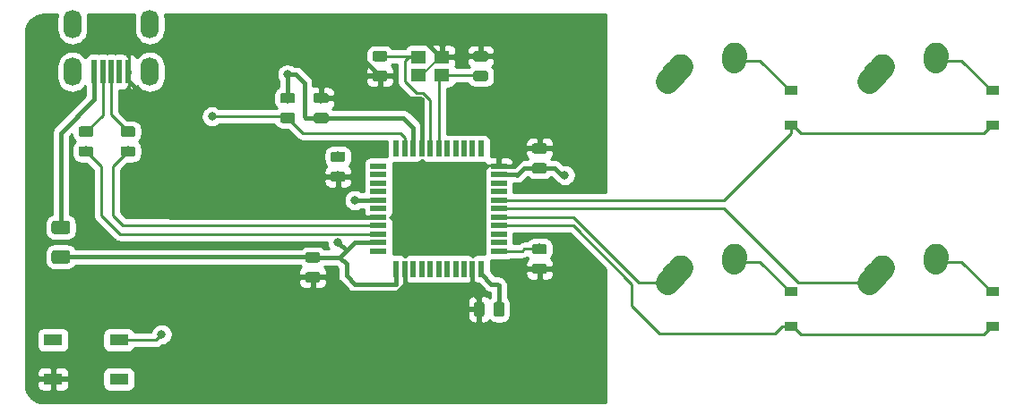
<source format=gbr>
G04 #@! TF.GenerationSoftware,KiCad,Pcbnew,(5.1.4-0-10_14)*
G04 #@! TF.CreationDate,2020-08-22T16:13:25+02:00*
G04 #@! TF.ProjectId,keyboard-pcb-tutorial,6b657962-6f61-4726-942d-7063622d7475,rev?*
G04 #@! TF.SameCoordinates,Original*
G04 #@! TF.FileFunction,Copper,L2,Bot*
G04 #@! TF.FilePolarity,Positive*
%FSLAX46Y46*%
G04 Gerber Fmt 4.6, Leading zero omitted, Abs format (unit mm)*
G04 Created by KiCad (PCBNEW (5.1.4-0-10_14)) date 2020-08-22 16:13:25*
%MOMM*%
%LPD*%
G04 APERTURE LIST*
%ADD10C,2.250000*%
%ADD11C,2.250000*%
%ADD12R,1.400000X1.200000*%
%ADD13O,1.700000X2.700000*%
%ADD14R,0.500000X2.250000*%
%ADD15R,0.550000X1.500000*%
%ADD16R,1.500000X0.550000*%
%ADD17R,1.800000X1.100000*%
%ADD18C,0.100000*%
%ADD19C,0.975000*%
%ADD20C,1.250000*%
%ADD21R,1.200000X0.900000*%
%ADD22C,0.800000*%
%ADD23C,0.381000*%
%ADD24C,0.203200*%
%ADD25C,0.254000*%
G04 APERTURE END LIST*
D10*
X197525000Y-151575000D03*
X196870001Y-152305000D03*
D11*
X196215000Y-153035000D02*
X197525002Y-151575000D01*
D10*
X202565000Y-150495000D03*
X202545000Y-150785000D03*
D11*
X202525000Y-151075000D02*
X202565000Y-150495000D01*
D10*
X197525000Y-132525000D03*
X196870001Y-133255000D03*
D11*
X196215000Y-133985000D02*
X197525002Y-132525000D01*
D10*
X202565000Y-131445000D03*
X202545000Y-131735000D03*
D11*
X202525000Y-132025000D02*
X202565000Y-131445000D01*
D12*
X174931250Y-131706250D03*
X172731250Y-131706250D03*
X172731250Y-133406250D03*
X174931250Y-133406250D03*
D13*
X140018750Y-128587500D03*
X147318750Y-128587500D03*
X147318750Y-133087500D03*
X140018750Y-133087500D03*
D14*
X142068750Y-133087500D03*
X142868750Y-133087500D03*
X143668750Y-133087500D03*
X144468750Y-133087500D03*
X145268750Y-133087500D03*
D15*
X170625000Y-151750000D03*
X171425000Y-151750000D03*
X172225000Y-151750000D03*
X173025000Y-151750000D03*
X173825000Y-151750000D03*
X174625000Y-151750000D03*
X175425000Y-151750000D03*
X176225000Y-151750000D03*
X177025000Y-151750000D03*
X177825000Y-151750000D03*
X178625000Y-151750000D03*
D16*
X180325000Y-150050000D03*
X180325000Y-149250000D03*
X180325000Y-148450000D03*
X180325000Y-147650000D03*
X180325000Y-146850000D03*
X180325000Y-146050000D03*
X180325000Y-145250000D03*
X180325000Y-144450000D03*
X180325000Y-143650000D03*
X180325000Y-142850000D03*
X180325000Y-142050000D03*
D15*
X178625000Y-140350000D03*
X177825000Y-140350000D03*
X177025000Y-140350000D03*
X176225000Y-140350000D03*
X175425000Y-140350000D03*
X174625000Y-140350000D03*
X173825000Y-140350000D03*
X173025000Y-140350000D03*
X172225000Y-140350000D03*
X171425000Y-140350000D03*
X170625000Y-140350000D03*
D16*
X168925000Y-142050000D03*
X168925000Y-142850000D03*
X168925000Y-143650000D03*
X168925000Y-144450000D03*
X168925000Y-145250000D03*
X168925000Y-146050000D03*
X168925000Y-146850000D03*
X168925000Y-147650000D03*
X168925000Y-148450000D03*
X168925000Y-149250000D03*
X168925000Y-150050000D03*
D17*
X144387500Y-162187500D03*
X138187500Y-158487500D03*
X144387500Y-158487500D03*
X138187500Y-162187500D03*
D18*
G36*
X184630142Y-149388674D02*
G01*
X184653803Y-149392184D01*
X184677007Y-149397996D01*
X184699529Y-149406054D01*
X184721153Y-149416282D01*
X184741670Y-149428579D01*
X184760883Y-149442829D01*
X184778607Y-149458893D01*
X184794671Y-149476617D01*
X184808921Y-149495830D01*
X184821218Y-149516347D01*
X184831446Y-149537971D01*
X184839504Y-149560493D01*
X184845316Y-149583697D01*
X184848826Y-149607358D01*
X184850000Y-149631250D01*
X184850000Y-150118750D01*
X184848826Y-150142642D01*
X184845316Y-150166303D01*
X184839504Y-150189507D01*
X184831446Y-150212029D01*
X184821218Y-150233653D01*
X184808921Y-150254170D01*
X184794671Y-150273383D01*
X184778607Y-150291107D01*
X184760883Y-150307171D01*
X184741670Y-150321421D01*
X184721153Y-150333718D01*
X184699529Y-150343946D01*
X184677007Y-150352004D01*
X184653803Y-150357816D01*
X184630142Y-150361326D01*
X184606250Y-150362500D01*
X183693750Y-150362500D01*
X183669858Y-150361326D01*
X183646197Y-150357816D01*
X183622993Y-150352004D01*
X183600471Y-150343946D01*
X183578847Y-150333718D01*
X183558330Y-150321421D01*
X183539117Y-150307171D01*
X183521393Y-150291107D01*
X183505329Y-150273383D01*
X183491079Y-150254170D01*
X183478782Y-150233653D01*
X183468554Y-150212029D01*
X183460496Y-150189507D01*
X183454684Y-150166303D01*
X183451174Y-150142642D01*
X183450000Y-150118750D01*
X183450000Y-149631250D01*
X183451174Y-149607358D01*
X183454684Y-149583697D01*
X183460496Y-149560493D01*
X183468554Y-149537971D01*
X183478782Y-149516347D01*
X183491079Y-149495830D01*
X183505329Y-149476617D01*
X183521393Y-149458893D01*
X183539117Y-149442829D01*
X183558330Y-149428579D01*
X183578847Y-149416282D01*
X183600471Y-149406054D01*
X183622993Y-149397996D01*
X183646197Y-149392184D01*
X183669858Y-149388674D01*
X183693750Y-149387500D01*
X184606250Y-149387500D01*
X184630142Y-149388674D01*
X184630142Y-149388674D01*
G37*
D19*
X184150000Y-149875000D03*
D18*
G36*
X184630142Y-151263674D02*
G01*
X184653803Y-151267184D01*
X184677007Y-151272996D01*
X184699529Y-151281054D01*
X184721153Y-151291282D01*
X184741670Y-151303579D01*
X184760883Y-151317829D01*
X184778607Y-151333893D01*
X184794671Y-151351617D01*
X184808921Y-151370830D01*
X184821218Y-151391347D01*
X184831446Y-151412971D01*
X184839504Y-151435493D01*
X184845316Y-151458697D01*
X184848826Y-151482358D01*
X184850000Y-151506250D01*
X184850000Y-151993750D01*
X184848826Y-152017642D01*
X184845316Y-152041303D01*
X184839504Y-152064507D01*
X184831446Y-152087029D01*
X184821218Y-152108653D01*
X184808921Y-152129170D01*
X184794671Y-152148383D01*
X184778607Y-152166107D01*
X184760883Y-152182171D01*
X184741670Y-152196421D01*
X184721153Y-152208718D01*
X184699529Y-152218946D01*
X184677007Y-152227004D01*
X184653803Y-152232816D01*
X184630142Y-152236326D01*
X184606250Y-152237500D01*
X183693750Y-152237500D01*
X183669858Y-152236326D01*
X183646197Y-152232816D01*
X183622993Y-152227004D01*
X183600471Y-152218946D01*
X183578847Y-152208718D01*
X183558330Y-152196421D01*
X183539117Y-152182171D01*
X183521393Y-152166107D01*
X183505329Y-152148383D01*
X183491079Y-152129170D01*
X183478782Y-152108653D01*
X183468554Y-152087029D01*
X183460496Y-152064507D01*
X183454684Y-152041303D01*
X183451174Y-152017642D01*
X183450000Y-151993750D01*
X183450000Y-151506250D01*
X183451174Y-151482358D01*
X183454684Y-151458697D01*
X183460496Y-151435493D01*
X183468554Y-151412971D01*
X183478782Y-151391347D01*
X183491079Y-151370830D01*
X183505329Y-151351617D01*
X183521393Y-151333893D01*
X183539117Y-151317829D01*
X183558330Y-151303579D01*
X183578847Y-151291282D01*
X183600471Y-151281054D01*
X183622993Y-151272996D01*
X183646197Y-151267184D01*
X183669858Y-151263674D01*
X183693750Y-151262500D01*
X184606250Y-151262500D01*
X184630142Y-151263674D01*
X184630142Y-151263674D01*
G37*
D19*
X184150000Y-151750000D03*
D18*
G36*
X141767642Y-138276174D02*
G01*
X141791303Y-138279684D01*
X141814507Y-138285496D01*
X141837029Y-138293554D01*
X141858653Y-138303782D01*
X141879170Y-138316079D01*
X141898383Y-138330329D01*
X141916107Y-138346393D01*
X141932171Y-138364117D01*
X141946421Y-138383330D01*
X141958718Y-138403847D01*
X141968946Y-138425471D01*
X141977004Y-138447993D01*
X141982816Y-138471197D01*
X141986326Y-138494858D01*
X141987500Y-138518750D01*
X141987500Y-139006250D01*
X141986326Y-139030142D01*
X141982816Y-139053803D01*
X141977004Y-139077007D01*
X141968946Y-139099529D01*
X141958718Y-139121153D01*
X141946421Y-139141670D01*
X141932171Y-139160883D01*
X141916107Y-139178607D01*
X141898383Y-139194671D01*
X141879170Y-139208921D01*
X141858653Y-139221218D01*
X141837029Y-139231446D01*
X141814507Y-139239504D01*
X141791303Y-139245316D01*
X141767642Y-139248826D01*
X141743750Y-139250000D01*
X140831250Y-139250000D01*
X140807358Y-139248826D01*
X140783697Y-139245316D01*
X140760493Y-139239504D01*
X140737971Y-139231446D01*
X140716347Y-139221218D01*
X140695830Y-139208921D01*
X140676617Y-139194671D01*
X140658893Y-139178607D01*
X140642829Y-139160883D01*
X140628579Y-139141670D01*
X140616282Y-139121153D01*
X140606054Y-139099529D01*
X140597996Y-139077007D01*
X140592184Y-139053803D01*
X140588674Y-139030142D01*
X140587500Y-139006250D01*
X140587500Y-138518750D01*
X140588674Y-138494858D01*
X140592184Y-138471197D01*
X140597996Y-138447993D01*
X140606054Y-138425471D01*
X140616282Y-138403847D01*
X140628579Y-138383330D01*
X140642829Y-138364117D01*
X140658893Y-138346393D01*
X140676617Y-138330329D01*
X140695830Y-138316079D01*
X140716347Y-138303782D01*
X140737971Y-138293554D01*
X140760493Y-138285496D01*
X140783697Y-138279684D01*
X140807358Y-138276174D01*
X140831250Y-138275000D01*
X141743750Y-138275000D01*
X141767642Y-138276174D01*
X141767642Y-138276174D01*
G37*
D19*
X141287500Y-138762500D03*
D18*
G36*
X141767642Y-140151174D02*
G01*
X141791303Y-140154684D01*
X141814507Y-140160496D01*
X141837029Y-140168554D01*
X141858653Y-140178782D01*
X141879170Y-140191079D01*
X141898383Y-140205329D01*
X141916107Y-140221393D01*
X141932171Y-140239117D01*
X141946421Y-140258330D01*
X141958718Y-140278847D01*
X141968946Y-140300471D01*
X141977004Y-140322993D01*
X141982816Y-140346197D01*
X141986326Y-140369858D01*
X141987500Y-140393750D01*
X141987500Y-140881250D01*
X141986326Y-140905142D01*
X141982816Y-140928803D01*
X141977004Y-140952007D01*
X141968946Y-140974529D01*
X141958718Y-140996153D01*
X141946421Y-141016670D01*
X141932171Y-141035883D01*
X141916107Y-141053607D01*
X141898383Y-141069671D01*
X141879170Y-141083921D01*
X141858653Y-141096218D01*
X141837029Y-141106446D01*
X141814507Y-141114504D01*
X141791303Y-141120316D01*
X141767642Y-141123826D01*
X141743750Y-141125000D01*
X140831250Y-141125000D01*
X140807358Y-141123826D01*
X140783697Y-141120316D01*
X140760493Y-141114504D01*
X140737971Y-141106446D01*
X140716347Y-141096218D01*
X140695830Y-141083921D01*
X140676617Y-141069671D01*
X140658893Y-141053607D01*
X140642829Y-141035883D01*
X140628579Y-141016670D01*
X140616282Y-140996153D01*
X140606054Y-140974529D01*
X140597996Y-140952007D01*
X140592184Y-140928803D01*
X140588674Y-140905142D01*
X140587500Y-140881250D01*
X140587500Y-140393750D01*
X140588674Y-140369858D01*
X140592184Y-140346197D01*
X140597996Y-140322993D01*
X140606054Y-140300471D01*
X140616282Y-140278847D01*
X140628579Y-140258330D01*
X140642829Y-140239117D01*
X140658893Y-140221393D01*
X140676617Y-140205329D01*
X140695830Y-140191079D01*
X140716347Y-140178782D01*
X140737971Y-140168554D01*
X140760493Y-140160496D01*
X140783697Y-140154684D01*
X140807358Y-140151174D01*
X140831250Y-140150000D01*
X141743750Y-140150000D01*
X141767642Y-140151174D01*
X141767642Y-140151174D01*
G37*
D19*
X141287500Y-140637500D03*
D18*
G36*
X145736392Y-138276174D02*
G01*
X145760053Y-138279684D01*
X145783257Y-138285496D01*
X145805779Y-138293554D01*
X145827403Y-138303782D01*
X145847920Y-138316079D01*
X145867133Y-138330329D01*
X145884857Y-138346393D01*
X145900921Y-138364117D01*
X145915171Y-138383330D01*
X145927468Y-138403847D01*
X145937696Y-138425471D01*
X145945754Y-138447993D01*
X145951566Y-138471197D01*
X145955076Y-138494858D01*
X145956250Y-138518750D01*
X145956250Y-139006250D01*
X145955076Y-139030142D01*
X145951566Y-139053803D01*
X145945754Y-139077007D01*
X145937696Y-139099529D01*
X145927468Y-139121153D01*
X145915171Y-139141670D01*
X145900921Y-139160883D01*
X145884857Y-139178607D01*
X145867133Y-139194671D01*
X145847920Y-139208921D01*
X145827403Y-139221218D01*
X145805779Y-139231446D01*
X145783257Y-139239504D01*
X145760053Y-139245316D01*
X145736392Y-139248826D01*
X145712500Y-139250000D01*
X144800000Y-139250000D01*
X144776108Y-139248826D01*
X144752447Y-139245316D01*
X144729243Y-139239504D01*
X144706721Y-139231446D01*
X144685097Y-139221218D01*
X144664580Y-139208921D01*
X144645367Y-139194671D01*
X144627643Y-139178607D01*
X144611579Y-139160883D01*
X144597329Y-139141670D01*
X144585032Y-139121153D01*
X144574804Y-139099529D01*
X144566746Y-139077007D01*
X144560934Y-139053803D01*
X144557424Y-139030142D01*
X144556250Y-139006250D01*
X144556250Y-138518750D01*
X144557424Y-138494858D01*
X144560934Y-138471197D01*
X144566746Y-138447993D01*
X144574804Y-138425471D01*
X144585032Y-138403847D01*
X144597329Y-138383330D01*
X144611579Y-138364117D01*
X144627643Y-138346393D01*
X144645367Y-138330329D01*
X144664580Y-138316079D01*
X144685097Y-138303782D01*
X144706721Y-138293554D01*
X144729243Y-138285496D01*
X144752447Y-138279684D01*
X144776108Y-138276174D01*
X144800000Y-138275000D01*
X145712500Y-138275000D01*
X145736392Y-138276174D01*
X145736392Y-138276174D01*
G37*
D19*
X145256250Y-138762500D03*
D18*
G36*
X145736392Y-140151174D02*
G01*
X145760053Y-140154684D01*
X145783257Y-140160496D01*
X145805779Y-140168554D01*
X145827403Y-140178782D01*
X145847920Y-140191079D01*
X145867133Y-140205329D01*
X145884857Y-140221393D01*
X145900921Y-140239117D01*
X145915171Y-140258330D01*
X145927468Y-140278847D01*
X145937696Y-140300471D01*
X145945754Y-140322993D01*
X145951566Y-140346197D01*
X145955076Y-140369858D01*
X145956250Y-140393750D01*
X145956250Y-140881250D01*
X145955076Y-140905142D01*
X145951566Y-140928803D01*
X145945754Y-140952007D01*
X145937696Y-140974529D01*
X145927468Y-140996153D01*
X145915171Y-141016670D01*
X145900921Y-141035883D01*
X145884857Y-141053607D01*
X145867133Y-141069671D01*
X145847920Y-141083921D01*
X145827403Y-141096218D01*
X145805779Y-141106446D01*
X145783257Y-141114504D01*
X145760053Y-141120316D01*
X145736392Y-141123826D01*
X145712500Y-141125000D01*
X144800000Y-141125000D01*
X144776108Y-141123826D01*
X144752447Y-141120316D01*
X144729243Y-141114504D01*
X144706721Y-141106446D01*
X144685097Y-141096218D01*
X144664580Y-141083921D01*
X144645367Y-141069671D01*
X144627643Y-141053607D01*
X144611579Y-141035883D01*
X144597329Y-141016670D01*
X144585032Y-140996153D01*
X144574804Y-140974529D01*
X144566746Y-140952007D01*
X144560934Y-140928803D01*
X144557424Y-140905142D01*
X144556250Y-140881250D01*
X144556250Y-140393750D01*
X144557424Y-140369858D01*
X144560934Y-140346197D01*
X144566746Y-140322993D01*
X144574804Y-140300471D01*
X144585032Y-140278847D01*
X144597329Y-140258330D01*
X144611579Y-140239117D01*
X144627643Y-140221393D01*
X144645367Y-140205329D01*
X144664580Y-140191079D01*
X144685097Y-140178782D01*
X144706721Y-140168554D01*
X144729243Y-140160496D01*
X144752447Y-140154684D01*
X144776108Y-140151174D01*
X144800000Y-140150000D01*
X145712500Y-140150000D01*
X145736392Y-140151174D01*
X145736392Y-140151174D01*
G37*
D19*
X145256250Y-140637500D03*
D18*
G36*
X160817642Y-136976174D02*
G01*
X160841303Y-136979684D01*
X160864507Y-136985496D01*
X160887029Y-136993554D01*
X160908653Y-137003782D01*
X160929170Y-137016079D01*
X160948383Y-137030329D01*
X160966107Y-137046393D01*
X160982171Y-137064117D01*
X160996421Y-137083330D01*
X161008718Y-137103847D01*
X161018946Y-137125471D01*
X161027004Y-137147993D01*
X161032816Y-137171197D01*
X161036326Y-137194858D01*
X161037500Y-137218750D01*
X161037500Y-137706250D01*
X161036326Y-137730142D01*
X161032816Y-137753803D01*
X161027004Y-137777007D01*
X161018946Y-137799529D01*
X161008718Y-137821153D01*
X160996421Y-137841670D01*
X160982171Y-137860883D01*
X160966107Y-137878607D01*
X160948383Y-137894671D01*
X160929170Y-137908921D01*
X160908653Y-137921218D01*
X160887029Y-137931446D01*
X160864507Y-137939504D01*
X160841303Y-137945316D01*
X160817642Y-137948826D01*
X160793750Y-137950000D01*
X159881250Y-137950000D01*
X159857358Y-137948826D01*
X159833697Y-137945316D01*
X159810493Y-137939504D01*
X159787971Y-137931446D01*
X159766347Y-137921218D01*
X159745830Y-137908921D01*
X159726617Y-137894671D01*
X159708893Y-137878607D01*
X159692829Y-137860883D01*
X159678579Y-137841670D01*
X159666282Y-137821153D01*
X159656054Y-137799529D01*
X159647996Y-137777007D01*
X159642184Y-137753803D01*
X159638674Y-137730142D01*
X159637500Y-137706250D01*
X159637500Y-137218750D01*
X159638674Y-137194858D01*
X159642184Y-137171197D01*
X159647996Y-137147993D01*
X159656054Y-137125471D01*
X159666282Y-137103847D01*
X159678579Y-137083330D01*
X159692829Y-137064117D01*
X159708893Y-137046393D01*
X159726617Y-137030329D01*
X159745830Y-137016079D01*
X159766347Y-137003782D01*
X159787971Y-136993554D01*
X159810493Y-136985496D01*
X159833697Y-136979684D01*
X159857358Y-136976174D01*
X159881250Y-136975000D01*
X160793750Y-136975000D01*
X160817642Y-136976174D01*
X160817642Y-136976174D01*
G37*
D19*
X160337500Y-137462500D03*
D18*
G36*
X160817642Y-135101174D02*
G01*
X160841303Y-135104684D01*
X160864507Y-135110496D01*
X160887029Y-135118554D01*
X160908653Y-135128782D01*
X160929170Y-135141079D01*
X160948383Y-135155329D01*
X160966107Y-135171393D01*
X160982171Y-135189117D01*
X160996421Y-135208330D01*
X161008718Y-135228847D01*
X161018946Y-135250471D01*
X161027004Y-135272993D01*
X161032816Y-135296197D01*
X161036326Y-135319858D01*
X161037500Y-135343750D01*
X161037500Y-135831250D01*
X161036326Y-135855142D01*
X161032816Y-135878803D01*
X161027004Y-135902007D01*
X161018946Y-135924529D01*
X161008718Y-135946153D01*
X160996421Y-135966670D01*
X160982171Y-135985883D01*
X160966107Y-136003607D01*
X160948383Y-136019671D01*
X160929170Y-136033921D01*
X160908653Y-136046218D01*
X160887029Y-136056446D01*
X160864507Y-136064504D01*
X160841303Y-136070316D01*
X160817642Y-136073826D01*
X160793750Y-136075000D01*
X159881250Y-136075000D01*
X159857358Y-136073826D01*
X159833697Y-136070316D01*
X159810493Y-136064504D01*
X159787971Y-136056446D01*
X159766347Y-136046218D01*
X159745830Y-136033921D01*
X159726617Y-136019671D01*
X159708893Y-136003607D01*
X159692829Y-135985883D01*
X159678579Y-135966670D01*
X159666282Y-135946153D01*
X159656054Y-135924529D01*
X159647996Y-135902007D01*
X159642184Y-135878803D01*
X159638674Y-135855142D01*
X159637500Y-135831250D01*
X159637500Y-135343750D01*
X159638674Y-135319858D01*
X159642184Y-135296197D01*
X159647996Y-135272993D01*
X159656054Y-135250471D01*
X159666282Y-135228847D01*
X159678579Y-135208330D01*
X159692829Y-135189117D01*
X159708893Y-135171393D01*
X159726617Y-135155329D01*
X159745830Y-135141079D01*
X159766347Y-135128782D01*
X159787971Y-135118554D01*
X159810493Y-135110496D01*
X159833697Y-135104684D01*
X159857358Y-135101174D01*
X159881250Y-135100000D01*
X160793750Y-135100000D01*
X160817642Y-135101174D01*
X160817642Y-135101174D01*
G37*
D19*
X160337500Y-135587500D03*
D10*
X216575000Y-151575000D03*
X215920001Y-152305000D03*
D11*
X215265000Y-153035000D02*
X216575002Y-151575000D01*
D10*
X221615000Y-150495000D03*
X221595000Y-150785000D03*
D11*
X221575000Y-151075000D02*
X221615000Y-150495000D01*
D10*
X216575000Y-132525000D03*
X215920001Y-133255000D03*
D11*
X215265000Y-133985000D02*
X216575002Y-132525000D01*
D10*
X221615000Y-131445000D03*
X221595000Y-131735000D03*
D11*
X221575000Y-132025000D02*
X221615000Y-131445000D01*
D18*
G36*
X139555754Y-147201204D02*
G01*
X139580023Y-147204804D01*
X139603821Y-147210765D01*
X139626921Y-147219030D01*
X139649099Y-147229520D01*
X139670143Y-147242133D01*
X139689848Y-147256747D01*
X139708027Y-147273223D01*
X139724503Y-147291402D01*
X139739117Y-147311107D01*
X139751730Y-147332151D01*
X139762220Y-147354329D01*
X139770485Y-147377429D01*
X139776446Y-147401227D01*
X139780046Y-147425496D01*
X139781250Y-147450000D01*
X139781250Y-148200000D01*
X139780046Y-148224504D01*
X139776446Y-148248773D01*
X139770485Y-148272571D01*
X139762220Y-148295671D01*
X139751730Y-148317849D01*
X139739117Y-148338893D01*
X139724503Y-148358598D01*
X139708027Y-148376777D01*
X139689848Y-148393253D01*
X139670143Y-148407867D01*
X139649099Y-148420480D01*
X139626921Y-148430970D01*
X139603821Y-148439235D01*
X139580023Y-148445196D01*
X139555754Y-148448796D01*
X139531250Y-148450000D01*
X138281250Y-148450000D01*
X138256746Y-148448796D01*
X138232477Y-148445196D01*
X138208679Y-148439235D01*
X138185579Y-148430970D01*
X138163401Y-148420480D01*
X138142357Y-148407867D01*
X138122652Y-148393253D01*
X138104473Y-148376777D01*
X138087997Y-148358598D01*
X138073383Y-148338893D01*
X138060770Y-148317849D01*
X138050280Y-148295671D01*
X138042015Y-148272571D01*
X138036054Y-148248773D01*
X138032454Y-148224504D01*
X138031250Y-148200000D01*
X138031250Y-147450000D01*
X138032454Y-147425496D01*
X138036054Y-147401227D01*
X138042015Y-147377429D01*
X138050280Y-147354329D01*
X138060770Y-147332151D01*
X138073383Y-147311107D01*
X138087997Y-147291402D01*
X138104473Y-147273223D01*
X138122652Y-147256747D01*
X138142357Y-147242133D01*
X138163401Y-147229520D01*
X138185579Y-147219030D01*
X138208679Y-147210765D01*
X138232477Y-147204804D01*
X138256746Y-147201204D01*
X138281250Y-147200000D01*
X139531250Y-147200000D01*
X139555754Y-147201204D01*
X139555754Y-147201204D01*
G37*
D20*
X138906250Y-147825000D03*
D18*
G36*
X139555754Y-150001204D02*
G01*
X139580023Y-150004804D01*
X139603821Y-150010765D01*
X139626921Y-150019030D01*
X139649099Y-150029520D01*
X139670143Y-150042133D01*
X139689848Y-150056747D01*
X139708027Y-150073223D01*
X139724503Y-150091402D01*
X139739117Y-150111107D01*
X139751730Y-150132151D01*
X139762220Y-150154329D01*
X139770485Y-150177429D01*
X139776446Y-150201227D01*
X139780046Y-150225496D01*
X139781250Y-150250000D01*
X139781250Y-151000000D01*
X139780046Y-151024504D01*
X139776446Y-151048773D01*
X139770485Y-151072571D01*
X139762220Y-151095671D01*
X139751730Y-151117849D01*
X139739117Y-151138893D01*
X139724503Y-151158598D01*
X139708027Y-151176777D01*
X139689848Y-151193253D01*
X139670143Y-151207867D01*
X139649099Y-151220480D01*
X139626921Y-151230970D01*
X139603821Y-151239235D01*
X139580023Y-151245196D01*
X139555754Y-151248796D01*
X139531250Y-151250000D01*
X138281250Y-151250000D01*
X138256746Y-151248796D01*
X138232477Y-151245196D01*
X138208679Y-151239235D01*
X138185579Y-151230970D01*
X138163401Y-151220480D01*
X138142357Y-151207867D01*
X138122652Y-151193253D01*
X138104473Y-151176777D01*
X138087997Y-151158598D01*
X138073383Y-151138893D01*
X138060770Y-151117849D01*
X138050280Y-151095671D01*
X138042015Y-151072571D01*
X138036054Y-151048773D01*
X138032454Y-151024504D01*
X138031250Y-151000000D01*
X138031250Y-150250000D01*
X138032454Y-150225496D01*
X138036054Y-150201227D01*
X138042015Y-150177429D01*
X138050280Y-150154329D01*
X138060770Y-150132151D01*
X138073383Y-150111107D01*
X138087997Y-150091402D01*
X138104473Y-150073223D01*
X138122652Y-150056747D01*
X138142357Y-150042133D01*
X138163401Y-150029520D01*
X138185579Y-150019030D01*
X138208679Y-150010765D01*
X138232477Y-150004804D01*
X138256746Y-150001204D01*
X138281250Y-150000000D01*
X139531250Y-150000000D01*
X139555754Y-150001204D01*
X139555754Y-150001204D01*
G37*
D20*
X138906250Y-150625000D03*
D21*
X227012500Y-153925000D03*
X227012500Y-157225000D03*
X207962500Y-153925000D03*
X207962500Y-157225000D03*
X227012500Y-134875000D03*
X227012500Y-138175000D03*
X207962500Y-134875000D03*
X207962500Y-138175000D03*
D18*
G36*
X163198892Y-152057424D02*
G01*
X163222553Y-152060934D01*
X163245757Y-152066746D01*
X163268279Y-152074804D01*
X163289903Y-152085032D01*
X163310420Y-152097329D01*
X163329633Y-152111579D01*
X163347357Y-152127643D01*
X163363421Y-152145367D01*
X163377671Y-152164580D01*
X163389968Y-152185097D01*
X163400196Y-152206721D01*
X163408254Y-152229243D01*
X163414066Y-152252447D01*
X163417576Y-152276108D01*
X163418750Y-152300000D01*
X163418750Y-152787500D01*
X163417576Y-152811392D01*
X163414066Y-152835053D01*
X163408254Y-152858257D01*
X163400196Y-152880779D01*
X163389968Y-152902403D01*
X163377671Y-152922920D01*
X163363421Y-152942133D01*
X163347357Y-152959857D01*
X163329633Y-152975921D01*
X163310420Y-152990171D01*
X163289903Y-153002468D01*
X163268279Y-153012696D01*
X163245757Y-153020754D01*
X163222553Y-153026566D01*
X163198892Y-153030076D01*
X163175000Y-153031250D01*
X162262500Y-153031250D01*
X162238608Y-153030076D01*
X162214947Y-153026566D01*
X162191743Y-153020754D01*
X162169221Y-153012696D01*
X162147597Y-153002468D01*
X162127080Y-152990171D01*
X162107867Y-152975921D01*
X162090143Y-152959857D01*
X162074079Y-152942133D01*
X162059829Y-152922920D01*
X162047532Y-152902403D01*
X162037304Y-152880779D01*
X162029246Y-152858257D01*
X162023434Y-152835053D01*
X162019924Y-152811392D01*
X162018750Y-152787500D01*
X162018750Y-152300000D01*
X162019924Y-152276108D01*
X162023434Y-152252447D01*
X162029246Y-152229243D01*
X162037304Y-152206721D01*
X162047532Y-152185097D01*
X162059829Y-152164580D01*
X162074079Y-152145367D01*
X162090143Y-152127643D01*
X162107867Y-152111579D01*
X162127080Y-152097329D01*
X162147597Y-152085032D01*
X162169221Y-152074804D01*
X162191743Y-152066746D01*
X162214947Y-152060934D01*
X162238608Y-152057424D01*
X162262500Y-152056250D01*
X163175000Y-152056250D01*
X163198892Y-152057424D01*
X163198892Y-152057424D01*
G37*
D19*
X162718750Y-152543750D03*
D18*
G36*
X163198892Y-150182424D02*
G01*
X163222553Y-150185934D01*
X163245757Y-150191746D01*
X163268279Y-150199804D01*
X163289903Y-150210032D01*
X163310420Y-150222329D01*
X163329633Y-150236579D01*
X163347357Y-150252643D01*
X163363421Y-150270367D01*
X163377671Y-150289580D01*
X163389968Y-150310097D01*
X163400196Y-150331721D01*
X163408254Y-150354243D01*
X163414066Y-150377447D01*
X163417576Y-150401108D01*
X163418750Y-150425000D01*
X163418750Y-150912500D01*
X163417576Y-150936392D01*
X163414066Y-150960053D01*
X163408254Y-150983257D01*
X163400196Y-151005779D01*
X163389968Y-151027403D01*
X163377671Y-151047920D01*
X163363421Y-151067133D01*
X163347357Y-151084857D01*
X163329633Y-151100921D01*
X163310420Y-151115171D01*
X163289903Y-151127468D01*
X163268279Y-151137696D01*
X163245757Y-151145754D01*
X163222553Y-151151566D01*
X163198892Y-151155076D01*
X163175000Y-151156250D01*
X162262500Y-151156250D01*
X162238608Y-151155076D01*
X162214947Y-151151566D01*
X162191743Y-151145754D01*
X162169221Y-151137696D01*
X162147597Y-151127468D01*
X162127080Y-151115171D01*
X162107867Y-151100921D01*
X162090143Y-151084857D01*
X162074079Y-151067133D01*
X162059829Y-151047920D01*
X162047532Y-151027403D01*
X162037304Y-151005779D01*
X162029246Y-150983257D01*
X162023434Y-150960053D01*
X162019924Y-150936392D01*
X162018750Y-150912500D01*
X162018750Y-150425000D01*
X162019924Y-150401108D01*
X162023434Y-150377447D01*
X162029246Y-150354243D01*
X162037304Y-150331721D01*
X162047532Y-150310097D01*
X162059829Y-150289580D01*
X162074079Y-150270367D01*
X162090143Y-150252643D01*
X162107867Y-150236579D01*
X162127080Y-150222329D01*
X162147597Y-150210032D01*
X162169221Y-150199804D01*
X162191743Y-150191746D01*
X162214947Y-150185934D01*
X162238608Y-150182424D01*
X162262500Y-150181250D01*
X163175000Y-150181250D01*
X163198892Y-150182424D01*
X163198892Y-150182424D01*
G37*
D19*
X162718750Y-150668750D03*
D18*
G36*
X178717642Y-154876174D02*
G01*
X178741303Y-154879684D01*
X178764507Y-154885496D01*
X178787029Y-154893554D01*
X178808653Y-154903782D01*
X178829170Y-154916079D01*
X178848383Y-154930329D01*
X178866107Y-154946393D01*
X178882171Y-154964117D01*
X178896421Y-154983330D01*
X178908718Y-155003847D01*
X178918946Y-155025471D01*
X178927004Y-155047993D01*
X178932816Y-155071197D01*
X178936326Y-155094858D01*
X178937500Y-155118750D01*
X178937500Y-156031250D01*
X178936326Y-156055142D01*
X178932816Y-156078803D01*
X178927004Y-156102007D01*
X178918946Y-156124529D01*
X178908718Y-156146153D01*
X178896421Y-156166670D01*
X178882171Y-156185883D01*
X178866107Y-156203607D01*
X178848383Y-156219671D01*
X178829170Y-156233921D01*
X178808653Y-156246218D01*
X178787029Y-156256446D01*
X178764507Y-156264504D01*
X178741303Y-156270316D01*
X178717642Y-156273826D01*
X178693750Y-156275000D01*
X178206250Y-156275000D01*
X178182358Y-156273826D01*
X178158697Y-156270316D01*
X178135493Y-156264504D01*
X178112971Y-156256446D01*
X178091347Y-156246218D01*
X178070830Y-156233921D01*
X178051617Y-156219671D01*
X178033893Y-156203607D01*
X178017829Y-156185883D01*
X178003579Y-156166670D01*
X177991282Y-156146153D01*
X177981054Y-156124529D01*
X177972996Y-156102007D01*
X177967184Y-156078803D01*
X177963674Y-156055142D01*
X177962500Y-156031250D01*
X177962500Y-155118750D01*
X177963674Y-155094858D01*
X177967184Y-155071197D01*
X177972996Y-155047993D01*
X177981054Y-155025471D01*
X177991282Y-155003847D01*
X178003579Y-154983330D01*
X178017829Y-154964117D01*
X178033893Y-154946393D01*
X178051617Y-154930329D01*
X178070830Y-154916079D01*
X178091347Y-154903782D01*
X178112971Y-154893554D01*
X178135493Y-154885496D01*
X178158697Y-154879684D01*
X178182358Y-154876174D01*
X178206250Y-154875000D01*
X178693750Y-154875000D01*
X178717642Y-154876174D01*
X178717642Y-154876174D01*
G37*
D19*
X178450000Y-155575000D03*
D18*
G36*
X180592642Y-154876174D02*
G01*
X180616303Y-154879684D01*
X180639507Y-154885496D01*
X180662029Y-154893554D01*
X180683653Y-154903782D01*
X180704170Y-154916079D01*
X180723383Y-154930329D01*
X180741107Y-154946393D01*
X180757171Y-154964117D01*
X180771421Y-154983330D01*
X180783718Y-155003847D01*
X180793946Y-155025471D01*
X180802004Y-155047993D01*
X180807816Y-155071197D01*
X180811326Y-155094858D01*
X180812500Y-155118750D01*
X180812500Y-156031250D01*
X180811326Y-156055142D01*
X180807816Y-156078803D01*
X180802004Y-156102007D01*
X180793946Y-156124529D01*
X180783718Y-156146153D01*
X180771421Y-156166670D01*
X180757171Y-156185883D01*
X180741107Y-156203607D01*
X180723383Y-156219671D01*
X180704170Y-156233921D01*
X180683653Y-156246218D01*
X180662029Y-156256446D01*
X180639507Y-156264504D01*
X180616303Y-156270316D01*
X180592642Y-156273826D01*
X180568750Y-156275000D01*
X180081250Y-156275000D01*
X180057358Y-156273826D01*
X180033697Y-156270316D01*
X180010493Y-156264504D01*
X179987971Y-156256446D01*
X179966347Y-156246218D01*
X179945830Y-156233921D01*
X179926617Y-156219671D01*
X179908893Y-156203607D01*
X179892829Y-156185883D01*
X179878579Y-156166670D01*
X179866282Y-156146153D01*
X179856054Y-156124529D01*
X179847996Y-156102007D01*
X179842184Y-156078803D01*
X179838674Y-156055142D01*
X179837500Y-156031250D01*
X179837500Y-155118750D01*
X179838674Y-155094858D01*
X179842184Y-155071197D01*
X179847996Y-155047993D01*
X179856054Y-155025471D01*
X179866282Y-155003847D01*
X179878579Y-154983330D01*
X179892829Y-154964117D01*
X179908893Y-154946393D01*
X179926617Y-154930329D01*
X179945830Y-154916079D01*
X179966347Y-154903782D01*
X179987971Y-154893554D01*
X180010493Y-154885496D01*
X180033697Y-154879684D01*
X180057358Y-154876174D01*
X180081250Y-154875000D01*
X180568750Y-154875000D01*
X180592642Y-154876174D01*
X180592642Y-154876174D01*
G37*
D19*
X180325000Y-155575000D03*
D18*
G36*
X184630142Y-139863674D02*
G01*
X184653803Y-139867184D01*
X184677007Y-139872996D01*
X184699529Y-139881054D01*
X184721153Y-139891282D01*
X184741670Y-139903579D01*
X184760883Y-139917829D01*
X184778607Y-139933893D01*
X184794671Y-139951617D01*
X184808921Y-139970830D01*
X184821218Y-139991347D01*
X184831446Y-140012971D01*
X184839504Y-140035493D01*
X184845316Y-140058697D01*
X184848826Y-140082358D01*
X184850000Y-140106250D01*
X184850000Y-140593750D01*
X184848826Y-140617642D01*
X184845316Y-140641303D01*
X184839504Y-140664507D01*
X184831446Y-140687029D01*
X184821218Y-140708653D01*
X184808921Y-140729170D01*
X184794671Y-140748383D01*
X184778607Y-140766107D01*
X184760883Y-140782171D01*
X184741670Y-140796421D01*
X184721153Y-140808718D01*
X184699529Y-140818946D01*
X184677007Y-140827004D01*
X184653803Y-140832816D01*
X184630142Y-140836326D01*
X184606250Y-140837500D01*
X183693750Y-140837500D01*
X183669858Y-140836326D01*
X183646197Y-140832816D01*
X183622993Y-140827004D01*
X183600471Y-140818946D01*
X183578847Y-140808718D01*
X183558330Y-140796421D01*
X183539117Y-140782171D01*
X183521393Y-140766107D01*
X183505329Y-140748383D01*
X183491079Y-140729170D01*
X183478782Y-140708653D01*
X183468554Y-140687029D01*
X183460496Y-140664507D01*
X183454684Y-140641303D01*
X183451174Y-140617642D01*
X183450000Y-140593750D01*
X183450000Y-140106250D01*
X183451174Y-140082358D01*
X183454684Y-140058697D01*
X183460496Y-140035493D01*
X183468554Y-140012971D01*
X183478782Y-139991347D01*
X183491079Y-139970830D01*
X183505329Y-139951617D01*
X183521393Y-139933893D01*
X183539117Y-139917829D01*
X183558330Y-139903579D01*
X183578847Y-139891282D01*
X183600471Y-139881054D01*
X183622993Y-139872996D01*
X183646197Y-139867184D01*
X183669858Y-139863674D01*
X183693750Y-139862500D01*
X184606250Y-139862500D01*
X184630142Y-139863674D01*
X184630142Y-139863674D01*
G37*
D19*
X184150000Y-140350000D03*
D18*
G36*
X184630142Y-141738674D02*
G01*
X184653803Y-141742184D01*
X184677007Y-141747996D01*
X184699529Y-141756054D01*
X184721153Y-141766282D01*
X184741670Y-141778579D01*
X184760883Y-141792829D01*
X184778607Y-141808893D01*
X184794671Y-141826617D01*
X184808921Y-141845830D01*
X184821218Y-141866347D01*
X184831446Y-141887971D01*
X184839504Y-141910493D01*
X184845316Y-141933697D01*
X184848826Y-141957358D01*
X184850000Y-141981250D01*
X184850000Y-142468750D01*
X184848826Y-142492642D01*
X184845316Y-142516303D01*
X184839504Y-142539507D01*
X184831446Y-142562029D01*
X184821218Y-142583653D01*
X184808921Y-142604170D01*
X184794671Y-142623383D01*
X184778607Y-142641107D01*
X184760883Y-142657171D01*
X184741670Y-142671421D01*
X184721153Y-142683718D01*
X184699529Y-142693946D01*
X184677007Y-142702004D01*
X184653803Y-142707816D01*
X184630142Y-142711326D01*
X184606250Y-142712500D01*
X183693750Y-142712500D01*
X183669858Y-142711326D01*
X183646197Y-142707816D01*
X183622993Y-142702004D01*
X183600471Y-142693946D01*
X183578847Y-142683718D01*
X183558330Y-142671421D01*
X183539117Y-142657171D01*
X183521393Y-142641107D01*
X183505329Y-142623383D01*
X183491079Y-142604170D01*
X183478782Y-142583653D01*
X183468554Y-142562029D01*
X183460496Y-142539507D01*
X183454684Y-142516303D01*
X183451174Y-142492642D01*
X183450000Y-142468750D01*
X183450000Y-141981250D01*
X183451174Y-141957358D01*
X183454684Y-141933697D01*
X183460496Y-141910493D01*
X183468554Y-141887971D01*
X183478782Y-141866347D01*
X183491079Y-141845830D01*
X183505329Y-141826617D01*
X183521393Y-141808893D01*
X183539117Y-141792829D01*
X183558330Y-141778579D01*
X183578847Y-141766282D01*
X183600471Y-141756054D01*
X183622993Y-141747996D01*
X183646197Y-141742184D01*
X183669858Y-141738674D01*
X183693750Y-141737500D01*
X184606250Y-141737500D01*
X184630142Y-141738674D01*
X184630142Y-141738674D01*
G37*
D19*
X184150000Y-142225000D03*
D18*
G36*
X163992642Y-135101174D02*
G01*
X164016303Y-135104684D01*
X164039507Y-135110496D01*
X164062029Y-135118554D01*
X164083653Y-135128782D01*
X164104170Y-135141079D01*
X164123383Y-135155329D01*
X164141107Y-135171393D01*
X164157171Y-135189117D01*
X164171421Y-135208330D01*
X164183718Y-135228847D01*
X164193946Y-135250471D01*
X164202004Y-135272993D01*
X164207816Y-135296197D01*
X164211326Y-135319858D01*
X164212500Y-135343750D01*
X164212500Y-135831250D01*
X164211326Y-135855142D01*
X164207816Y-135878803D01*
X164202004Y-135902007D01*
X164193946Y-135924529D01*
X164183718Y-135946153D01*
X164171421Y-135966670D01*
X164157171Y-135985883D01*
X164141107Y-136003607D01*
X164123383Y-136019671D01*
X164104170Y-136033921D01*
X164083653Y-136046218D01*
X164062029Y-136056446D01*
X164039507Y-136064504D01*
X164016303Y-136070316D01*
X163992642Y-136073826D01*
X163968750Y-136075000D01*
X163056250Y-136075000D01*
X163032358Y-136073826D01*
X163008697Y-136070316D01*
X162985493Y-136064504D01*
X162962971Y-136056446D01*
X162941347Y-136046218D01*
X162920830Y-136033921D01*
X162901617Y-136019671D01*
X162883893Y-136003607D01*
X162867829Y-135985883D01*
X162853579Y-135966670D01*
X162841282Y-135946153D01*
X162831054Y-135924529D01*
X162822996Y-135902007D01*
X162817184Y-135878803D01*
X162813674Y-135855142D01*
X162812500Y-135831250D01*
X162812500Y-135343750D01*
X162813674Y-135319858D01*
X162817184Y-135296197D01*
X162822996Y-135272993D01*
X162831054Y-135250471D01*
X162841282Y-135228847D01*
X162853579Y-135208330D01*
X162867829Y-135189117D01*
X162883893Y-135171393D01*
X162901617Y-135155329D01*
X162920830Y-135141079D01*
X162941347Y-135128782D01*
X162962971Y-135118554D01*
X162985493Y-135110496D01*
X163008697Y-135104684D01*
X163032358Y-135101174D01*
X163056250Y-135100000D01*
X163968750Y-135100000D01*
X163992642Y-135101174D01*
X163992642Y-135101174D01*
G37*
D19*
X163512500Y-135587500D03*
D18*
G36*
X163992642Y-136976174D02*
G01*
X164016303Y-136979684D01*
X164039507Y-136985496D01*
X164062029Y-136993554D01*
X164083653Y-137003782D01*
X164104170Y-137016079D01*
X164123383Y-137030329D01*
X164141107Y-137046393D01*
X164157171Y-137064117D01*
X164171421Y-137083330D01*
X164183718Y-137103847D01*
X164193946Y-137125471D01*
X164202004Y-137147993D01*
X164207816Y-137171197D01*
X164211326Y-137194858D01*
X164212500Y-137218750D01*
X164212500Y-137706250D01*
X164211326Y-137730142D01*
X164207816Y-137753803D01*
X164202004Y-137777007D01*
X164193946Y-137799529D01*
X164183718Y-137821153D01*
X164171421Y-137841670D01*
X164157171Y-137860883D01*
X164141107Y-137878607D01*
X164123383Y-137894671D01*
X164104170Y-137908921D01*
X164083653Y-137921218D01*
X164062029Y-137931446D01*
X164039507Y-137939504D01*
X164016303Y-137945316D01*
X163992642Y-137948826D01*
X163968750Y-137950000D01*
X163056250Y-137950000D01*
X163032358Y-137948826D01*
X163008697Y-137945316D01*
X162985493Y-137939504D01*
X162962971Y-137931446D01*
X162941347Y-137921218D01*
X162920830Y-137908921D01*
X162901617Y-137894671D01*
X162883893Y-137878607D01*
X162867829Y-137860883D01*
X162853579Y-137841670D01*
X162841282Y-137821153D01*
X162831054Y-137799529D01*
X162822996Y-137777007D01*
X162817184Y-137753803D01*
X162813674Y-137730142D01*
X162812500Y-137706250D01*
X162812500Y-137218750D01*
X162813674Y-137194858D01*
X162817184Y-137171197D01*
X162822996Y-137147993D01*
X162831054Y-137125471D01*
X162841282Y-137103847D01*
X162853579Y-137083330D01*
X162867829Y-137064117D01*
X162883893Y-137046393D01*
X162901617Y-137030329D01*
X162920830Y-137016079D01*
X162941347Y-137003782D01*
X162962971Y-136993554D01*
X162985493Y-136985496D01*
X163008697Y-136979684D01*
X163032358Y-136976174D01*
X163056250Y-136975000D01*
X163968750Y-136975000D01*
X163992642Y-136976174D01*
X163992642Y-136976174D01*
G37*
D19*
X163512500Y-137462500D03*
D18*
G36*
X165580142Y-142532424D02*
G01*
X165603803Y-142535934D01*
X165627007Y-142541746D01*
X165649529Y-142549804D01*
X165671153Y-142560032D01*
X165691670Y-142572329D01*
X165710883Y-142586579D01*
X165728607Y-142602643D01*
X165744671Y-142620367D01*
X165758921Y-142639580D01*
X165771218Y-142660097D01*
X165781446Y-142681721D01*
X165789504Y-142704243D01*
X165795316Y-142727447D01*
X165798826Y-142751108D01*
X165800000Y-142775000D01*
X165800000Y-143262500D01*
X165798826Y-143286392D01*
X165795316Y-143310053D01*
X165789504Y-143333257D01*
X165781446Y-143355779D01*
X165771218Y-143377403D01*
X165758921Y-143397920D01*
X165744671Y-143417133D01*
X165728607Y-143434857D01*
X165710883Y-143450921D01*
X165691670Y-143465171D01*
X165671153Y-143477468D01*
X165649529Y-143487696D01*
X165627007Y-143495754D01*
X165603803Y-143501566D01*
X165580142Y-143505076D01*
X165556250Y-143506250D01*
X164643750Y-143506250D01*
X164619858Y-143505076D01*
X164596197Y-143501566D01*
X164572993Y-143495754D01*
X164550471Y-143487696D01*
X164528847Y-143477468D01*
X164508330Y-143465171D01*
X164489117Y-143450921D01*
X164471393Y-143434857D01*
X164455329Y-143417133D01*
X164441079Y-143397920D01*
X164428782Y-143377403D01*
X164418554Y-143355779D01*
X164410496Y-143333257D01*
X164404684Y-143310053D01*
X164401174Y-143286392D01*
X164400000Y-143262500D01*
X164400000Y-142775000D01*
X164401174Y-142751108D01*
X164404684Y-142727447D01*
X164410496Y-142704243D01*
X164418554Y-142681721D01*
X164428782Y-142660097D01*
X164441079Y-142639580D01*
X164455329Y-142620367D01*
X164471393Y-142602643D01*
X164489117Y-142586579D01*
X164508330Y-142572329D01*
X164528847Y-142560032D01*
X164550471Y-142549804D01*
X164572993Y-142541746D01*
X164596197Y-142535934D01*
X164619858Y-142532424D01*
X164643750Y-142531250D01*
X165556250Y-142531250D01*
X165580142Y-142532424D01*
X165580142Y-142532424D01*
G37*
D19*
X165100000Y-143018750D03*
D18*
G36*
X165580142Y-140657424D02*
G01*
X165603803Y-140660934D01*
X165627007Y-140666746D01*
X165649529Y-140674804D01*
X165671153Y-140685032D01*
X165691670Y-140697329D01*
X165710883Y-140711579D01*
X165728607Y-140727643D01*
X165744671Y-140745367D01*
X165758921Y-140764580D01*
X165771218Y-140785097D01*
X165781446Y-140806721D01*
X165789504Y-140829243D01*
X165795316Y-140852447D01*
X165798826Y-140876108D01*
X165800000Y-140900000D01*
X165800000Y-141387500D01*
X165798826Y-141411392D01*
X165795316Y-141435053D01*
X165789504Y-141458257D01*
X165781446Y-141480779D01*
X165771218Y-141502403D01*
X165758921Y-141522920D01*
X165744671Y-141542133D01*
X165728607Y-141559857D01*
X165710883Y-141575921D01*
X165691670Y-141590171D01*
X165671153Y-141602468D01*
X165649529Y-141612696D01*
X165627007Y-141620754D01*
X165603803Y-141626566D01*
X165580142Y-141630076D01*
X165556250Y-141631250D01*
X164643750Y-141631250D01*
X164619858Y-141630076D01*
X164596197Y-141626566D01*
X164572993Y-141620754D01*
X164550471Y-141612696D01*
X164528847Y-141602468D01*
X164508330Y-141590171D01*
X164489117Y-141575921D01*
X164471393Y-141559857D01*
X164455329Y-141542133D01*
X164441079Y-141522920D01*
X164428782Y-141502403D01*
X164418554Y-141480779D01*
X164410496Y-141458257D01*
X164404684Y-141435053D01*
X164401174Y-141411392D01*
X164400000Y-141387500D01*
X164400000Y-140900000D01*
X164401174Y-140876108D01*
X164404684Y-140852447D01*
X164410496Y-140829243D01*
X164418554Y-140806721D01*
X164428782Y-140785097D01*
X164441079Y-140764580D01*
X164455329Y-140745367D01*
X164471393Y-140727643D01*
X164489117Y-140711579D01*
X164508330Y-140697329D01*
X164528847Y-140685032D01*
X164550471Y-140674804D01*
X164572993Y-140666746D01*
X164596197Y-140660934D01*
X164619858Y-140657424D01*
X164643750Y-140656250D01*
X165556250Y-140656250D01*
X165580142Y-140657424D01*
X165580142Y-140657424D01*
G37*
D19*
X165100000Y-141143750D03*
D18*
G36*
X169548892Y-133007424D02*
G01*
X169572553Y-133010934D01*
X169595757Y-133016746D01*
X169618279Y-133024804D01*
X169639903Y-133035032D01*
X169660420Y-133047329D01*
X169679633Y-133061579D01*
X169697357Y-133077643D01*
X169713421Y-133095367D01*
X169727671Y-133114580D01*
X169739968Y-133135097D01*
X169750196Y-133156721D01*
X169758254Y-133179243D01*
X169764066Y-133202447D01*
X169767576Y-133226108D01*
X169768750Y-133250000D01*
X169768750Y-133737500D01*
X169767576Y-133761392D01*
X169764066Y-133785053D01*
X169758254Y-133808257D01*
X169750196Y-133830779D01*
X169739968Y-133852403D01*
X169727671Y-133872920D01*
X169713421Y-133892133D01*
X169697357Y-133909857D01*
X169679633Y-133925921D01*
X169660420Y-133940171D01*
X169639903Y-133952468D01*
X169618279Y-133962696D01*
X169595757Y-133970754D01*
X169572553Y-133976566D01*
X169548892Y-133980076D01*
X169525000Y-133981250D01*
X168612500Y-133981250D01*
X168588608Y-133980076D01*
X168564947Y-133976566D01*
X168541743Y-133970754D01*
X168519221Y-133962696D01*
X168497597Y-133952468D01*
X168477080Y-133940171D01*
X168457867Y-133925921D01*
X168440143Y-133909857D01*
X168424079Y-133892133D01*
X168409829Y-133872920D01*
X168397532Y-133852403D01*
X168387304Y-133830779D01*
X168379246Y-133808257D01*
X168373434Y-133785053D01*
X168369924Y-133761392D01*
X168368750Y-133737500D01*
X168368750Y-133250000D01*
X168369924Y-133226108D01*
X168373434Y-133202447D01*
X168379246Y-133179243D01*
X168387304Y-133156721D01*
X168397532Y-133135097D01*
X168409829Y-133114580D01*
X168424079Y-133095367D01*
X168440143Y-133077643D01*
X168457867Y-133061579D01*
X168477080Y-133047329D01*
X168497597Y-133035032D01*
X168519221Y-133024804D01*
X168541743Y-133016746D01*
X168564947Y-133010934D01*
X168588608Y-133007424D01*
X168612500Y-133006250D01*
X169525000Y-133006250D01*
X169548892Y-133007424D01*
X169548892Y-133007424D01*
G37*
D19*
X169068750Y-133493750D03*
D18*
G36*
X169548892Y-131132424D02*
G01*
X169572553Y-131135934D01*
X169595757Y-131141746D01*
X169618279Y-131149804D01*
X169639903Y-131160032D01*
X169660420Y-131172329D01*
X169679633Y-131186579D01*
X169697357Y-131202643D01*
X169713421Y-131220367D01*
X169727671Y-131239580D01*
X169739968Y-131260097D01*
X169750196Y-131281721D01*
X169758254Y-131304243D01*
X169764066Y-131327447D01*
X169767576Y-131351108D01*
X169768750Y-131375000D01*
X169768750Y-131862500D01*
X169767576Y-131886392D01*
X169764066Y-131910053D01*
X169758254Y-131933257D01*
X169750196Y-131955779D01*
X169739968Y-131977403D01*
X169727671Y-131997920D01*
X169713421Y-132017133D01*
X169697357Y-132034857D01*
X169679633Y-132050921D01*
X169660420Y-132065171D01*
X169639903Y-132077468D01*
X169618279Y-132087696D01*
X169595757Y-132095754D01*
X169572553Y-132101566D01*
X169548892Y-132105076D01*
X169525000Y-132106250D01*
X168612500Y-132106250D01*
X168588608Y-132105076D01*
X168564947Y-132101566D01*
X168541743Y-132095754D01*
X168519221Y-132087696D01*
X168497597Y-132077468D01*
X168477080Y-132065171D01*
X168457867Y-132050921D01*
X168440143Y-132034857D01*
X168424079Y-132017133D01*
X168409829Y-131997920D01*
X168397532Y-131977403D01*
X168387304Y-131955779D01*
X168379246Y-131933257D01*
X168373434Y-131910053D01*
X168369924Y-131886392D01*
X168368750Y-131862500D01*
X168368750Y-131375000D01*
X168369924Y-131351108D01*
X168373434Y-131327447D01*
X168379246Y-131304243D01*
X168387304Y-131281721D01*
X168397532Y-131260097D01*
X168409829Y-131239580D01*
X168424079Y-131220367D01*
X168440143Y-131202643D01*
X168457867Y-131186579D01*
X168477080Y-131172329D01*
X168497597Y-131160032D01*
X168519221Y-131149804D01*
X168541743Y-131141746D01*
X168564947Y-131135934D01*
X168588608Y-131132424D01*
X168612500Y-131131250D01*
X169525000Y-131131250D01*
X169548892Y-131132424D01*
X169548892Y-131132424D01*
G37*
D19*
X169068750Y-131618750D03*
D18*
G36*
X179073892Y-131132424D02*
G01*
X179097553Y-131135934D01*
X179120757Y-131141746D01*
X179143279Y-131149804D01*
X179164903Y-131160032D01*
X179185420Y-131172329D01*
X179204633Y-131186579D01*
X179222357Y-131202643D01*
X179238421Y-131220367D01*
X179252671Y-131239580D01*
X179264968Y-131260097D01*
X179275196Y-131281721D01*
X179283254Y-131304243D01*
X179289066Y-131327447D01*
X179292576Y-131351108D01*
X179293750Y-131375000D01*
X179293750Y-131862500D01*
X179292576Y-131886392D01*
X179289066Y-131910053D01*
X179283254Y-131933257D01*
X179275196Y-131955779D01*
X179264968Y-131977403D01*
X179252671Y-131997920D01*
X179238421Y-132017133D01*
X179222357Y-132034857D01*
X179204633Y-132050921D01*
X179185420Y-132065171D01*
X179164903Y-132077468D01*
X179143279Y-132087696D01*
X179120757Y-132095754D01*
X179097553Y-132101566D01*
X179073892Y-132105076D01*
X179050000Y-132106250D01*
X178137500Y-132106250D01*
X178113608Y-132105076D01*
X178089947Y-132101566D01*
X178066743Y-132095754D01*
X178044221Y-132087696D01*
X178022597Y-132077468D01*
X178002080Y-132065171D01*
X177982867Y-132050921D01*
X177965143Y-132034857D01*
X177949079Y-132017133D01*
X177934829Y-131997920D01*
X177922532Y-131977403D01*
X177912304Y-131955779D01*
X177904246Y-131933257D01*
X177898434Y-131910053D01*
X177894924Y-131886392D01*
X177893750Y-131862500D01*
X177893750Y-131375000D01*
X177894924Y-131351108D01*
X177898434Y-131327447D01*
X177904246Y-131304243D01*
X177912304Y-131281721D01*
X177922532Y-131260097D01*
X177934829Y-131239580D01*
X177949079Y-131220367D01*
X177965143Y-131202643D01*
X177982867Y-131186579D01*
X178002080Y-131172329D01*
X178022597Y-131160032D01*
X178044221Y-131149804D01*
X178066743Y-131141746D01*
X178089947Y-131135934D01*
X178113608Y-131132424D01*
X178137500Y-131131250D01*
X179050000Y-131131250D01*
X179073892Y-131132424D01*
X179073892Y-131132424D01*
G37*
D19*
X178593750Y-131618750D03*
D18*
G36*
X179073892Y-133007424D02*
G01*
X179097553Y-133010934D01*
X179120757Y-133016746D01*
X179143279Y-133024804D01*
X179164903Y-133035032D01*
X179185420Y-133047329D01*
X179204633Y-133061579D01*
X179222357Y-133077643D01*
X179238421Y-133095367D01*
X179252671Y-133114580D01*
X179264968Y-133135097D01*
X179275196Y-133156721D01*
X179283254Y-133179243D01*
X179289066Y-133202447D01*
X179292576Y-133226108D01*
X179293750Y-133250000D01*
X179293750Y-133737500D01*
X179292576Y-133761392D01*
X179289066Y-133785053D01*
X179283254Y-133808257D01*
X179275196Y-133830779D01*
X179264968Y-133852403D01*
X179252671Y-133872920D01*
X179238421Y-133892133D01*
X179222357Y-133909857D01*
X179204633Y-133925921D01*
X179185420Y-133940171D01*
X179164903Y-133952468D01*
X179143279Y-133962696D01*
X179120757Y-133970754D01*
X179097553Y-133976566D01*
X179073892Y-133980076D01*
X179050000Y-133981250D01*
X178137500Y-133981250D01*
X178113608Y-133980076D01*
X178089947Y-133976566D01*
X178066743Y-133970754D01*
X178044221Y-133962696D01*
X178022597Y-133952468D01*
X178002080Y-133940171D01*
X177982867Y-133925921D01*
X177965143Y-133909857D01*
X177949079Y-133892133D01*
X177934829Y-133872920D01*
X177922532Y-133852403D01*
X177912304Y-133830779D01*
X177904246Y-133808257D01*
X177898434Y-133785053D01*
X177894924Y-133761392D01*
X177893750Y-133737500D01*
X177893750Y-133250000D01*
X177894924Y-133226108D01*
X177898434Y-133202447D01*
X177904246Y-133179243D01*
X177912304Y-133156721D01*
X177922532Y-133135097D01*
X177934829Y-133114580D01*
X177949079Y-133095367D01*
X177965143Y-133077643D01*
X177982867Y-133061579D01*
X178002080Y-133047329D01*
X178022597Y-133035032D01*
X178044221Y-133024804D01*
X178066743Y-133016746D01*
X178089947Y-133010934D01*
X178113608Y-133007424D01*
X178137500Y-133006250D01*
X179050000Y-133006250D01*
X179073892Y-133007424D01*
X179073892Y-133007424D01*
G37*
D19*
X178593750Y-133493750D03*
D22*
X165100000Y-149225000D03*
X166687500Y-145256250D03*
X160337500Y-133350000D03*
X186531250Y-142875000D03*
X148431250Y-157956250D03*
X153193750Y-137318750D03*
D23*
X175018750Y-131618750D02*
X174931250Y-131706250D01*
X178593750Y-131618750D02*
X175018750Y-131618750D01*
X173034152Y-133406250D02*
X172731250Y-133406250D01*
D24*
X174734152Y-131706250D02*
X173034152Y-133406250D01*
D23*
X174931250Y-131706250D02*
X174734152Y-131706250D01*
X173300000Y-130175000D02*
X168275000Y-130175000D01*
X168275000Y-130175000D02*
X167481250Y-130968750D01*
X174831250Y-131706250D02*
X173300000Y-130175000D01*
X167481250Y-131906250D02*
X169068750Y-133493750D01*
X167481250Y-130968750D02*
X167481250Y-131906250D01*
X174931250Y-131706250D02*
X174831250Y-131706250D01*
X173025000Y-139219000D02*
X173025000Y-140350000D01*
X172893750Y-135587500D02*
X173025000Y-135718750D01*
X173025000Y-135718750D02*
X173025000Y-139219000D01*
X178450000Y-155575000D02*
X178450000Y-154637500D01*
X177825000Y-154012500D02*
X177825000Y-151750000D01*
X178450000Y-154637500D02*
X177825000Y-154012500D01*
X178450000Y-157018750D02*
X178450000Y-155575000D01*
X183356250Y-157956250D02*
X179387500Y-157956250D01*
X179387500Y-157956250D02*
X178450000Y-157018750D01*
X184150000Y-157162500D02*
X183356250Y-157956250D01*
X184150000Y-151750000D02*
X184150000Y-157162500D01*
X184150000Y-140350000D02*
X182706250Y-140350000D01*
X182706250Y-140350000D02*
X182562500Y-140493750D01*
X182562500Y-140493750D02*
X182562500Y-141287500D01*
X181800000Y-142050000D02*
X180325000Y-142050000D01*
X182562500Y-141287500D02*
X181800000Y-142050000D01*
X148431250Y-146050000D02*
X149231250Y-146850000D01*
X148431250Y-137125000D02*
X148431250Y-146050000D01*
X145268750Y-133962500D02*
X148431250Y-137125000D01*
X145268750Y-133087500D02*
X145268750Y-133962500D01*
X165100000Y-146843750D02*
X165106250Y-146850000D01*
X165100000Y-143018750D02*
X165100000Y-146843750D01*
X165106250Y-146850000D02*
X168925000Y-146850000D01*
X149231250Y-146850000D02*
X165106250Y-146850000D01*
X135993750Y-162187500D02*
X136906500Y-162187500D01*
X135731250Y-161925000D02*
X135993750Y-162187500D01*
X135731250Y-157956250D02*
X135731250Y-161925000D01*
X141143750Y-152543750D02*
X135731250Y-157956250D01*
X136906500Y-162187500D02*
X138187500Y-162187500D01*
X162718750Y-152543750D02*
X141143750Y-152543750D01*
X162718750Y-152543750D02*
X164450000Y-152543750D01*
X164450000Y-152543750D02*
X165893750Y-153987500D01*
X165893750Y-153987500D02*
X170656250Y-153987500D01*
X171425000Y-153218750D02*
X171425000Y-151750000D01*
X170656250Y-153987500D02*
X171425000Y-153218750D01*
X163512500Y-135587500D02*
X172893750Y-135587500D01*
D25*
X174625000Y-133712500D02*
X174931250Y-133406250D01*
X174625000Y-140350000D02*
X174625000Y-133712500D01*
X178506250Y-133406250D02*
X178593750Y-133493750D01*
X174931250Y-133406250D02*
X178506250Y-133406250D01*
X172643750Y-131618750D02*
X172731250Y-131706250D01*
X169068750Y-131618750D02*
X172643750Y-131618750D01*
X173108109Y-135069990D02*
X173825000Y-135786881D01*
X173825000Y-135786881D02*
X173825000Y-139346000D01*
X172506388Y-135069990D02*
X173108109Y-135069990D01*
X173825000Y-139346000D02*
X173825000Y-140350000D01*
X171704249Y-134267851D02*
X171911949Y-134475551D01*
X171911949Y-134475551D02*
X172506388Y-135069990D01*
X171777250Y-131706250D02*
X172731250Y-131706250D01*
X171450000Y-132033500D02*
X171777250Y-131706250D01*
X171450000Y-134013602D02*
X171450000Y-132033500D01*
X171911949Y-134475551D02*
X171450000Y-134013602D01*
D23*
X172225000Y-138381250D02*
X172225000Y-140350000D01*
X171306250Y-137462500D02*
X172225000Y-138381250D01*
X163512500Y-137462500D02*
X171306250Y-137462500D01*
X170625000Y-152225000D02*
X170625000Y-151750000D01*
X180325000Y-155575000D02*
X180325000Y-153337500D01*
X180325000Y-153337500D02*
X180181250Y-153193750D01*
X178625000Y-152225000D02*
X178625000Y-151750000D01*
X179593750Y-153193750D02*
X178625000Y-152225000D01*
X180181250Y-153193750D02*
X179593750Y-153193750D01*
X184150000Y-142225000D02*
X182706250Y-142225000D01*
X182706250Y-142225000D02*
X182056250Y-142875000D01*
X182031250Y-142850000D02*
X180325000Y-142850000D01*
X182056250Y-142875000D02*
X182031250Y-142850000D01*
X162675000Y-150625000D02*
X162718750Y-150668750D01*
X138906250Y-150625000D02*
X162675000Y-150625000D01*
X162718750Y-150668750D02*
X165243750Y-150668750D01*
X166662500Y-149250000D02*
X168925000Y-149250000D01*
X165893750Y-151318750D02*
X165243750Y-150668750D01*
X166687500Y-153193750D02*
X165893750Y-152400000D01*
X170625000Y-151750000D02*
X170625000Y-153162500D01*
X165893750Y-152400000D02*
X165893750Y-151318750D01*
X170625000Y-153162500D02*
X170593750Y-153193750D01*
X170593750Y-153193750D02*
X166687500Y-153193750D01*
X165893750Y-150018750D02*
X165100000Y-149225000D01*
X165243750Y-150668750D02*
X165893750Y-150018750D01*
X165893750Y-150018750D02*
X166662500Y-149250000D01*
X166693750Y-145250000D02*
X166687500Y-145256250D01*
X168925000Y-145250000D02*
X166693750Y-145250000D01*
X160337500Y-133350000D02*
X160337500Y-135587500D01*
X184150000Y-142225000D02*
X185593750Y-142225000D01*
X186243750Y-142875000D02*
X186531250Y-142875000D01*
X185593750Y-142225000D02*
X186243750Y-142875000D01*
X160337500Y-133350000D02*
X161131250Y-133350000D01*
X161131250Y-133350000D02*
X161925000Y-134143750D01*
X163512500Y-137462500D02*
X162068750Y-137462500D01*
X161925000Y-137318750D02*
X161925000Y-134143750D01*
X162068750Y-137462500D02*
X161925000Y-137318750D01*
D25*
X204962500Y-132025000D02*
X202525000Y-132025000D01*
X207812500Y-134875000D02*
X204962500Y-132025000D01*
X207962500Y-134875000D02*
X207812500Y-134875000D01*
X226862500Y-138175000D02*
X227012500Y-138175000D01*
X226158500Y-138879000D02*
X226862500Y-138175000D01*
X208112500Y-138175000D02*
X208816500Y-138879000D01*
X208816500Y-138879000D02*
X226158500Y-138879000D01*
X207962500Y-138175000D02*
X208112500Y-138175000D01*
X181329000Y-145250000D02*
X180325000Y-145250000D01*
X201591500Y-145250000D02*
X181329000Y-145250000D01*
X207962500Y-138879000D02*
X201591500Y-145250000D01*
X207962500Y-138175000D02*
X207962500Y-138879000D01*
X224012500Y-132025000D02*
X221575000Y-132025000D01*
X226862500Y-134875000D02*
X224012500Y-132025000D01*
X227012500Y-134875000D02*
X226862500Y-134875000D01*
X207812500Y-153925000D02*
X204962500Y-151075000D01*
X204962500Y-151075000D02*
X202525000Y-151075000D01*
X207962500Y-153925000D02*
X207812500Y-153925000D01*
X226862500Y-157225000D02*
X227012500Y-157225000D01*
X226158500Y-157929000D02*
X226862500Y-157225000D01*
X208112500Y-157225000D02*
X208816500Y-157929000D01*
X208816500Y-157929000D02*
X226158500Y-157929000D01*
X207962500Y-157225000D02*
X208112500Y-157225000D01*
X195486939Y-157895901D02*
X192881250Y-155290212D01*
X207108500Y-157225000D02*
X206437599Y-157895901D01*
X206437599Y-157895901D02*
X195486939Y-157895901D01*
X207962500Y-157225000D02*
X207108500Y-157225000D01*
X192881250Y-155290212D02*
X192881250Y-153193750D01*
X187337500Y-147650000D02*
X180325000Y-147650000D01*
X192881250Y-153193750D02*
X187337500Y-147650000D01*
X224012500Y-151075000D02*
X221575000Y-151075000D01*
X226862500Y-153925000D02*
X224012500Y-151075000D01*
X227012500Y-153925000D02*
X226862500Y-153925000D01*
D23*
X142068750Y-133087500D02*
X142068750Y-135718750D01*
X142068750Y-135718750D02*
X138906250Y-138881250D01*
X138906250Y-138881250D02*
X138906250Y-147825000D01*
D25*
X181329000Y-146850000D02*
X180325000Y-146850000D01*
X193516250Y-153035000D02*
X187331250Y-146850000D01*
X187331250Y-146850000D02*
X181329000Y-146850000D01*
X196215000Y-153035000D02*
X193516250Y-153035000D01*
X215265000Y-153035000D02*
X208597500Y-153035000D01*
X208597500Y-153035000D02*
X201612500Y-146050000D01*
X188118750Y-146050000D02*
X180325000Y-146050000D01*
X201612500Y-146050000D02*
X188118750Y-146050000D01*
X171425000Y-139346000D02*
X171425000Y-140350000D01*
X170985250Y-138906250D02*
X171425000Y-139346000D01*
X161781250Y-138906250D02*
X170985250Y-138906250D01*
X160337500Y-137462500D02*
X161781250Y-138906250D01*
X147900000Y-158487500D02*
X148431250Y-157956250D01*
X144387500Y-158487500D02*
X147900000Y-158487500D01*
X160193750Y-137318750D02*
X160337500Y-137462500D01*
X153193750Y-137318750D02*
X160193750Y-137318750D01*
X143668750Y-137175000D02*
X145256250Y-138762500D01*
X143668750Y-133087500D02*
X143668750Y-137175000D01*
X143812500Y-146700000D02*
X144762500Y-147650000D01*
X143812500Y-142081250D02*
X143812500Y-146700000D01*
X144762500Y-147650000D02*
X168925000Y-147650000D01*
X145256250Y-140637500D02*
X143812500Y-142081250D01*
X142868750Y-137181250D02*
X141287500Y-138762500D01*
X142868750Y-133087500D02*
X142868750Y-137181250D01*
X142731250Y-146700000D02*
X144481250Y-148450000D01*
X142731250Y-142081250D02*
X142731250Y-146700000D01*
X144481250Y-148450000D02*
X168925000Y-148450000D01*
X141287500Y-140637500D02*
X142731250Y-142081250D01*
X182531250Y-150050000D02*
X180325000Y-150050000D01*
X182706250Y-149875000D02*
X182531250Y-150050000D01*
X184150000Y-149875000D02*
X182706250Y-149875000D01*
G36*
X138555237Y-127796389D02*
G01*
X138533750Y-128014550D01*
X138533750Y-129160449D01*
X138555237Y-129378610D01*
X138640151Y-129658533D01*
X138778044Y-129916513D01*
X138963616Y-130142634D01*
X139189736Y-130328206D01*
X139447716Y-130466099D01*
X139727639Y-130551013D01*
X140018750Y-130579685D01*
X140309860Y-130551013D01*
X140589783Y-130466099D01*
X140847763Y-130328206D01*
X141073884Y-130142634D01*
X141259456Y-129916514D01*
X141397349Y-129658534D01*
X141482263Y-129378611D01*
X141503750Y-129160450D01*
X141503750Y-128014550D01*
X141482263Y-127796389D01*
X141440890Y-127660000D01*
X145896610Y-127660000D01*
X145855237Y-127796389D01*
X145833750Y-128014550D01*
X145833750Y-129160449D01*
X145855237Y-129378610D01*
X145940151Y-129658533D01*
X146078044Y-129916513D01*
X146263616Y-130142634D01*
X146489736Y-130328206D01*
X146747716Y-130466099D01*
X147027639Y-130551013D01*
X147318750Y-130579685D01*
X147609860Y-130551013D01*
X147889783Y-130466099D01*
X148147763Y-130328206D01*
X148373884Y-130142634D01*
X148559456Y-129916514D01*
X148697349Y-129658534D01*
X148782263Y-129378611D01*
X148803750Y-129160450D01*
X148803750Y-128014550D01*
X148782263Y-127796389D01*
X148740890Y-127660000D01*
X190373000Y-127660000D01*
X190373000Y-144488000D01*
X181713072Y-144488000D01*
X181713072Y-144175000D01*
X181700812Y-144050518D01*
X181700655Y-144050000D01*
X181700812Y-144049482D01*
X181713072Y-143925000D01*
X181713072Y-143675500D01*
X181851387Y-143675500D01*
X181894424Y-143688555D01*
X182056250Y-143704494D01*
X182218076Y-143688555D01*
X182373683Y-143641353D01*
X182517092Y-143564699D01*
X182611291Y-143487391D01*
X182611293Y-143487389D01*
X182642790Y-143461540D01*
X182668638Y-143430044D01*
X183041442Y-143057241D01*
X183070208Y-143092292D01*
X183203836Y-143201958D01*
X183356291Y-143283447D01*
X183521715Y-143333628D01*
X183693750Y-143350572D01*
X184606250Y-143350572D01*
X184778285Y-143333628D01*
X184943709Y-143283447D01*
X185096164Y-143201958D01*
X185229792Y-143092292D01*
X185258558Y-143057241D01*
X185631360Y-143430044D01*
X185657209Y-143461541D01*
X185688705Y-143487389D01*
X185688708Y-143487392D01*
X185704086Y-143500013D01*
X185727313Y-143534774D01*
X185871476Y-143678937D01*
X186040994Y-143792205D01*
X186229352Y-143870226D01*
X186429311Y-143910000D01*
X186633189Y-143910000D01*
X186833148Y-143870226D01*
X187021506Y-143792205D01*
X187191024Y-143678937D01*
X187335187Y-143534774D01*
X187448455Y-143365256D01*
X187526476Y-143176898D01*
X187566250Y-142976939D01*
X187566250Y-142773061D01*
X187526476Y-142573102D01*
X187448455Y-142384744D01*
X187335187Y-142215226D01*
X187191024Y-142071063D01*
X187021506Y-141957795D01*
X186833148Y-141879774D01*
X186633189Y-141840000D01*
X186429311Y-141840000D01*
X186384997Y-141848814D01*
X186206147Y-141669965D01*
X186180291Y-141638459D01*
X186054592Y-141535301D01*
X185911184Y-141458647D01*
X185755576Y-141411444D01*
X185634303Y-141399500D01*
X185634300Y-141399500D01*
X185593750Y-141395506D01*
X185553200Y-141399500D01*
X185264090Y-141399500D01*
X185229792Y-141357708D01*
X185223436Y-141352492D01*
X185301185Y-141288685D01*
X185380537Y-141191994D01*
X185439502Y-141081680D01*
X185475812Y-140961982D01*
X185488072Y-140837500D01*
X185485000Y-140635750D01*
X185326250Y-140477000D01*
X184277000Y-140477000D01*
X184277000Y-140497000D01*
X184023000Y-140497000D01*
X184023000Y-140477000D01*
X182973750Y-140477000D01*
X182815000Y-140635750D01*
X182811928Y-140837500D01*
X182824188Y-140961982D01*
X182860498Y-141081680D01*
X182919463Y-141191994D01*
X182998815Y-141288685D01*
X183076564Y-141352492D01*
X183070208Y-141357708D01*
X183035910Y-141399500D01*
X182746800Y-141399500D01*
X182706250Y-141395506D01*
X182665699Y-141399500D01*
X182665697Y-141399500D01*
X182544424Y-141411444D01*
X182402507Y-141454494D01*
X182388816Y-141458647D01*
X182245407Y-141535301D01*
X182151208Y-141612608D01*
X182151207Y-141612609D01*
X182119709Y-141638459D01*
X182093860Y-141669956D01*
X181739317Y-142024500D01*
X181710000Y-142024500D01*
X181710000Y-141922998D01*
X181551252Y-141922998D01*
X181710000Y-141764250D01*
X181700177Y-141647369D01*
X181663265Y-141527855D01*
X181603746Y-141417839D01*
X181523908Y-141321549D01*
X181426818Y-141242684D01*
X181316208Y-141184276D01*
X181196329Y-141148570D01*
X181071787Y-141136936D01*
X180610750Y-141140000D01*
X180452000Y-141298750D01*
X180452000Y-141923000D01*
X180472000Y-141923000D01*
X180472000Y-141936928D01*
X179575000Y-141936928D01*
X179450518Y-141949188D01*
X179330820Y-141985498D01*
X179220506Y-142044463D01*
X179123815Y-142123815D01*
X179044463Y-142220506D01*
X179032083Y-142243667D01*
X178940000Y-142335750D01*
X178949546Y-142449337D01*
X178949188Y-142450518D01*
X178936928Y-142575000D01*
X178936928Y-143125000D01*
X178949188Y-143249482D01*
X178949345Y-143250000D01*
X178949188Y-143250518D01*
X178936928Y-143375000D01*
X178936928Y-143925000D01*
X178949188Y-144049482D01*
X178949345Y-144050000D01*
X178949188Y-144050518D01*
X178936928Y-144175000D01*
X178936928Y-144725000D01*
X178949188Y-144849482D01*
X178949345Y-144850000D01*
X178949188Y-144850518D01*
X178936928Y-144975000D01*
X178936928Y-145525000D01*
X178949188Y-145649482D01*
X178949345Y-145650000D01*
X178949188Y-145650518D01*
X178936928Y-145775000D01*
X178936928Y-146325000D01*
X178949188Y-146449482D01*
X178949345Y-146450000D01*
X178949188Y-146450518D01*
X178936928Y-146575000D01*
X178936928Y-147125000D01*
X178949188Y-147249482D01*
X178949345Y-147250000D01*
X178949188Y-147250518D01*
X178936928Y-147375000D01*
X178936928Y-147925000D01*
X178949188Y-148049482D01*
X178949345Y-148050000D01*
X178949188Y-148050518D01*
X178936928Y-148175000D01*
X178936928Y-148725000D01*
X178949188Y-148849482D01*
X178949345Y-148850000D01*
X178949188Y-148850518D01*
X178936928Y-148975000D01*
X178936928Y-149525000D01*
X178949188Y-149649482D01*
X178949345Y-149650000D01*
X178949188Y-149650518D01*
X178936928Y-149775000D01*
X178936928Y-150325000D01*
X178940962Y-150365962D01*
X178900000Y-150361928D01*
X178350000Y-150361928D01*
X178225518Y-150374188D01*
X178224337Y-150374546D01*
X178110750Y-150365000D01*
X178018667Y-150457083D01*
X177995506Y-150469463D01*
X177898815Y-150548815D01*
X177825000Y-150638759D01*
X177751185Y-150548815D01*
X177654494Y-150469463D01*
X177631333Y-150457083D01*
X177539250Y-150365000D01*
X177425663Y-150374546D01*
X177424482Y-150374188D01*
X177300000Y-150361928D01*
X176750000Y-150361928D01*
X176625518Y-150374188D01*
X176625000Y-150374345D01*
X176624482Y-150374188D01*
X176500000Y-150361928D01*
X175950000Y-150361928D01*
X175825518Y-150374188D01*
X175825000Y-150374345D01*
X175824482Y-150374188D01*
X175700000Y-150361928D01*
X175150000Y-150361928D01*
X175025518Y-150374188D01*
X175025000Y-150374345D01*
X175024482Y-150374188D01*
X174900000Y-150361928D01*
X174350000Y-150361928D01*
X174225518Y-150374188D01*
X174225000Y-150374345D01*
X174224482Y-150374188D01*
X174100000Y-150361928D01*
X173550000Y-150361928D01*
X173425518Y-150374188D01*
X173425000Y-150374345D01*
X173424482Y-150374188D01*
X173300000Y-150361928D01*
X172750000Y-150361928D01*
X172625518Y-150374188D01*
X172625000Y-150374345D01*
X172624482Y-150374188D01*
X172500000Y-150361928D01*
X171950000Y-150361928D01*
X171825518Y-150374188D01*
X171824337Y-150374546D01*
X171710750Y-150365000D01*
X171618667Y-150457083D01*
X171595506Y-150469463D01*
X171498815Y-150548815D01*
X171425000Y-150638759D01*
X171351185Y-150548815D01*
X171254494Y-150469463D01*
X171231333Y-150457083D01*
X171139250Y-150365000D01*
X171025663Y-150374546D01*
X171024482Y-150374188D01*
X170900000Y-150361928D01*
X170350000Y-150361928D01*
X170309038Y-150365962D01*
X170313072Y-150325000D01*
X170313072Y-149775000D01*
X170300812Y-149650518D01*
X170300655Y-149650000D01*
X170300812Y-149649482D01*
X170313072Y-149525000D01*
X170313072Y-148975000D01*
X170300812Y-148850518D01*
X170300655Y-148850000D01*
X170300812Y-148849482D01*
X170313072Y-148725000D01*
X170313072Y-148175000D01*
X170300812Y-148050518D01*
X170300655Y-148050000D01*
X170300812Y-148049482D01*
X170313072Y-147925000D01*
X170313072Y-147375000D01*
X170300812Y-147250518D01*
X170300454Y-147249337D01*
X170310000Y-147135750D01*
X170217917Y-147043667D01*
X170205537Y-147020506D01*
X170126185Y-146923815D01*
X170036241Y-146850000D01*
X170126185Y-146776185D01*
X170205537Y-146679494D01*
X170217917Y-146656333D01*
X170310000Y-146564250D01*
X170300454Y-146450663D01*
X170300812Y-146449482D01*
X170313072Y-146325000D01*
X170313072Y-145775000D01*
X170300812Y-145650518D01*
X170300655Y-145650000D01*
X170300812Y-145649482D01*
X170313072Y-145525000D01*
X170313072Y-144975000D01*
X170300812Y-144850518D01*
X170300655Y-144850000D01*
X170300812Y-144849482D01*
X170313072Y-144725000D01*
X170313072Y-144175000D01*
X170300812Y-144050518D01*
X170300655Y-144050000D01*
X170300812Y-144049482D01*
X170313072Y-143925000D01*
X170313072Y-143375000D01*
X170300812Y-143250518D01*
X170300655Y-143250000D01*
X170300812Y-143249482D01*
X170313072Y-143125000D01*
X170313072Y-142575000D01*
X170300812Y-142450518D01*
X170300655Y-142450000D01*
X170300812Y-142449482D01*
X170313072Y-142325000D01*
X170313072Y-141775000D01*
X170309038Y-141734038D01*
X170350000Y-141738072D01*
X170900000Y-141738072D01*
X171024482Y-141725812D01*
X171025000Y-141725655D01*
X171025518Y-141725812D01*
X171150000Y-141738072D01*
X171700000Y-141738072D01*
X171824482Y-141725812D01*
X171825000Y-141725655D01*
X171825518Y-141725812D01*
X171950000Y-141738072D01*
X172500000Y-141738072D01*
X172624482Y-141725812D01*
X172625663Y-141725454D01*
X172739250Y-141735000D01*
X172831333Y-141642917D01*
X172854494Y-141630537D01*
X172951185Y-141551185D01*
X173025000Y-141461241D01*
X173098815Y-141551185D01*
X173195506Y-141630537D01*
X173218667Y-141642917D01*
X173310750Y-141735000D01*
X173424337Y-141725454D01*
X173425518Y-141725812D01*
X173550000Y-141738072D01*
X174100000Y-141738072D01*
X174224482Y-141725812D01*
X174225000Y-141725655D01*
X174225518Y-141725812D01*
X174350000Y-141738072D01*
X174900000Y-141738072D01*
X175024482Y-141725812D01*
X175025000Y-141725655D01*
X175025518Y-141725812D01*
X175150000Y-141738072D01*
X175700000Y-141738072D01*
X175824482Y-141725812D01*
X175825000Y-141725655D01*
X175825518Y-141725812D01*
X175950000Y-141738072D01*
X176500000Y-141738072D01*
X176624482Y-141725812D01*
X176625000Y-141725655D01*
X176625518Y-141725812D01*
X176750000Y-141738072D01*
X177300000Y-141738072D01*
X177424482Y-141725812D01*
X177425000Y-141725655D01*
X177425518Y-141725812D01*
X177550000Y-141738072D01*
X178100000Y-141738072D01*
X178224482Y-141725812D01*
X178225000Y-141725655D01*
X178225518Y-141725812D01*
X178350000Y-141738072D01*
X178900000Y-141738072D01*
X178942552Y-141733881D01*
X178940000Y-141764250D01*
X179098750Y-141923000D01*
X180198000Y-141923000D01*
X180198000Y-141298750D01*
X180039250Y-141140000D01*
X179578213Y-141136936D01*
X179534028Y-141141064D01*
X179538072Y-141100000D01*
X179538072Y-139862500D01*
X182811928Y-139862500D01*
X182815000Y-140064250D01*
X182973750Y-140223000D01*
X184023000Y-140223000D01*
X184023000Y-139386250D01*
X184277000Y-139386250D01*
X184277000Y-140223000D01*
X185326250Y-140223000D01*
X185485000Y-140064250D01*
X185488072Y-139862500D01*
X185475812Y-139738018D01*
X185439502Y-139618320D01*
X185380537Y-139508006D01*
X185301185Y-139411315D01*
X185204494Y-139331963D01*
X185094180Y-139272998D01*
X184974482Y-139236688D01*
X184850000Y-139224428D01*
X184435750Y-139227500D01*
X184277000Y-139386250D01*
X184023000Y-139386250D01*
X183864250Y-139227500D01*
X183450000Y-139224428D01*
X183325518Y-139236688D01*
X183205820Y-139272998D01*
X183095506Y-139331963D01*
X182998815Y-139411315D01*
X182919463Y-139508006D01*
X182860498Y-139618320D01*
X182824188Y-139738018D01*
X182811928Y-139862500D01*
X179538072Y-139862500D01*
X179538072Y-139600000D01*
X179525812Y-139475518D01*
X179489502Y-139355820D01*
X179430537Y-139245506D01*
X179351185Y-139148815D01*
X179254494Y-139069463D01*
X179144180Y-139010498D01*
X179024482Y-138974188D01*
X178900000Y-138961928D01*
X178350000Y-138961928D01*
X178225518Y-138974188D01*
X178225000Y-138974345D01*
X178224482Y-138974188D01*
X178100000Y-138961928D01*
X177550000Y-138961928D01*
X177425518Y-138974188D01*
X177425000Y-138974345D01*
X177424482Y-138974188D01*
X177300000Y-138961928D01*
X176750000Y-138961928D01*
X176625518Y-138974188D01*
X176625000Y-138974345D01*
X176624482Y-138974188D01*
X176500000Y-138961928D01*
X175950000Y-138961928D01*
X175825518Y-138974188D01*
X175825000Y-138974345D01*
X175824482Y-138974188D01*
X175700000Y-138961928D01*
X175387000Y-138961928D01*
X175387000Y-134644322D01*
X175631250Y-134644322D01*
X175755732Y-134632062D01*
X175875430Y-134595752D01*
X175985744Y-134536787D01*
X176082435Y-134457435D01*
X176161787Y-134360744D01*
X176220752Y-134250430D01*
X176245681Y-134168250D01*
X177372668Y-134168250D01*
X177404292Y-134227414D01*
X177513958Y-134361042D01*
X177647586Y-134470708D01*
X177800041Y-134552197D01*
X177965465Y-134602378D01*
X178137500Y-134619322D01*
X179050000Y-134619322D01*
X179222035Y-134602378D01*
X179387459Y-134552197D01*
X179539914Y-134470708D01*
X179673542Y-134361042D01*
X179783208Y-134227414D01*
X179864697Y-134074959D01*
X179914878Y-133909535D01*
X179931822Y-133737500D01*
X179931822Y-133250000D01*
X179914878Y-133077965D01*
X179864697Y-132912541D01*
X179783208Y-132760086D01*
X179673542Y-132626458D01*
X179667186Y-132621242D01*
X179744935Y-132557435D01*
X179824287Y-132460744D01*
X179883252Y-132350430D01*
X179919562Y-132230732D01*
X179931822Y-132106250D01*
X179928750Y-131904500D01*
X179770000Y-131745750D01*
X178720750Y-131745750D01*
X178720750Y-131765750D01*
X178466750Y-131765750D01*
X178466750Y-131745750D01*
X177417500Y-131745750D01*
X177258750Y-131904500D01*
X177255678Y-132106250D01*
X177267938Y-132230732D01*
X177304248Y-132350430D01*
X177363213Y-132460744D01*
X177442565Y-132557435D01*
X177520314Y-132621242D01*
X177513958Y-132626458D01*
X177499356Y-132644250D01*
X176245681Y-132644250D01*
X176220752Y-132562070D01*
X176217641Y-132556250D01*
X176220752Y-132550430D01*
X176257062Y-132430732D01*
X176269322Y-132306250D01*
X176266250Y-131992000D01*
X176107500Y-131833250D01*
X175058250Y-131833250D01*
X175058250Y-131853250D01*
X174804250Y-131853250D01*
X174804250Y-131833250D01*
X174784250Y-131833250D01*
X174784250Y-131579250D01*
X174804250Y-131579250D01*
X174804250Y-130630000D01*
X175058250Y-130630000D01*
X175058250Y-131579250D01*
X176107500Y-131579250D01*
X176266250Y-131420500D01*
X176269077Y-131131250D01*
X177255678Y-131131250D01*
X177258750Y-131333000D01*
X177417500Y-131491750D01*
X178466750Y-131491750D01*
X178466750Y-130655000D01*
X178720750Y-130655000D01*
X178720750Y-131491750D01*
X179770000Y-131491750D01*
X179928750Y-131333000D01*
X179931822Y-131131250D01*
X179919562Y-131006768D01*
X179883252Y-130887070D01*
X179824287Y-130776756D01*
X179744935Y-130680065D01*
X179648244Y-130600713D01*
X179537930Y-130541748D01*
X179418232Y-130505438D01*
X179293750Y-130493178D01*
X178879500Y-130496250D01*
X178720750Y-130655000D01*
X178466750Y-130655000D01*
X178308000Y-130496250D01*
X177893750Y-130493178D01*
X177769268Y-130505438D01*
X177649570Y-130541748D01*
X177539256Y-130600713D01*
X177442565Y-130680065D01*
X177363213Y-130776756D01*
X177304248Y-130887070D01*
X177267938Y-131006768D01*
X177255678Y-131131250D01*
X176269077Y-131131250D01*
X176269322Y-131106250D01*
X176257062Y-130981768D01*
X176220752Y-130862070D01*
X176161787Y-130751756D01*
X176082435Y-130655065D01*
X175985744Y-130575713D01*
X175875430Y-130516748D01*
X175755732Y-130480438D01*
X175631250Y-130468178D01*
X175217000Y-130471250D01*
X175058250Y-130630000D01*
X174804250Y-130630000D01*
X174645500Y-130471250D01*
X174231250Y-130468178D01*
X174106768Y-130480438D01*
X173987070Y-130516748D01*
X173876756Y-130575713D01*
X173831250Y-130613059D01*
X173785744Y-130575713D01*
X173675430Y-130516748D01*
X173555732Y-130480438D01*
X173431250Y-130468178D01*
X172031250Y-130468178D01*
X171906768Y-130480438D01*
X171787070Y-130516748D01*
X171676756Y-130575713D01*
X171580065Y-130655065D01*
X171500713Y-130751756D01*
X171444592Y-130856750D01*
X170234953Y-130856750D01*
X170148542Y-130751458D01*
X170014914Y-130641792D01*
X169862459Y-130560303D01*
X169697035Y-130510122D01*
X169525000Y-130493178D01*
X168612500Y-130493178D01*
X168440465Y-130510122D01*
X168275041Y-130560303D01*
X168122586Y-130641792D01*
X167988958Y-130751458D01*
X167879292Y-130885086D01*
X167797803Y-131037541D01*
X167747622Y-131202965D01*
X167730678Y-131375000D01*
X167730678Y-131862500D01*
X167747622Y-132034535D01*
X167797803Y-132199959D01*
X167879292Y-132352414D01*
X167988958Y-132486042D01*
X167995314Y-132491258D01*
X167917565Y-132555065D01*
X167838213Y-132651756D01*
X167779248Y-132762070D01*
X167742938Y-132881768D01*
X167730678Y-133006250D01*
X167733750Y-133208000D01*
X167892500Y-133366750D01*
X168941750Y-133366750D01*
X168941750Y-133346750D01*
X169195750Y-133346750D01*
X169195750Y-133366750D01*
X170245000Y-133366750D01*
X170403750Y-133208000D01*
X170406822Y-133006250D01*
X170394562Y-132881768D01*
X170358252Y-132762070D01*
X170299287Y-132651756D01*
X170219935Y-132555065D01*
X170142186Y-132491258D01*
X170148542Y-132486042D01*
X170234953Y-132380750D01*
X170688001Y-132380750D01*
X170688000Y-133976178D01*
X170684314Y-134013602D01*
X170688000Y-134051025D01*
X170688000Y-134051027D01*
X170699026Y-134162979D01*
X170742598Y-134306616D01*
X170765330Y-134349145D01*
X170813355Y-134438994D01*
X170842238Y-134474188D01*
X170908578Y-134555024D01*
X170937654Y-134578886D01*
X171138968Y-134780199D01*
X171138970Y-134780202D01*
X171941104Y-135582336D01*
X171964966Y-135611412D01*
X172038607Y-135671847D01*
X172080995Y-135706635D01*
X172095710Y-135714500D01*
X172213373Y-135777392D01*
X172357010Y-135820964D01*
X172468962Y-135831990D01*
X172468965Y-135831990D01*
X172506388Y-135835676D01*
X172543811Y-135831990D01*
X172792479Y-135831990D01*
X173063000Y-136102512D01*
X173063001Y-138965000D01*
X173050500Y-138965000D01*
X173050500Y-138421800D01*
X173054494Y-138381250D01*
X173050500Y-138340697D01*
X173038556Y-138219424D01*
X172991353Y-138063816D01*
X172983455Y-138049040D01*
X172914699Y-137920407D01*
X172837392Y-137826208D01*
X172837389Y-137826205D01*
X172811541Y-137794709D01*
X172780046Y-137768862D01*
X171918647Y-136907465D01*
X171892791Y-136875959D01*
X171767092Y-136772801D01*
X171623684Y-136696147D01*
X171468076Y-136648944D01*
X171346803Y-136637000D01*
X171346800Y-136637000D01*
X171306250Y-136633006D01*
X171265700Y-136637000D01*
X164626590Y-136637000D01*
X164592292Y-136595208D01*
X164585936Y-136589992D01*
X164663685Y-136526185D01*
X164743037Y-136429494D01*
X164802002Y-136319180D01*
X164838312Y-136199482D01*
X164850572Y-136075000D01*
X164847500Y-135873250D01*
X164688750Y-135714500D01*
X163639500Y-135714500D01*
X163639500Y-135734500D01*
X163385500Y-135734500D01*
X163385500Y-135714500D01*
X163365500Y-135714500D01*
X163365500Y-135460500D01*
X163385500Y-135460500D01*
X163385500Y-134623750D01*
X163639500Y-134623750D01*
X163639500Y-135460500D01*
X164688750Y-135460500D01*
X164847500Y-135301750D01*
X164850572Y-135100000D01*
X164838312Y-134975518D01*
X164802002Y-134855820D01*
X164743037Y-134745506D01*
X164663685Y-134648815D01*
X164566994Y-134569463D01*
X164456680Y-134510498D01*
X164336982Y-134474188D01*
X164212500Y-134461928D01*
X163798250Y-134465000D01*
X163639500Y-134623750D01*
X163385500Y-134623750D01*
X163226750Y-134465000D01*
X162812500Y-134461928D01*
X162750500Y-134468034D01*
X162750500Y-134184300D01*
X162754494Y-134143749D01*
X162746150Y-134059029D01*
X162738556Y-133981924D01*
X162738352Y-133981250D01*
X167730678Y-133981250D01*
X167742938Y-134105732D01*
X167779248Y-134225430D01*
X167838213Y-134335744D01*
X167917565Y-134432435D01*
X168014256Y-134511787D01*
X168124570Y-134570752D01*
X168244268Y-134607062D01*
X168368750Y-134619322D01*
X168783000Y-134616250D01*
X168941750Y-134457500D01*
X168941750Y-133620750D01*
X169195750Y-133620750D01*
X169195750Y-134457500D01*
X169354500Y-134616250D01*
X169768750Y-134619322D01*
X169893232Y-134607062D01*
X170012930Y-134570752D01*
X170123244Y-134511787D01*
X170219935Y-134432435D01*
X170299287Y-134335744D01*
X170358252Y-134225430D01*
X170394562Y-134105732D01*
X170406822Y-133981250D01*
X170403750Y-133779500D01*
X170245000Y-133620750D01*
X169195750Y-133620750D01*
X168941750Y-133620750D01*
X167892500Y-133620750D01*
X167733750Y-133779500D01*
X167730678Y-133981250D01*
X162738352Y-133981250D01*
X162691353Y-133826316D01*
X162666329Y-133779500D01*
X162614699Y-133682907D01*
X162537391Y-133588708D01*
X162511541Y-133557209D01*
X162480039Y-133531356D01*
X161743648Y-132794966D01*
X161717791Y-132763459D01*
X161592092Y-132660301D01*
X161448684Y-132583647D01*
X161293076Y-132536444D01*
X161171803Y-132524500D01*
X161171800Y-132524500D01*
X161131250Y-132520506D01*
X161090700Y-132524500D01*
X160965003Y-132524500D01*
X160827756Y-132432795D01*
X160639398Y-132354774D01*
X160439439Y-132315000D01*
X160235561Y-132315000D01*
X160035602Y-132354774D01*
X159847244Y-132432795D01*
X159677726Y-132546063D01*
X159533563Y-132690226D01*
X159420295Y-132859744D01*
X159342274Y-133048102D01*
X159302500Y-133248061D01*
X159302500Y-133451939D01*
X159342274Y-133651898D01*
X159420295Y-133840256D01*
X159512000Y-133977503D01*
X159512001Y-134546045D01*
X159391336Y-134610542D01*
X159257708Y-134720208D01*
X159148042Y-134853836D01*
X159066553Y-135006291D01*
X159016372Y-135171715D01*
X158999428Y-135343750D01*
X158999428Y-135831250D01*
X159016372Y-136003285D01*
X159066553Y-136168709D01*
X159148042Y-136321164D01*
X159257708Y-136454792D01*
X159343256Y-136525000D01*
X159304569Y-136556750D01*
X153895461Y-136556750D01*
X153853524Y-136514813D01*
X153684006Y-136401545D01*
X153495648Y-136323524D01*
X153295689Y-136283750D01*
X153091811Y-136283750D01*
X152891852Y-136323524D01*
X152703494Y-136401545D01*
X152533976Y-136514813D01*
X152389813Y-136658976D01*
X152276545Y-136828494D01*
X152198524Y-137016852D01*
X152158750Y-137216811D01*
X152158750Y-137420689D01*
X152198524Y-137620648D01*
X152276545Y-137809006D01*
X152389813Y-137978524D01*
X152533976Y-138122687D01*
X152703494Y-138235955D01*
X152891852Y-138313976D01*
X153091811Y-138353750D01*
X153295689Y-138353750D01*
X153495648Y-138313976D01*
X153684006Y-138235955D01*
X153853524Y-138122687D01*
X153895461Y-138080750D01*
X159086352Y-138080750D01*
X159148042Y-138196164D01*
X159257708Y-138329792D01*
X159391336Y-138439458D01*
X159543791Y-138520947D01*
X159709215Y-138571128D01*
X159881250Y-138588072D01*
X160385442Y-138588072D01*
X161215970Y-139418601D01*
X161239828Y-139447672D01*
X161268898Y-139471529D01*
X161355857Y-139542895D01*
X161408343Y-139570949D01*
X161488235Y-139613652D01*
X161631872Y-139657224D01*
X161743824Y-139668250D01*
X161743827Y-139668250D01*
X161781250Y-139671936D01*
X161818673Y-139668250D01*
X169711928Y-139668250D01*
X169711928Y-141100000D01*
X169715962Y-141140962D01*
X169675000Y-141136928D01*
X168175000Y-141136928D01*
X168050518Y-141149188D01*
X167930820Y-141185498D01*
X167820506Y-141244463D01*
X167723815Y-141323815D01*
X167644463Y-141420506D01*
X167585498Y-141530820D01*
X167549188Y-141650518D01*
X167536928Y-141775000D01*
X167536928Y-142325000D01*
X167549188Y-142449482D01*
X167549345Y-142450000D01*
X167549188Y-142450518D01*
X167536928Y-142575000D01*
X167536928Y-143125000D01*
X167549188Y-143249482D01*
X167549345Y-143250000D01*
X167549188Y-143250518D01*
X167536928Y-143375000D01*
X167536928Y-143925000D01*
X167549188Y-144049482D01*
X167549345Y-144050000D01*
X167549188Y-144050518D01*
X167536928Y-144175000D01*
X167536928Y-144424500D01*
X167305649Y-144424500D01*
X167177756Y-144339045D01*
X166989398Y-144261024D01*
X166789439Y-144221250D01*
X166585561Y-144221250D01*
X166385602Y-144261024D01*
X166197244Y-144339045D01*
X166027726Y-144452313D01*
X165883563Y-144596476D01*
X165770295Y-144765994D01*
X165692274Y-144954352D01*
X165652500Y-145154311D01*
X165652500Y-145358189D01*
X165692274Y-145558148D01*
X165770295Y-145746506D01*
X165883563Y-145916024D01*
X166027726Y-146060187D01*
X166197244Y-146173455D01*
X166385602Y-146251476D01*
X166585561Y-146291250D01*
X166789439Y-146291250D01*
X166989398Y-146251476D01*
X167177756Y-146173455D01*
X167324356Y-146075500D01*
X167536928Y-146075500D01*
X167536928Y-146325000D01*
X167549188Y-146449482D01*
X167549546Y-146450663D01*
X167540000Y-146564250D01*
X167632083Y-146656333D01*
X167644463Y-146679494D01*
X167723815Y-146776185D01*
X167813759Y-146850000D01*
X167767456Y-146888000D01*
X145078131Y-146888000D01*
X144574500Y-146384370D01*
X144574500Y-143506250D01*
X163761928Y-143506250D01*
X163774188Y-143630732D01*
X163810498Y-143750430D01*
X163869463Y-143860744D01*
X163948815Y-143957435D01*
X164045506Y-144036787D01*
X164155820Y-144095752D01*
X164275518Y-144132062D01*
X164400000Y-144144322D01*
X164814250Y-144141250D01*
X164973000Y-143982500D01*
X164973000Y-143145750D01*
X165227000Y-143145750D01*
X165227000Y-143982500D01*
X165385750Y-144141250D01*
X165800000Y-144144322D01*
X165924482Y-144132062D01*
X166044180Y-144095752D01*
X166154494Y-144036787D01*
X166251185Y-143957435D01*
X166330537Y-143860744D01*
X166389502Y-143750430D01*
X166425812Y-143630732D01*
X166438072Y-143506250D01*
X166435000Y-143304500D01*
X166276250Y-143145750D01*
X165227000Y-143145750D01*
X164973000Y-143145750D01*
X163923750Y-143145750D01*
X163765000Y-143304500D01*
X163761928Y-143506250D01*
X144574500Y-143506250D01*
X144574500Y-142396880D01*
X145208309Y-141763072D01*
X145712500Y-141763072D01*
X145884535Y-141746128D01*
X146049959Y-141695947D01*
X146202414Y-141614458D01*
X146336042Y-141504792D01*
X146445708Y-141371164D01*
X146527197Y-141218709D01*
X146577378Y-141053285D01*
X146592475Y-140900000D01*
X163761928Y-140900000D01*
X163761928Y-141387500D01*
X163778872Y-141559535D01*
X163829053Y-141724959D01*
X163910542Y-141877414D01*
X164020208Y-142011042D01*
X164026564Y-142016258D01*
X163948815Y-142080065D01*
X163869463Y-142176756D01*
X163810498Y-142287070D01*
X163774188Y-142406768D01*
X163761928Y-142531250D01*
X163765000Y-142733000D01*
X163923750Y-142891750D01*
X164973000Y-142891750D01*
X164973000Y-142871750D01*
X165227000Y-142871750D01*
X165227000Y-142891750D01*
X166276250Y-142891750D01*
X166435000Y-142733000D01*
X166438072Y-142531250D01*
X166425812Y-142406768D01*
X166389502Y-142287070D01*
X166330537Y-142176756D01*
X166251185Y-142080065D01*
X166173436Y-142016258D01*
X166179792Y-142011042D01*
X166289458Y-141877414D01*
X166370947Y-141724959D01*
X166421128Y-141559535D01*
X166438072Y-141387500D01*
X166438072Y-140900000D01*
X166421128Y-140727965D01*
X166370947Y-140562541D01*
X166289458Y-140410086D01*
X166179792Y-140276458D01*
X166046164Y-140166792D01*
X165893709Y-140085303D01*
X165728285Y-140035122D01*
X165556250Y-140018178D01*
X164643750Y-140018178D01*
X164471715Y-140035122D01*
X164306291Y-140085303D01*
X164153836Y-140166792D01*
X164020208Y-140276458D01*
X163910542Y-140410086D01*
X163829053Y-140562541D01*
X163778872Y-140727965D01*
X163761928Y-140900000D01*
X146592475Y-140900000D01*
X146594322Y-140881250D01*
X146594322Y-140393750D01*
X146577378Y-140221715D01*
X146527197Y-140056291D01*
X146445708Y-139903836D01*
X146336042Y-139770208D01*
X146250494Y-139700000D01*
X146336042Y-139629792D01*
X146445708Y-139496164D01*
X146527197Y-139343709D01*
X146577378Y-139178285D01*
X146594322Y-139006250D01*
X146594322Y-138518750D01*
X146577378Y-138346715D01*
X146527197Y-138181291D01*
X146445708Y-138028836D01*
X146336042Y-137895208D01*
X146202414Y-137785542D01*
X146049959Y-137704053D01*
X145884535Y-137653872D01*
X145712500Y-137636928D01*
X145208309Y-137636928D01*
X144430750Y-136859370D01*
X144430750Y-134850572D01*
X144718750Y-134850572D01*
X144843232Y-134838312D01*
X144868016Y-134830794D01*
X144887389Y-134836904D01*
X144987000Y-134847500D01*
X145145750Y-134688750D01*
X145145750Y-134683533D01*
X145169935Y-134663685D01*
X145249287Y-134566994D01*
X145308252Y-134456680D01*
X145344562Y-134336982D01*
X145356822Y-134212500D01*
X145356822Y-131962500D01*
X145344562Y-131838018D01*
X145308252Y-131718320D01*
X145249287Y-131608006D01*
X145169935Y-131511315D01*
X145145750Y-131491467D01*
X145145750Y-131486250D01*
X145391750Y-131486250D01*
X145391750Y-132960500D01*
X145415750Y-132960500D01*
X145415750Y-133214500D01*
X145391750Y-133214500D01*
X145391750Y-134688750D01*
X145550500Y-134847500D01*
X145650111Y-134836904D01*
X145769402Y-134799279D01*
X145879061Y-134739104D01*
X145974873Y-134658693D01*
X146053156Y-134561134D01*
X146108873Y-134454078D01*
X146263616Y-134642634D01*
X146489736Y-134828206D01*
X146747716Y-134966099D01*
X147027639Y-135051013D01*
X147318750Y-135079685D01*
X147609860Y-135051013D01*
X147889783Y-134966099D01*
X148147763Y-134828206D01*
X148373884Y-134642634D01*
X148559456Y-134416514D01*
X148697349Y-134158534D01*
X148782263Y-133878611D01*
X148803750Y-133660450D01*
X148803750Y-132514550D01*
X148782263Y-132296389D01*
X148697349Y-132016466D01*
X148559456Y-131758486D01*
X148373884Y-131532366D01*
X148147764Y-131346794D01*
X147889784Y-131208901D01*
X147609861Y-131123987D01*
X147318750Y-131095315D01*
X147027640Y-131123987D01*
X146747717Y-131208901D01*
X146489737Y-131346794D01*
X146263617Y-131532366D01*
X146108873Y-131720921D01*
X146053156Y-131613866D01*
X145974873Y-131516307D01*
X145879061Y-131435896D01*
X145769402Y-131375721D01*
X145650111Y-131338096D01*
X145550500Y-131327500D01*
X145391750Y-131486250D01*
X145145750Y-131486250D01*
X144987000Y-131327500D01*
X144887389Y-131338096D01*
X144868016Y-131344206D01*
X144843232Y-131336688D01*
X144718750Y-131324428D01*
X144218750Y-131324428D01*
X144094268Y-131336688D01*
X144068750Y-131344429D01*
X144043232Y-131336688D01*
X143918750Y-131324428D01*
X143418750Y-131324428D01*
X143294268Y-131336688D01*
X143268750Y-131344429D01*
X143243232Y-131336688D01*
X143118750Y-131324428D01*
X142618750Y-131324428D01*
X142494268Y-131336688D01*
X142468750Y-131344429D01*
X142443232Y-131336688D01*
X142318750Y-131324428D01*
X141818750Y-131324428D01*
X141694268Y-131336688D01*
X141574570Y-131372998D01*
X141464256Y-131431963D01*
X141367565Y-131511315D01*
X141288213Y-131608006D01*
X141229248Y-131718320D01*
X141228504Y-131720771D01*
X141073884Y-131532366D01*
X140847764Y-131346794D01*
X140589784Y-131208901D01*
X140309861Y-131123987D01*
X140018750Y-131095315D01*
X139727640Y-131123987D01*
X139447717Y-131208901D01*
X139189737Y-131346794D01*
X138963617Y-131532366D01*
X138778044Y-131758486D01*
X138640151Y-132016466D01*
X138555237Y-132296389D01*
X138533750Y-132514550D01*
X138533750Y-133660449D01*
X138555237Y-133878610D01*
X138640151Y-134158533D01*
X138778044Y-134416513D01*
X138963616Y-134642634D01*
X139189736Y-134828206D01*
X139447716Y-134966099D01*
X139727639Y-135051013D01*
X140018750Y-135079685D01*
X140309860Y-135051013D01*
X140589783Y-134966099D01*
X140847763Y-134828206D01*
X141073884Y-134642634D01*
X141228504Y-134454229D01*
X141229248Y-134456680D01*
X141243251Y-134482876D01*
X141243251Y-135376816D01*
X138351216Y-138268852D01*
X138319709Y-138294709D01*
X138271256Y-138353750D01*
X138216551Y-138420408D01*
X138184240Y-138480858D01*
X138139897Y-138563817D01*
X138092694Y-138719425D01*
X138081444Y-138833649D01*
X138076756Y-138881250D01*
X138080750Y-138921801D01*
X138080751Y-146587257D01*
X137941400Y-146629528D01*
X137787864Y-146711595D01*
X137653288Y-146822038D01*
X137542845Y-146956614D01*
X137460778Y-147110150D01*
X137410242Y-147276746D01*
X137393178Y-147450000D01*
X137393178Y-148200000D01*
X137410242Y-148373254D01*
X137460778Y-148539850D01*
X137542845Y-148693386D01*
X137653288Y-148827962D01*
X137787864Y-148938405D01*
X137941400Y-149020472D01*
X138107996Y-149071008D01*
X138281250Y-149088072D01*
X139531250Y-149088072D01*
X139704504Y-149071008D01*
X139871100Y-149020472D01*
X140024636Y-148938405D01*
X140159212Y-148827962D01*
X140269655Y-148693386D01*
X140351722Y-148539850D01*
X140402258Y-148373254D01*
X140419322Y-148200000D01*
X140419322Y-147450000D01*
X140402258Y-147276746D01*
X140351722Y-147110150D01*
X140269655Y-146956614D01*
X140159212Y-146822038D01*
X140024636Y-146711595D01*
X139871100Y-146629528D01*
X139731750Y-146587257D01*
X139731750Y-139223182D01*
X139949428Y-139005504D01*
X139949428Y-139006250D01*
X139966372Y-139178285D01*
X140016553Y-139343709D01*
X140098042Y-139496164D01*
X140207708Y-139629792D01*
X140293256Y-139700000D01*
X140207708Y-139770208D01*
X140098042Y-139903836D01*
X140016553Y-140056291D01*
X139966372Y-140221715D01*
X139949428Y-140393750D01*
X139949428Y-140881250D01*
X139966372Y-141053285D01*
X140016553Y-141218709D01*
X140098042Y-141371164D01*
X140207708Y-141504792D01*
X140341336Y-141614458D01*
X140493791Y-141695947D01*
X140659215Y-141746128D01*
X140831250Y-141763072D01*
X141335442Y-141763072D01*
X141969250Y-142396881D01*
X141969251Y-146662567D01*
X141965564Y-146700000D01*
X141980277Y-146849378D01*
X142023849Y-146993015D01*
X142094605Y-147125392D01*
X142165971Y-147212351D01*
X142189829Y-147241422D01*
X142218899Y-147265279D01*
X143915971Y-148962352D01*
X143939828Y-148991422D01*
X143968898Y-149015279D01*
X144055857Y-149086645D01*
X144125793Y-149124026D01*
X144188235Y-149157402D01*
X144331872Y-149200974D01*
X144443824Y-149212000D01*
X144443827Y-149212000D01*
X144481250Y-149215686D01*
X144518673Y-149212000D01*
X164065000Y-149212000D01*
X164065000Y-149326939D01*
X164104774Y-149526898D01*
X164182795Y-149715256D01*
X164268318Y-149843250D01*
X163832840Y-149843250D01*
X163798542Y-149801458D01*
X163664914Y-149691792D01*
X163512459Y-149610303D01*
X163347035Y-149560122D01*
X163175000Y-149543178D01*
X162262500Y-149543178D01*
X162090465Y-149560122D01*
X161925041Y-149610303D01*
X161772586Y-149691792D01*
X161641344Y-149799500D01*
X140292578Y-149799500D01*
X140269655Y-149756614D01*
X140159212Y-149622038D01*
X140024636Y-149511595D01*
X139871100Y-149429528D01*
X139704504Y-149378992D01*
X139531250Y-149361928D01*
X138281250Y-149361928D01*
X138107996Y-149378992D01*
X137941400Y-149429528D01*
X137787864Y-149511595D01*
X137653288Y-149622038D01*
X137542845Y-149756614D01*
X137460778Y-149910150D01*
X137410242Y-150076746D01*
X137393178Y-150250000D01*
X137393178Y-151000000D01*
X137410242Y-151173254D01*
X137460778Y-151339850D01*
X137542845Y-151493386D01*
X137653288Y-151627962D01*
X137787864Y-151738405D01*
X137941400Y-151820472D01*
X138107996Y-151871008D01*
X138281250Y-151888072D01*
X139531250Y-151888072D01*
X139704504Y-151871008D01*
X139871100Y-151820472D01*
X140024636Y-151738405D01*
X140159212Y-151627962D01*
X140269655Y-151493386D01*
X140292578Y-151450500D01*
X161568755Y-151450500D01*
X161638958Y-151536042D01*
X161645314Y-151541258D01*
X161567565Y-151605065D01*
X161488213Y-151701756D01*
X161429248Y-151812070D01*
X161392938Y-151931768D01*
X161380678Y-152056250D01*
X161383750Y-152258000D01*
X161542500Y-152416750D01*
X162591750Y-152416750D01*
X162591750Y-152396750D01*
X162845750Y-152396750D01*
X162845750Y-152416750D01*
X163895000Y-152416750D01*
X164053750Y-152258000D01*
X164056822Y-152056250D01*
X164044562Y-151931768D01*
X164008252Y-151812070D01*
X163949287Y-151701756D01*
X163869935Y-151605065D01*
X163792186Y-151541258D01*
X163798542Y-151536042D01*
X163832840Y-151494250D01*
X164901817Y-151494250D01*
X165068251Y-151660684D01*
X165068250Y-152359449D01*
X165064256Y-152400000D01*
X165068250Y-152440550D01*
X165068250Y-152440552D01*
X165080194Y-152561825D01*
X165122612Y-152701658D01*
X165127397Y-152717433D01*
X165204051Y-152860842D01*
X165224387Y-152885621D01*
X165307209Y-152986541D01*
X165338716Y-153012398D01*
X166075106Y-153748789D01*
X166100959Y-153780291D01*
X166162010Y-153830394D01*
X166226657Y-153883449D01*
X166311602Y-153928853D01*
X166370066Y-153960103D01*
X166525674Y-154007306D01*
X166646947Y-154019250D01*
X166646949Y-154019250D01*
X166687499Y-154023244D01*
X166728050Y-154019250D01*
X170553200Y-154019250D01*
X170593750Y-154023244D01*
X170634300Y-154019250D01*
X170634303Y-154019250D01*
X170755576Y-154007306D01*
X170911184Y-153960103D01*
X171054592Y-153883449D01*
X171180291Y-153780291D01*
X171194377Y-153763127D01*
X171211541Y-153749041D01*
X171314699Y-153623342D01*
X171391353Y-153479934D01*
X171438556Y-153324326D01*
X171450500Y-153203053D01*
X171450500Y-153203051D01*
X171454494Y-153162501D01*
X171451785Y-153135000D01*
X171552002Y-153135000D01*
X171552002Y-152994834D01*
X171595506Y-153030537D01*
X171618667Y-153042917D01*
X171710750Y-153135000D01*
X171824337Y-153125454D01*
X171825518Y-153125812D01*
X171950000Y-153138072D01*
X172500000Y-153138072D01*
X172624482Y-153125812D01*
X172625000Y-153125655D01*
X172625518Y-153125812D01*
X172750000Y-153138072D01*
X173300000Y-153138072D01*
X173424482Y-153125812D01*
X173425000Y-153125655D01*
X173425518Y-153125812D01*
X173550000Y-153138072D01*
X174100000Y-153138072D01*
X174224482Y-153125812D01*
X174225000Y-153125655D01*
X174225518Y-153125812D01*
X174350000Y-153138072D01*
X174900000Y-153138072D01*
X175024482Y-153125812D01*
X175025000Y-153125655D01*
X175025518Y-153125812D01*
X175150000Y-153138072D01*
X175700000Y-153138072D01*
X175824482Y-153125812D01*
X175825000Y-153125655D01*
X175825518Y-153125812D01*
X175950000Y-153138072D01*
X176500000Y-153138072D01*
X176624482Y-153125812D01*
X176625000Y-153125655D01*
X176625518Y-153125812D01*
X176750000Y-153138072D01*
X177300000Y-153138072D01*
X177424482Y-153125812D01*
X177425663Y-153125454D01*
X177539250Y-153135000D01*
X177631333Y-153042917D01*
X177654494Y-153030537D01*
X177751185Y-152951185D01*
X177825000Y-152861241D01*
X177898815Y-152951185D01*
X177995506Y-153030537D01*
X178018667Y-153042917D01*
X178110750Y-153135000D01*
X178224337Y-153125454D01*
X178225518Y-153125812D01*
X178350000Y-153138072D01*
X178370640Y-153138072D01*
X178981356Y-153748789D01*
X179007209Y-153780291D01*
X179132908Y-153883449D01*
X179276316Y-153960103D01*
X179431924Y-154007306D01*
X179499501Y-154013962D01*
X179499500Y-154460910D01*
X179457708Y-154495208D01*
X179452492Y-154501564D01*
X179388685Y-154423815D01*
X179291994Y-154344463D01*
X179181680Y-154285498D01*
X179061982Y-154249188D01*
X178937500Y-154236928D01*
X178735750Y-154240000D01*
X178577000Y-154398750D01*
X178577000Y-155448000D01*
X178597000Y-155448000D01*
X178597000Y-155702000D01*
X178577000Y-155702000D01*
X178577000Y-156751250D01*
X178735750Y-156910000D01*
X178937500Y-156913072D01*
X179061982Y-156900812D01*
X179181680Y-156864502D01*
X179291994Y-156805537D01*
X179388685Y-156726185D01*
X179452492Y-156648436D01*
X179457708Y-156654792D01*
X179591336Y-156764458D01*
X179743791Y-156845947D01*
X179909215Y-156896128D01*
X180081250Y-156913072D01*
X180568750Y-156913072D01*
X180740785Y-156896128D01*
X180906209Y-156845947D01*
X181058664Y-156764458D01*
X181192292Y-156654792D01*
X181301958Y-156521164D01*
X181383447Y-156368709D01*
X181433628Y-156203285D01*
X181450572Y-156031250D01*
X181450572Y-155118750D01*
X181433628Y-154946715D01*
X181383447Y-154781291D01*
X181301958Y-154628836D01*
X181192292Y-154495208D01*
X181150500Y-154460910D01*
X181150500Y-153378050D01*
X181154494Y-153337499D01*
X181150500Y-153296947D01*
X181138556Y-153175674D01*
X181091353Y-153020066D01*
X181014699Y-152876658D01*
X180911541Y-152750959D01*
X180880034Y-152725102D01*
X180793648Y-152638716D01*
X180767791Y-152607209D01*
X180642092Y-152504051D01*
X180498684Y-152427397D01*
X180343076Y-152380194D01*
X180221803Y-152368250D01*
X180221800Y-152368250D01*
X180181250Y-152364256D01*
X180140700Y-152368250D01*
X179935683Y-152368250D01*
X179804933Y-152237500D01*
X182811928Y-152237500D01*
X182824188Y-152361982D01*
X182860498Y-152481680D01*
X182919463Y-152591994D01*
X182998815Y-152688685D01*
X183095506Y-152768037D01*
X183205820Y-152827002D01*
X183325518Y-152863312D01*
X183450000Y-152875572D01*
X183864250Y-152872500D01*
X184023000Y-152713750D01*
X184023000Y-151877000D01*
X184277000Y-151877000D01*
X184277000Y-152713750D01*
X184435750Y-152872500D01*
X184850000Y-152875572D01*
X184974482Y-152863312D01*
X185094180Y-152827002D01*
X185204494Y-152768037D01*
X185301185Y-152688685D01*
X185380537Y-152591994D01*
X185439502Y-152481680D01*
X185475812Y-152361982D01*
X185488072Y-152237500D01*
X185485000Y-152035750D01*
X185326250Y-151877000D01*
X184277000Y-151877000D01*
X184023000Y-151877000D01*
X182973750Y-151877000D01*
X182815000Y-152035750D01*
X182811928Y-152237500D01*
X179804933Y-152237500D01*
X179538072Y-151970640D01*
X179538072Y-151000000D01*
X179534038Y-150959038D01*
X179575000Y-150963072D01*
X181075000Y-150963072D01*
X181199482Y-150950812D01*
X181319180Y-150914502D01*
X181429494Y-150855537D01*
X181482544Y-150812000D01*
X182493827Y-150812000D01*
X182531250Y-150815686D01*
X182568673Y-150812000D01*
X182568676Y-150812000D01*
X182680628Y-150800974D01*
X182824265Y-150757402D01*
X182956642Y-150686645D01*
X182997214Y-150653349D01*
X183070208Y-150742292D01*
X183076564Y-150747508D01*
X182998815Y-150811315D01*
X182919463Y-150908006D01*
X182860498Y-151018320D01*
X182824188Y-151138018D01*
X182811928Y-151262500D01*
X182815000Y-151464250D01*
X182973750Y-151623000D01*
X184023000Y-151623000D01*
X184023000Y-151603000D01*
X184277000Y-151603000D01*
X184277000Y-151623000D01*
X185326250Y-151623000D01*
X185485000Y-151464250D01*
X185488072Y-151262500D01*
X185475812Y-151138018D01*
X185439502Y-151018320D01*
X185380537Y-150908006D01*
X185301185Y-150811315D01*
X185223436Y-150747508D01*
X185229792Y-150742292D01*
X185339458Y-150608664D01*
X185420947Y-150456209D01*
X185471128Y-150290785D01*
X185488072Y-150118750D01*
X185488072Y-149631250D01*
X185471128Y-149459215D01*
X185420947Y-149293791D01*
X185339458Y-149141336D01*
X185229792Y-149007708D01*
X185096164Y-148898042D01*
X184943709Y-148816553D01*
X184778285Y-148766372D01*
X184606250Y-148749428D01*
X183693750Y-148749428D01*
X183521715Y-148766372D01*
X183356291Y-148816553D01*
X183203836Y-148898042D01*
X183070208Y-149007708D01*
X182983797Y-149113000D01*
X182743672Y-149113000D01*
X182706249Y-149109314D01*
X182668826Y-149113000D01*
X182668824Y-149113000D01*
X182556872Y-149124026D01*
X182413235Y-149167598D01*
X182280858Y-149238355D01*
X182220365Y-149288000D01*
X181713072Y-149288000D01*
X181713072Y-148975000D01*
X181700812Y-148850518D01*
X181700655Y-148850000D01*
X181700812Y-148849482D01*
X181713072Y-148725000D01*
X181713072Y-148412000D01*
X187021870Y-148412000D01*
X190373000Y-151763131D01*
X190373000Y-164440000D01*
X137351029Y-164440000D01*
X136985040Y-164404114D01*
X136664038Y-164307198D01*
X136367975Y-164149779D01*
X136108127Y-163937851D01*
X135894394Y-163679492D01*
X135734912Y-163384536D01*
X135635757Y-163064219D01*
X135601418Y-162737500D01*
X136649428Y-162737500D01*
X136661688Y-162861982D01*
X136697998Y-162981680D01*
X136756963Y-163091994D01*
X136836315Y-163188685D01*
X136933006Y-163268037D01*
X137043320Y-163327002D01*
X137163018Y-163363312D01*
X137287500Y-163375572D01*
X137901750Y-163372500D01*
X138060500Y-163213750D01*
X138060500Y-162314500D01*
X138314500Y-162314500D01*
X138314500Y-163213750D01*
X138473250Y-163372500D01*
X139087500Y-163375572D01*
X139211982Y-163363312D01*
X139331680Y-163327002D01*
X139441994Y-163268037D01*
X139538685Y-163188685D01*
X139618037Y-163091994D01*
X139677002Y-162981680D01*
X139713312Y-162861982D01*
X139725572Y-162737500D01*
X139722500Y-162473250D01*
X139563750Y-162314500D01*
X138314500Y-162314500D01*
X138060500Y-162314500D01*
X136811250Y-162314500D01*
X136652500Y-162473250D01*
X136649428Y-162737500D01*
X135601418Y-162737500D01*
X135597500Y-162700229D01*
X135597500Y-161637500D01*
X136649428Y-161637500D01*
X136652500Y-161901750D01*
X136811250Y-162060500D01*
X138060500Y-162060500D01*
X138060500Y-161161250D01*
X138314500Y-161161250D01*
X138314500Y-162060500D01*
X139563750Y-162060500D01*
X139722500Y-161901750D01*
X139725572Y-161637500D01*
X142849428Y-161637500D01*
X142849428Y-162737500D01*
X142861688Y-162861982D01*
X142897998Y-162981680D01*
X142956963Y-163091994D01*
X143036315Y-163188685D01*
X143133006Y-163268037D01*
X143243320Y-163327002D01*
X143363018Y-163363312D01*
X143487500Y-163375572D01*
X145287500Y-163375572D01*
X145411982Y-163363312D01*
X145531680Y-163327002D01*
X145641994Y-163268037D01*
X145738685Y-163188685D01*
X145818037Y-163091994D01*
X145877002Y-162981680D01*
X145913312Y-162861982D01*
X145925572Y-162737500D01*
X145925572Y-161637500D01*
X145913312Y-161513018D01*
X145877002Y-161393320D01*
X145818037Y-161283006D01*
X145738685Y-161186315D01*
X145641994Y-161106963D01*
X145531680Y-161047998D01*
X145411982Y-161011688D01*
X145287500Y-160999428D01*
X143487500Y-160999428D01*
X143363018Y-161011688D01*
X143243320Y-161047998D01*
X143133006Y-161106963D01*
X143036315Y-161186315D01*
X142956963Y-161283006D01*
X142897998Y-161393320D01*
X142861688Y-161513018D01*
X142849428Y-161637500D01*
X139725572Y-161637500D01*
X139713312Y-161513018D01*
X139677002Y-161393320D01*
X139618037Y-161283006D01*
X139538685Y-161186315D01*
X139441994Y-161106963D01*
X139331680Y-161047998D01*
X139211982Y-161011688D01*
X139087500Y-160999428D01*
X138473250Y-161002500D01*
X138314500Y-161161250D01*
X138060500Y-161161250D01*
X137901750Y-161002500D01*
X137287500Y-160999428D01*
X137163018Y-161011688D01*
X137043320Y-161047998D01*
X136933006Y-161106963D01*
X136836315Y-161186315D01*
X136756963Y-161283006D01*
X136697998Y-161393320D01*
X136661688Y-161513018D01*
X136649428Y-161637500D01*
X135597500Y-161637500D01*
X135597500Y-157937500D01*
X136649428Y-157937500D01*
X136649428Y-159037500D01*
X136661688Y-159161982D01*
X136697998Y-159281680D01*
X136756963Y-159391994D01*
X136836315Y-159488685D01*
X136933006Y-159568037D01*
X137043320Y-159627002D01*
X137163018Y-159663312D01*
X137287500Y-159675572D01*
X139087500Y-159675572D01*
X139211982Y-159663312D01*
X139331680Y-159627002D01*
X139441994Y-159568037D01*
X139538685Y-159488685D01*
X139618037Y-159391994D01*
X139677002Y-159281680D01*
X139713312Y-159161982D01*
X139725572Y-159037500D01*
X139725572Y-157937500D01*
X142849428Y-157937500D01*
X142849428Y-159037500D01*
X142861688Y-159161982D01*
X142897998Y-159281680D01*
X142956963Y-159391994D01*
X143036315Y-159488685D01*
X143133006Y-159568037D01*
X143243320Y-159627002D01*
X143363018Y-159663312D01*
X143487500Y-159675572D01*
X145287500Y-159675572D01*
X145411982Y-159663312D01*
X145531680Y-159627002D01*
X145641994Y-159568037D01*
X145738685Y-159488685D01*
X145818037Y-159391994D01*
X145877002Y-159281680D01*
X145886764Y-159249500D01*
X147862577Y-159249500D01*
X147900000Y-159253186D01*
X147937423Y-159249500D01*
X147937426Y-159249500D01*
X148049378Y-159238474D01*
X148193015Y-159194902D01*
X148325392Y-159124145D01*
X148441422Y-159028922D01*
X148465283Y-158999847D01*
X148473880Y-158991250D01*
X148533189Y-158991250D01*
X148733148Y-158951476D01*
X148921506Y-158873455D01*
X149091024Y-158760187D01*
X149235187Y-158616024D01*
X149348455Y-158446506D01*
X149426476Y-158258148D01*
X149466250Y-158058189D01*
X149466250Y-157854311D01*
X149426476Y-157654352D01*
X149348455Y-157465994D01*
X149235187Y-157296476D01*
X149091024Y-157152313D01*
X148921506Y-157039045D01*
X148733148Y-156961024D01*
X148533189Y-156921250D01*
X148329311Y-156921250D01*
X148129352Y-156961024D01*
X147940994Y-157039045D01*
X147771476Y-157152313D01*
X147627313Y-157296476D01*
X147514045Y-157465994D01*
X147436024Y-157654352D01*
X147421872Y-157725500D01*
X145886764Y-157725500D01*
X145877002Y-157693320D01*
X145818037Y-157583006D01*
X145738685Y-157486315D01*
X145641994Y-157406963D01*
X145531680Y-157347998D01*
X145411982Y-157311688D01*
X145287500Y-157299428D01*
X143487500Y-157299428D01*
X143363018Y-157311688D01*
X143243320Y-157347998D01*
X143133006Y-157406963D01*
X143036315Y-157486315D01*
X142956963Y-157583006D01*
X142897998Y-157693320D01*
X142861688Y-157813018D01*
X142849428Y-157937500D01*
X139725572Y-157937500D01*
X139713312Y-157813018D01*
X139677002Y-157693320D01*
X139618037Y-157583006D01*
X139538685Y-157486315D01*
X139441994Y-157406963D01*
X139331680Y-157347998D01*
X139211982Y-157311688D01*
X139087500Y-157299428D01*
X137287500Y-157299428D01*
X137163018Y-157311688D01*
X137043320Y-157347998D01*
X136933006Y-157406963D01*
X136836315Y-157486315D01*
X136756963Y-157583006D01*
X136697998Y-157693320D01*
X136661688Y-157813018D01*
X136649428Y-157937500D01*
X135597500Y-157937500D01*
X135597500Y-156275000D01*
X177324428Y-156275000D01*
X177336688Y-156399482D01*
X177372998Y-156519180D01*
X177431963Y-156629494D01*
X177511315Y-156726185D01*
X177608006Y-156805537D01*
X177718320Y-156864502D01*
X177838018Y-156900812D01*
X177962500Y-156913072D01*
X178164250Y-156910000D01*
X178323000Y-156751250D01*
X178323000Y-155702000D01*
X177486250Y-155702000D01*
X177327500Y-155860750D01*
X177324428Y-156275000D01*
X135597500Y-156275000D01*
X135597500Y-154875000D01*
X177324428Y-154875000D01*
X177327500Y-155289250D01*
X177486250Y-155448000D01*
X178323000Y-155448000D01*
X178323000Y-154398750D01*
X178164250Y-154240000D01*
X177962500Y-154236928D01*
X177838018Y-154249188D01*
X177718320Y-154285498D01*
X177608006Y-154344463D01*
X177511315Y-154423815D01*
X177431963Y-154520506D01*
X177372998Y-154630820D01*
X177336688Y-154750518D01*
X177324428Y-154875000D01*
X135597500Y-154875000D01*
X135597500Y-153031250D01*
X161380678Y-153031250D01*
X161392938Y-153155732D01*
X161429248Y-153275430D01*
X161488213Y-153385744D01*
X161567565Y-153482435D01*
X161664256Y-153561787D01*
X161774570Y-153620752D01*
X161894268Y-153657062D01*
X162018750Y-153669322D01*
X162433000Y-153666250D01*
X162591750Y-153507500D01*
X162591750Y-152670750D01*
X162845750Y-152670750D01*
X162845750Y-153507500D01*
X163004500Y-153666250D01*
X163418750Y-153669322D01*
X163543232Y-153657062D01*
X163662930Y-153620752D01*
X163773244Y-153561787D01*
X163869935Y-153482435D01*
X163949287Y-153385744D01*
X164008252Y-153275430D01*
X164044562Y-153155732D01*
X164056822Y-153031250D01*
X164053750Y-152829500D01*
X163895000Y-152670750D01*
X162845750Y-152670750D01*
X162591750Y-152670750D01*
X161542500Y-152670750D01*
X161383750Y-152829500D01*
X161380678Y-153031250D01*
X135597500Y-153031250D01*
X135597500Y-129413529D01*
X135633386Y-129047540D01*
X135730301Y-128726540D01*
X135887721Y-128430475D01*
X136099649Y-128170627D01*
X136358010Y-127956892D01*
X136652964Y-127797412D01*
X136973282Y-127698256D01*
X137337262Y-127660000D01*
X138596610Y-127660000D01*
X138555237Y-127796389D01*
X138555237Y-127796389D01*
G37*
X138555237Y-127796389D02*
X138533750Y-128014550D01*
X138533750Y-129160449D01*
X138555237Y-129378610D01*
X138640151Y-129658533D01*
X138778044Y-129916513D01*
X138963616Y-130142634D01*
X139189736Y-130328206D01*
X139447716Y-130466099D01*
X139727639Y-130551013D01*
X140018750Y-130579685D01*
X140309860Y-130551013D01*
X140589783Y-130466099D01*
X140847763Y-130328206D01*
X141073884Y-130142634D01*
X141259456Y-129916514D01*
X141397349Y-129658534D01*
X141482263Y-129378611D01*
X141503750Y-129160450D01*
X141503750Y-128014550D01*
X141482263Y-127796389D01*
X141440890Y-127660000D01*
X145896610Y-127660000D01*
X145855237Y-127796389D01*
X145833750Y-128014550D01*
X145833750Y-129160449D01*
X145855237Y-129378610D01*
X145940151Y-129658533D01*
X146078044Y-129916513D01*
X146263616Y-130142634D01*
X146489736Y-130328206D01*
X146747716Y-130466099D01*
X147027639Y-130551013D01*
X147318750Y-130579685D01*
X147609860Y-130551013D01*
X147889783Y-130466099D01*
X148147763Y-130328206D01*
X148373884Y-130142634D01*
X148559456Y-129916514D01*
X148697349Y-129658534D01*
X148782263Y-129378611D01*
X148803750Y-129160450D01*
X148803750Y-128014550D01*
X148782263Y-127796389D01*
X148740890Y-127660000D01*
X190373000Y-127660000D01*
X190373000Y-144488000D01*
X181713072Y-144488000D01*
X181713072Y-144175000D01*
X181700812Y-144050518D01*
X181700655Y-144050000D01*
X181700812Y-144049482D01*
X181713072Y-143925000D01*
X181713072Y-143675500D01*
X181851387Y-143675500D01*
X181894424Y-143688555D01*
X182056250Y-143704494D01*
X182218076Y-143688555D01*
X182373683Y-143641353D01*
X182517092Y-143564699D01*
X182611291Y-143487391D01*
X182611293Y-143487389D01*
X182642790Y-143461540D01*
X182668638Y-143430044D01*
X183041442Y-143057241D01*
X183070208Y-143092292D01*
X183203836Y-143201958D01*
X183356291Y-143283447D01*
X183521715Y-143333628D01*
X183693750Y-143350572D01*
X184606250Y-143350572D01*
X184778285Y-143333628D01*
X184943709Y-143283447D01*
X185096164Y-143201958D01*
X185229792Y-143092292D01*
X185258558Y-143057241D01*
X185631360Y-143430044D01*
X185657209Y-143461541D01*
X185688705Y-143487389D01*
X185688708Y-143487392D01*
X185704086Y-143500013D01*
X185727313Y-143534774D01*
X185871476Y-143678937D01*
X186040994Y-143792205D01*
X186229352Y-143870226D01*
X186429311Y-143910000D01*
X186633189Y-143910000D01*
X186833148Y-143870226D01*
X187021506Y-143792205D01*
X187191024Y-143678937D01*
X187335187Y-143534774D01*
X187448455Y-143365256D01*
X187526476Y-143176898D01*
X187566250Y-142976939D01*
X187566250Y-142773061D01*
X187526476Y-142573102D01*
X187448455Y-142384744D01*
X187335187Y-142215226D01*
X187191024Y-142071063D01*
X187021506Y-141957795D01*
X186833148Y-141879774D01*
X186633189Y-141840000D01*
X186429311Y-141840000D01*
X186384997Y-141848814D01*
X186206147Y-141669965D01*
X186180291Y-141638459D01*
X186054592Y-141535301D01*
X185911184Y-141458647D01*
X185755576Y-141411444D01*
X185634303Y-141399500D01*
X185634300Y-141399500D01*
X185593750Y-141395506D01*
X185553200Y-141399500D01*
X185264090Y-141399500D01*
X185229792Y-141357708D01*
X185223436Y-141352492D01*
X185301185Y-141288685D01*
X185380537Y-141191994D01*
X185439502Y-141081680D01*
X185475812Y-140961982D01*
X185488072Y-140837500D01*
X185485000Y-140635750D01*
X185326250Y-140477000D01*
X184277000Y-140477000D01*
X184277000Y-140497000D01*
X184023000Y-140497000D01*
X184023000Y-140477000D01*
X182973750Y-140477000D01*
X182815000Y-140635750D01*
X182811928Y-140837500D01*
X182824188Y-140961982D01*
X182860498Y-141081680D01*
X182919463Y-141191994D01*
X182998815Y-141288685D01*
X183076564Y-141352492D01*
X183070208Y-141357708D01*
X183035910Y-141399500D01*
X182746800Y-141399500D01*
X182706250Y-141395506D01*
X182665699Y-141399500D01*
X182665697Y-141399500D01*
X182544424Y-141411444D01*
X182402507Y-141454494D01*
X182388816Y-141458647D01*
X182245407Y-141535301D01*
X182151208Y-141612608D01*
X182151207Y-141612609D01*
X182119709Y-141638459D01*
X182093860Y-141669956D01*
X181739317Y-142024500D01*
X181710000Y-142024500D01*
X181710000Y-141922998D01*
X181551252Y-141922998D01*
X181710000Y-141764250D01*
X181700177Y-141647369D01*
X181663265Y-141527855D01*
X181603746Y-141417839D01*
X181523908Y-141321549D01*
X181426818Y-141242684D01*
X181316208Y-141184276D01*
X181196329Y-141148570D01*
X181071787Y-141136936D01*
X180610750Y-141140000D01*
X180452000Y-141298750D01*
X180452000Y-141923000D01*
X180472000Y-141923000D01*
X180472000Y-141936928D01*
X179575000Y-141936928D01*
X179450518Y-141949188D01*
X179330820Y-141985498D01*
X179220506Y-142044463D01*
X179123815Y-142123815D01*
X179044463Y-142220506D01*
X179032083Y-142243667D01*
X178940000Y-142335750D01*
X178949546Y-142449337D01*
X178949188Y-142450518D01*
X178936928Y-142575000D01*
X178936928Y-143125000D01*
X178949188Y-143249482D01*
X178949345Y-143250000D01*
X178949188Y-143250518D01*
X178936928Y-143375000D01*
X178936928Y-143925000D01*
X178949188Y-144049482D01*
X178949345Y-144050000D01*
X178949188Y-144050518D01*
X178936928Y-144175000D01*
X178936928Y-144725000D01*
X178949188Y-144849482D01*
X178949345Y-144850000D01*
X178949188Y-144850518D01*
X178936928Y-144975000D01*
X178936928Y-145525000D01*
X178949188Y-145649482D01*
X178949345Y-145650000D01*
X178949188Y-145650518D01*
X178936928Y-145775000D01*
X178936928Y-146325000D01*
X178949188Y-146449482D01*
X178949345Y-146450000D01*
X178949188Y-146450518D01*
X178936928Y-146575000D01*
X178936928Y-147125000D01*
X178949188Y-147249482D01*
X178949345Y-147250000D01*
X178949188Y-147250518D01*
X178936928Y-147375000D01*
X178936928Y-147925000D01*
X178949188Y-148049482D01*
X178949345Y-148050000D01*
X178949188Y-148050518D01*
X178936928Y-148175000D01*
X178936928Y-148725000D01*
X178949188Y-148849482D01*
X178949345Y-148850000D01*
X178949188Y-148850518D01*
X178936928Y-148975000D01*
X178936928Y-149525000D01*
X178949188Y-149649482D01*
X178949345Y-149650000D01*
X178949188Y-149650518D01*
X178936928Y-149775000D01*
X178936928Y-150325000D01*
X178940962Y-150365962D01*
X178900000Y-150361928D01*
X178350000Y-150361928D01*
X178225518Y-150374188D01*
X178224337Y-150374546D01*
X178110750Y-150365000D01*
X178018667Y-150457083D01*
X177995506Y-150469463D01*
X177898815Y-150548815D01*
X177825000Y-150638759D01*
X177751185Y-150548815D01*
X177654494Y-150469463D01*
X177631333Y-150457083D01*
X177539250Y-150365000D01*
X177425663Y-150374546D01*
X177424482Y-150374188D01*
X177300000Y-150361928D01*
X176750000Y-150361928D01*
X176625518Y-150374188D01*
X176625000Y-150374345D01*
X176624482Y-150374188D01*
X176500000Y-150361928D01*
X175950000Y-150361928D01*
X175825518Y-150374188D01*
X175825000Y-150374345D01*
X175824482Y-150374188D01*
X175700000Y-150361928D01*
X175150000Y-150361928D01*
X175025518Y-150374188D01*
X175025000Y-150374345D01*
X175024482Y-150374188D01*
X174900000Y-150361928D01*
X174350000Y-150361928D01*
X174225518Y-150374188D01*
X174225000Y-150374345D01*
X174224482Y-150374188D01*
X174100000Y-150361928D01*
X173550000Y-150361928D01*
X173425518Y-150374188D01*
X173425000Y-150374345D01*
X173424482Y-150374188D01*
X173300000Y-150361928D01*
X172750000Y-150361928D01*
X172625518Y-150374188D01*
X172625000Y-150374345D01*
X172624482Y-150374188D01*
X172500000Y-150361928D01*
X171950000Y-150361928D01*
X171825518Y-150374188D01*
X171824337Y-150374546D01*
X171710750Y-150365000D01*
X171618667Y-150457083D01*
X171595506Y-150469463D01*
X171498815Y-150548815D01*
X171425000Y-150638759D01*
X171351185Y-150548815D01*
X171254494Y-150469463D01*
X171231333Y-150457083D01*
X171139250Y-150365000D01*
X171025663Y-150374546D01*
X171024482Y-150374188D01*
X170900000Y-150361928D01*
X170350000Y-150361928D01*
X170309038Y-150365962D01*
X170313072Y-150325000D01*
X170313072Y-149775000D01*
X170300812Y-149650518D01*
X170300655Y-149650000D01*
X170300812Y-149649482D01*
X170313072Y-149525000D01*
X170313072Y-148975000D01*
X170300812Y-148850518D01*
X170300655Y-148850000D01*
X170300812Y-148849482D01*
X170313072Y-148725000D01*
X170313072Y-148175000D01*
X170300812Y-148050518D01*
X170300655Y-148050000D01*
X170300812Y-148049482D01*
X170313072Y-147925000D01*
X170313072Y-147375000D01*
X170300812Y-147250518D01*
X170300454Y-147249337D01*
X170310000Y-147135750D01*
X170217917Y-147043667D01*
X170205537Y-147020506D01*
X170126185Y-146923815D01*
X170036241Y-146850000D01*
X170126185Y-146776185D01*
X170205537Y-146679494D01*
X170217917Y-146656333D01*
X170310000Y-146564250D01*
X170300454Y-146450663D01*
X170300812Y-146449482D01*
X170313072Y-146325000D01*
X170313072Y-145775000D01*
X170300812Y-145650518D01*
X170300655Y-145650000D01*
X170300812Y-145649482D01*
X170313072Y-145525000D01*
X170313072Y-144975000D01*
X170300812Y-144850518D01*
X170300655Y-144850000D01*
X170300812Y-144849482D01*
X170313072Y-144725000D01*
X170313072Y-144175000D01*
X170300812Y-144050518D01*
X170300655Y-144050000D01*
X170300812Y-144049482D01*
X170313072Y-143925000D01*
X170313072Y-143375000D01*
X170300812Y-143250518D01*
X170300655Y-143250000D01*
X170300812Y-143249482D01*
X170313072Y-143125000D01*
X170313072Y-142575000D01*
X170300812Y-142450518D01*
X170300655Y-142450000D01*
X170300812Y-142449482D01*
X170313072Y-142325000D01*
X170313072Y-141775000D01*
X170309038Y-141734038D01*
X170350000Y-141738072D01*
X170900000Y-141738072D01*
X171024482Y-141725812D01*
X171025000Y-141725655D01*
X171025518Y-141725812D01*
X171150000Y-141738072D01*
X171700000Y-141738072D01*
X171824482Y-141725812D01*
X171825000Y-141725655D01*
X171825518Y-141725812D01*
X171950000Y-141738072D01*
X172500000Y-141738072D01*
X172624482Y-141725812D01*
X172625663Y-141725454D01*
X172739250Y-141735000D01*
X172831333Y-141642917D01*
X172854494Y-141630537D01*
X172951185Y-141551185D01*
X173025000Y-141461241D01*
X173098815Y-141551185D01*
X173195506Y-141630537D01*
X173218667Y-141642917D01*
X173310750Y-141735000D01*
X173424337Y-141725454D01*
X173425518Y-141725812D01*
X173550000Y-141738072D01*
X174100000Y-141738072D01*
X174224482Y-141725812D01*
X174225000Y-141725655D01*
X174225518Y-141725812D01*
X174350000Y-141738072D01*
X174900000Y-141738072D01*
X175024482Y-141725812D01*
X175025000Y-141725655D01*
X175025518Y-141725812D01*
X175150000Y-141738072D01*
X175700000Y-141738072D01*
X175824482Y-141725812D01*
X175825000Y-141725655D01*
X175825518Y-141725812D01*
X175950000Y-141738072D01*
X176500000Y-141738072D01*
X176624482Y-141725812D01*
X176625000Y-141725655D01*
X176625518Y-141725812D01*
X176750000Y-141738072D01*
X177300000Y-141738072D01*
X177424482Y-141725812D01*
X177425000Y-141725655D01*
X177425518Y-141725812D01*
X177550000Y-141738072D01*
X178100000Y-141738072D01*
X178224482Y-141725812D01*
X178225000Y-141725655D01*
X178225518Y-141725812D01*
X178350000Y-141738072D01*
X178900000Y-141738072D01*
X178942552Y-141733881D01*
X178940000Y-141764250D01*
X179098750Y-141923000D01*
X180198000Y-141923000D01*
X180198000Y-141298750D01*
X180039250Y-141140000D01*
X179578213Y-141136936D01*
X179534028Y-141141064D01*
X179538072Y-141100000D01*
X179538072Y-139862500D01*
X182811928Y-139862500D01*
X182815000Y-140064250D01*
X182973750Y-140223000D01*
X184023000Y-140223000D01*
X184023000Y-139386250D01*
X184277000Y-139386250D01*
X184277000Y-140223000D01*
X185326250Y-140223000D01*
X185485000Y-140064250D01*
X185488072Y-139862500D01*
X185475812Y-139738018D01*
X185439502Y-139618320D01*
X185380537Y-139508006D01*
X185301185Y-139411315D01*
X185204494Y-139331963D01*
X185094180Y-139272998D01*
X184974482Y-139236688D01*
X184850000Y-139224428D01*
X184435750Y-139227500D01*
X184277000Y-139386250D01*
X184023000Y-139386250D01*
X183864250Y-139227500D01*
X183450000Y-139224428D01*
X183325518Y-139236688D01*
X183205820Y-139272998D01*
X183095506Y-139331963D01*
X182998815Y-139411315D01*
X182919463Y-139508006D01*
X182860498Y-139618320D01*
X182824188Y-139738018D01*
X182811928Y-139862500D01*
X179538072Y-139862500D01*
X179538072Y-139600000D01*
X179525812Y-139475518D01*
X179489502Y-139355820D01*
X179430537Y-139245506D01*
X179351185Y-139148815D01*
X179254494Y-139069463D01*
X179144180Y-139010498D01*
X179024482Y-138974188D01*
X178900000Y-138961928D01*
X178350000Y-138961928D01*
X178225518Y-138974188D01*
X178225000Y-138974345D01*
X178224482Y-138974188D01*
X178100000Y-138961928D01*
X177550000Y-138961928D01*
X177425518Y-138974188D01*
X177425000Y-138974345D01*
X177424482Y-138974188D01*
X177300000Y-138961928D01*
X176750000Y-138961928D01*
X176625518Y-138974188D01*
X176625000Y-138974345D01*
X176624482Y-138974188D01*
X176500000Y-138961928D01*
X175950000Y-138961928D01*
X175825518Y-138974188D01*
X175825000Y-138974345D01*
X175824482Y-138974188D01*
X175700000Y-138961928D01*
X175387000Y-138961928D01*
X175387000Y-134644322D01*
X175631250Y-134644322D01*
X175755732Y-134632062D01*
X175875430Y-134595752D01*
X175985744Y-134536787D01*
X176082435Y-134457435D01*
X176161787Y-134360744D01*
X176220752Y-134250430D01*
X176245681Y-134168250D01*
X177372668Y-134168250D01*
X177404292Y-134227414D01*
X177513958Y-134361042D01*
X177647586Y-134470708D01*
X177800041Y-134552197D01*
X177965465Y-134602378D01*
X178137500Y-134619322D01*
X179050000Y-134619322D01*
X179222035Y-134602378D01*
X179387459Y-134552197D01*
X179539914Y-134470708D01*
X179673542Y-134361042D01*
X179783208Y-134227414D01*
X179864697Y-134074959D01*
X179914878Y-133909535D01*
X179931822Y-133737500D01*
X179931822Y-133250000D01*
X179914878Y-133077965D01*
X179864697Y-132912541D01*
X179783208Y-132760086D01*
X179673542Y-132626458D01*
X179667186Y-132621242D01*
X179744935Y-132557435D01*
X179824287Y-132460744D01*
X179883252Y-132350430D01*
X179919562Y-132230732D01*
X179931822Y-132106250D01*
X179928750Y-131904500D01*
X179770000Y-131745750D01*
X178720750Y-131745750D01*
X178720750Y-131765750D01*
X178466750Y-131765750D01*
X178466750Y-131745750D01*
X177417500Y-131745750D01*
X177258750Y-131904500D01*
X177255678Y-132106250D01*
X177267938Y-132230732D01*
X177304248Y-132350430D01*
X177363213Y-132460744D01*
X177442565Y-132557435D01*
X177520314Y-132621242D01*
X177513958Y-132626458D01*
X177499356Y-132644250D01*
X176245681Y-132644250D01*
X176220752Y-132562070D01*
X176217641Y-132556250D01*
X176220752Y-132550430D01*
X176257062Y-132430732D01*
X176269322Y-132306250D01*
X176266250Y-131992000D01*
X176107500Y-131833250D01*
X175058250Y-131833250D01*
X175058250Y-131853250D01*
X174804250Y-131853250D01*
X174804250Y-131833250D01*
X174784250Y-131833250D01*
X174784250Y-131579250D01*
X174804250Y-131579250D01*
X174804250Y-130630000D01*
X175058250Y-130630000D01*
X175058250Y-131579250D01*
X176107500Y-131579250D01*
X176266250Y-131420500D01*
X176269077Y-131131250D01*
X177255678Y-131131250D01*
X177258750Y-131333000D01*
X177417500Y-131491750D01*
X178466750Y-131491750D01*
X178466750Y-130655000D01*
X178720750Y-130655000D01*
X178720750Y-131491750D01*
X179770000Y-131491750D01*
X179928750Y-131333000D01*
X179931822Y-131131250D01*
X179919562Y-131006768D01*
X179883252Y-130887070D01*
X179824287Y-130776756D01*
X179744935Y-130680065D01*
X179648244Y-130600713D01*
X179537930Y-130541748D01*
X179418232Y-130505438D01*
X179293750Y-130493178D01*
X178879500Y-130496250D01*
X178720750Y-130655000D01*
X178466750Y-130655000D01*
X178308000Y-130496250D01*
X177893750Y-130493178D01*
X177769268Y-130505438D01*
X177649570Y-130541748D01*
X177539256Y-130600713D01*
X177442565Y-130680065D01*
X177363213Y-130776756D01*
X177304248Y-130887070D01*
X177267938Y-131006768D01*
X177255678Y-131131250D01*
X176269077Y-131131250D01*
X176269322Y-131106250D01*
X176257062Y-130981768D01*
X176220752Y-130862070D01*
X176161787Y-130751756D01*
X176082435Y-130655065D01*
X175985744Y-130575713D01*
X175875430Y-130516748D01*
X175755732Y-130480438D01*
X175631250Y-130468178D01*
X175217000Y-130471250D01*
X175058250Y-130630000D01*
X174804250Y-130630000D01*
X174645500Y-130471250D01*
X174231250Y-130468178D01*
X174106768Y-130480438D01*
X173987070Y-130516748D01*
X173876756Y-130575713D01*
X173831250Y-130613059D01*
X173785744Y-130575713D01*
X173675430Y-130516748D01*
X173555732Y-130480438D01*
X173431250Y-130468178D01*
X172031250Y-130468178D01*
X171906768Y-130480438D01*
X171787070Y-130516748D01*
X171676756Y-130575713D01*
X171580065Y-130655065D01*
X171500713Y-130751756D01*
X171444592Y-130856750D01*
X170234953Y-130856750D01*
X170148542Y-130751458D01*
X170014914Y-130641792D01*
X169862459Y-130560303D01*
X169697035Y-130510122D01*
X169525000Y-130493178D01*
X168612500Y-130493178D01*
X168440465Y-130510122D01*
X168275041Y-130560303D01*
X168122586Y-130641792D01*
X167988958Y-130751458D01*
X167879292Y-130885086D01*
X167797803Y-131037541D01*
X167747622Y-131202965D01*
X167730678Y-131375000D01*
X167730678Y-131862500D01*
X167747622Y-132034535D01*
X167797803Y-132199959D01*
X167879292Y-132352414D01*
X167988958Y-132486042D01*
X167995314Y-132491258D01*
X167917565Y-132555065D01*
X167838213Y-132651756D01*
X167779248Y-132762070D01*
X167742938Y-132881768D01*
X167730678Y-133006250D01*
X167733750Y-133208000D01*
X167892500Y-133366750D01*
X168941750Y-133366750D01*
X168941750Y-133346750D01*
X169195750Y-133346750D01*
X169195750Y-133366750D01*
X170245000Y-133366750D01*
X170403750Y-133208000D01*
X170406822Y-133006250D01*
X170394562Y-132881768D01*
X170358252Y-132762070D01*
X170299287Y-132651756D01*
X170219935Y-132555065D01*
X170142186Y-132491258D01*
X170148542Y-132486042D01*
X170234953Y-132380750D01*
X170688001Y-132380750D01*
X170688000Y-133976178D01*
X170684314Y-134013602D01*
X170688000Y-134051025D01*
X170688000Y-134051027D01*
X170699026Y-134162979D01*
X170742598Y-134306616D01*
X170765330Y-134349145D01*
X170813355Y-134438994D01*
X170842238Y-134474188D01*
X170908578Y-134555024D01*
X170937654Y-134578886D01*
X171138968Y-134780199D01*
X171138970Y-134780202D01*
X171941104Y-135582336D01*
X171964966Y-135611412D01*
X172038607Y-135671847D01*
X172080995Y-135706635D01*
X172095710Y-135714500D01*
X172213373Y-135777392D01*
X172357010Y-135820964D01*
X172468962Y-135831990D01*
X172468965Y-135831990D01*
X172506388Y-135835676D01*
X172543811Y-135831990D01*
X172792479Y-135831990D01*
X173063000Y-136102512D01*
X173063001Y-138965000D01*
X173050500Y-138965000D01*
X173050500Y-138421800D01*
X173054494Y-138381250D01*
X173050500Y-138340697D01*
X173038556Y-138219424D01*
X172991353Y-138063816D01*
X172983455Y-138049040D01*
X172914699Y-137920407D01*
X172837392Y-137826208D01*
X172837389Y-137826205D01*
X172811541Y-137794709D01*
X172780046Y-137768862D01*
X171918647Y-136907465D01*
X171892791Y-136875959D01*
X171767092Y-136772801D01*
X171623684Y-136696147D01*
X171468076Y-136648944D01*
X171346803Y-136637000D01*
X171346800Y-136637000D01*
X171306250Y-136633006D01*
X171265700Y-136637000D01*
X164626590Y-136637000D01*
X164592292Y-136595208D01*
X164585936Y-136589992D01*
X164663685Y-136526185D01*
X164743037Y-136429494D01*
X164802002Y-136319180D01*
X164838312Y-136199482D01*
X164850572Y-136075000D01*
X164847500Y-135873250D01*
X164688750Y-135714500D01*
X163639500Y-135714500D01*
X163639500Y-135734500D01*
X163385500Y-135734500D01*
X163385500Y-135714500D01*
X163365500Y-135714500D01*
X163365500Y-135460500D01*
X163385500Y-135460500D01*
X163385500Y-134623750D01*
X163639500Y-134623750D01*
X163639500Y-135460500D01*
X164688750Y-135460500D01*
X164847500Y-135301750D01*
X164850572Y-135100000D01*
X164838312Y-134975518D01*
X164802002Y-134855820D01*
X164743037Y-134745506D01*
X164663685Y-134648815D01*
X164566994Y-134569463D01*
X164456680Y-134510498D01*
X164336982Y-134474188D01*
X164212500Y-134461928D01*
X163798250Y-134465000D01*
X163639500Y-134623750D01*
X163385500Y-134623750D01*
X163226750Y-134465000D01*
X162812500Y-134461928D01*
X162750500Y-134468034D01*
X162750500Y-134184300D01*
X162754494Y-134143749D01*
X162746150Y-134059029D01*
X162738556Y-133981924D01*
X162738352Y-133981250D01*
X167730678Y-133981250D01*
X167742938Y-134105732D01*
X167779248Y-134225430D01*
X167838213Y-134335744D01*
X167917565Y-134432435D01*
X168014256Y-134511787D01*
X168124570Y-134570752D01*
X168244268Y-134607062D01*
X168368750Y-134619322D01*
X168783000Y-134616250D01*
X168941750Y-134457500D01*
X168941750Y-133620750D01*
X169195750Y-133620750D01*
X169195750Y-134457500D01*
X169354500Y-134616250D01*
X169768750Y-134619322D01*
X169893232Y-134607062D01*
X170012930Y-134570752D01*
X170123244Y-134511787D01*
X170219935Y-134432435D01*
X170299287Y-134335744D01*
X170358252Y-134225430D01*
X170394562Y-134105732D01*
X170406822Y-133981250D01*
X170403750Y-133779500D01*
X170245000Y-133620750D01*
X169195750Y-133620750D01*
X168941750Y-133620750D01*
X167892500Y-133620750D01*
X167733750Y-133779500D01*
X167730678Y-133981250D01*
X162738352Y-133981250D01*
X162691353Y-133826316D01*
X162666329Y-133779500D01*
X162614699Y-133682907D01*
X162537391Y-133588708D01*
X162511541Y-133557209D01*
X162480039Y-133531356D01*
X161743648Y-132794966D01*
X161717791Y-132763459D01*
X161592092Y-132660301D01*
X161448684Y-132583647D01*
X161293076Y-132536444D01*
X161171803Y-132524500D01*
X161171800Y-132524500D01*
X161131250Y-132520506D01*
X161090700Y-132524500D01*
X160965003Y-132524500D01*
X160827756Y-132432795D01*
X160639398Y-132354774D01*
X160439439Y-132315000D01*
X160235561Y-132315000D01*
X160035602Y-132354774D01*
X159847244Y-132432795D01*
X159677726Y-132546063D01*
X159533563Y-132690226D01*
X159420295Y-132859744D01*
X159342274Y-133048102D01*
X159302500Y-133248061D01*
X159302500Y-133451939D01*
X159342274Y-133651898D01*
X159420295Y-133840256D01*
X159512000Y-133977503D01*
X159512001Y-134546045D01*
X159391336Y-134610542D01*
X159257708Y-134720208D01*
X159148042Y-134853836D01*
X159066553Y-135006291D01*
X159016372Y-135171715D01*
X158999428Y-135343750D01*
X158999428Y-135831250D01*
X159016372Y-136003285D01*
X159066553Y-136168709D01*
X159148042Y-136321164D01*
X159257708Y-136454792D01*
X159343256Y-136525000D01*
X159304569Y-136556750D01*
X153895461Y-136556750D01*
X153853524Y-136514813D01*
X153684006Y-136401545D01*
X153495648Y-136323524D01*
X153295689Y-136283750D01*
X153091811Y-136283750D01*
X152891852Y-136323524D01*
X152703494Y-136401545D01*
X152533976Y-136514813D01*
X152389813Y-136658976D01*
X152276545Y-136828494D01*
X152198524Y-137016852D01*
X152158750Y-137216811D01*
X152158750Y-137420689D01*
X152198524Y-137620648D01*
X152276545Y-137809006D01*
X152389813Y-137978524D01*
X152533976Y-138122687D01*
X152703494Y-138235955D01*
X152891852Y-138313976D01*
X153091811Y-138353750D01*
X153295689Y-138353750D01*
X153495648Y-138313976D01*
X153684006Y-138235955D01*
X153853524Y-138122687D01*
X153895461Y-138080750D01*
X159086352Y-138080750D01*
X159148042Y-138196164D01*
X159257708Y-138329792D01*
X159391336Y-138439458D01*
X159543791Y-138520947D01*
X159709215Y-138571128D01*
X159881250Y-138588072D01*
X160385442Y-138588072D01*
X161215970Y-139418601D01*
X161239828Y-139447672D01*
X161268898Y-139471529D01*
X161355857Y-139542895D01*
X161408343Y-139570949D01*
X161488235Y-139613652D01*
X161631872Y-139657224D01*
X161743824Y-139668250D01*
X161743827Y-139668250D01*
X161781250Y-139671936D01*
X161818673Y-139668250D01*
X169711928Y-139668250D01*
X169711928Y-141100000D01*
X169715962Y-141140962D01*
X169675000Y-141136928D01*
X168175000Y-141136928D01*
X168050518Y-141149188D01*
X167930820Y-141185498D01*
X167820506Y-141244463D01*
X167723815Y-141323815D01*
X167644463Y-141420506D01*
X167585498Y-141530820D01*
X167549188Y-141650518D01*
X167536928Y-141775000D01*
X167536928Y-142325000D01*
X167549188Y-142449482D01*
X167549345Y-142450000D01*
X167549188Y-142450518D01*
X167536928Y-142575000D01*
X167536928Y-143125000D01*
X167549188Y-143249482D01*
X167549345Y-143250000D01*
X167549188Y-143250518D01*
X167536928Y-143375000D01*
X167536928Y-143925000D01*
X167549188Y-144049482D01*
X167549345Y-144050000D01*
X167549188Y-144050518D01*
X167536928Y-144175000D01*
X167536928Y-144424500D01*
X167305649Y-144424500D01*
X167177756Y-144339045D01*
X166989398Y-144261024D01*
X166789439Y-144221250D01*
X166585561Y-144221250D01*
X166385602Y-144261024D01*
X166197244Y-144339045D01*
X166027726Y-144452313D01*
X165883563Y-144596476D01*
X165770295Y-144765994D01*
X165692274Y-144954352D01*
X165652500Y-145154311D01*
X165652500Y-145358189D01*
X165692274Y-145558148D01*
X165770295Y-145746506D01*
X165883563Y-145916024D01*
X166027726Y-146060187D01*
X166197244Y-146173455D01*
X166385602Y-146251476D01*
X166585561Y-146291250D01*
X166789439Y-146291250D01*
X166989398Y-146251476D01*
X167177756Y-146173455D01*
X167324356Y-146075500D01*
X167536928Y-146075500D01*
X167536928Y-146325000D01*
X167549188Y-146449482D01*
X167549546Y-146450663D01*
X167540000Y-146564250D01*
X167632083Y-146656333D01*
X167644463Y-146679494D01*
X167723815Y-146776185D01*
X167813759Y-146850000D01*
X167767456Y-146888000D01*
X145078131Y-146888000D01*
X144574500Y-146384370D01*
X144574500Y-143506250D01*
X163761928Y-143506250D01*
X163774188Y-143630732D01*
X163810498Y-143750430D01*
X163869463Y-143860744D01*
X163948815Y-143957435D01*
X164045506Y-144036787D01*
X164155820Y-144095752D01*
X164275518Y-144132062D01*
X164400000Y-144144322D01*
X164814250Y-144141250D01*
X164973000Y-143982500D01*
X164973000Y-143145750D01*
X165227000Y-143145750D01*
X165227000Y-143982500D01*
X165385750Y-144141250D01*
X165800000Y-144144322D01*
X165924482Y-144132062D01*
X166044180Y-144095752D01*
X166154494Y-144036787D01*
X166251185Y-143957435D01*
X166330537Y-143860744D01*
X166389502Y-143750430D01*
X166425812Y-143630732D01*
X166438072Y-143506250D01*
X166435000Y-143304500D01*
X166276250Y-143145750D01*
X165227000Y-143145750D01*
X164973000Y-143145750D01*
X163923750Y-143145750D01*
X163765000Y-143304500D01*
X163761928Y-143506250D01*
X144574500Y-143506250D01*
X144574500Y-142396880D01*
X145208309Y-141763072D01*
X145712500Y-141763072D01*
X145884535Y-141746128D01*
X146049959Y-141695947D01*
X146202414Y-141614458D01*
X146336042Y-141504792D01*
X146445708Y-141371164D01*
X146527197Y-141218709D01*
X146577378Y-141053285D01*
X146592475Y-140900000D01*
X163761928Y-140900000D01*
X163761928Y-141387500D01*
X163778872Y-141559535D01*
X163829053Y-141724959D01*
X163910542Y-141877414D01*
X164020208Y-142011042D01*
X164026564Y-142016258D01*
X163948815Y-142080065D01*
X163869463Y-142176756D01*
X163810498Y-142287070D01*
X163774188Y-142406768D01*
X163761928Y-142531250D01*
X163765000Y-142733000D01*
X163923750Y-142891750D01*
X164973000Y-142891750D01*
X164973000Y-142871750D01*
X165227000Y-142871750D01*
X165227000Y-142891750D01*
X166276250Y-142891750D01*
X166435000Y-142733000D01*
X166438072Y-142531250D01*
X166425812Y-142406768D01*
X166389502Y-142287070D01*
X166330537Y-142176756D01*
X166251185Y-142080065D01*
X166173436Y-142016258D01*
X166179792Y-142011042D01*
X166289458Y-141877414D01*
X166370947Y-141724959D01*
X166421128Y-141559535D01*
X166438072Y-141387500D01*
X166438072Y-140900000D01*
X166421128Y-140727965D01*
X166370947Y-140562541D01*
X166289458Y-140410086D01*
X166179792Y-140276458D01*
X166046164Y-140166792D01*
X165893709Y-140085303D01*
X165728285Y-140035122D01*
X165556250Y-140018178D01*
X164643750Y-140018178D01*
X164471715Y-140035122D01*
X164306291Y-140085303D01*
X164153836Y-140166792D01*
X164020208Y-140276458D01*
X163910542Y-140410086D01*
X163829053Y-140562541D01*
X163778872Y-140727965D01*
X163761928Y-140900000D01*
X146592475Y-140900000D01*
X146594322Y-140881250D01*
X146594322Y-140393750D01*
X146577378Y-140221715D01*
X146527197Y-140056291D01*
X146445708Y-139903836D01*
X146336042Y-139770208D01*
X146250494Y-139700000D01*
X146336042Y-139629792D01*
X146445708Y-139496164D01*
X146527197Y-139343709D01*
X146577378Y-139178285D01*
X146594322Y-139006250D01*
X146594322Y-138518750D01*
X146577378Y-138346715D01*
X146527197Y-138181291D01*
X146445708Y-138028836D01*
X146336042Y-137895208D01*
X146202414Y-137785542D01*
X146049959Y-137704053D01*
X145884535Y-137653872D01*
X145712500Y-137636928D01*
X145208309Y-137636928D01*
X144430750Y-136859370D01*
X144430750Y-134850572D01*
X144718750Y-134850572D01*
X144843232Y-134838312D01*
X144868016Y-134830794D01*
X144887389Y-134836904D01*
X144987000Y-134847500D01*
X145145750Y-134688750D01*
X145145750Y-134683533D01*
X145169935Y-134663685D01*
X145249287Y-134566994D01*
X145308252Y-134456680D01*
X145344562Y-134336982D01*
X145356822Y-134212500D01*
X145356822Y-131962500D01*
X145344562Y-131838018D01*
X145308252Y-131718320D01*
X145249287Y-131608006D01*
X145169935Y-131511315D01*
X145145750Y-131491467D01*
X145145750Y-131486250D01*
X145391750Y-131486250D01*
X145391750Y-132960500D01*
X145415750Y-132960500D01*
X145415750Y-133214500D01*
X145391750Y-133214500D01*
X145391750Y-134688750D01*
X145550500Y-134847500D01*
X145650111Y-134836904D01*
X145769402Y-134799279D01*
X145879061Y-134739104D01*
X145974873Y-134658693D01*
X146053156Y-134561134D01*
X146108873Y-134454078D01*
X146263616Y-134642634D01*
X146489736Y-134828206D01*
X146747716Y-134966099D01*
X147027639Y-135051013D01*
X147318750Y-135079685D01*
X147609860Y-135051013D01*
X147889783Y-134966099D01*
X148147763Y-134828206D01*
X148373884Y-134642634D01*
X148559456Y-134416514D01*
X148697349Y-134158534D01*
X148782263Y-133878611D01*
X148803750Y-133660450D01*
X148803750Y-132514550D01*
X148782263Y-132296389D01*
X148697349Y-132016466D01*
X148559456Y-131758486D01*
X148373884Y-131532366D01*
X148147764Y-131346794D01*
X147889784Y-131208901D01*
X147609861Y-131123987D01*
X147318750Y-131095315D01*
X147027640Y-131123987D01*
X146747717Y-131208901D01*
X146489737Y-131346794D01*
X146263617Y-131532366D01*
X146108873Y-131720921D01*
X146053156Y-131613866D01*
X145974873Y-131516307D01*
X145879061Y-131435896D01*
X145769402Y-131375721D01*
X145650111Y-131338096D01*
X145550500Y-131327500D01*
X145391750Y-131486250D01*
X145145750Y-131486250D01*
X144987000Y-131327500D01*
X144887389Y-131338096D01*
X144868016Y-131344206D01*
X144843232Y-131336688D01*
X144718750Y-131324428D01*
X144218750Y-131324428D01*
X144094268Y-131336688D01*
X144068750Y-131344429D01*
X144043232Y-131336688D01*
X143918750Y-131324428D01*
X143418750Y-131324428D01*
X143294268Y-131336688D01*
X143268750Y-131344429D01*
X143243232Y-131336688D01*
X143118750Y-131324428D01*
X142618750Y-131324428D01*
X142494268Y-131336688D01*
X142468750Y-131344429D01*
X142443232Y-131336688D01*
X142318750Y-131324428D01*
X141818750Y-131324428D01*
X141694268Y-131336688D01*
X141574570Y-131372998D01*
X141464256Y-131431963D01*
X141367565Y-131511315D01*
X141288213Y-131608006D01*
X141229248Y-131718320D01*
X141228504Y-131720771D01*
X141073884Y-131532366D01*
X140847764Y-131346794D01*
X140589784Y-131208901D01*
X140309861Y-131123987D01*
X140018750Y-131095315D01*
X139727640Y-131123987D01*
X139447717Y-131208901D01*
X139189737Y-131346794D01*
X138963617Y-131532366D01*
X138778044Y-131758486D01*
X138640151Y-132016466D01*
X138555237Y-132296389D01*
X138533750Y-132514550D01*
X138533750Y-133660449D01*
X138555237Y-133878610D01*
X138640151Y-134158533D01*
X138778044Y-134416513D01*
X138963616Y-134642634D01*
X139189736Y-134828206D01*
X139447716Y-134966099D01*
X139727639Y-135051013D01*
X140018750Y-135079685D01*
X140309860Y-135051013D01*
X140589783Y-134966099D01*
X140847763Y-134828206D01*
X141073884Y-134642634D01*
X141228504Y-134454229D01*
X141229248Y-134456680D01*
X141243251Y-134482876D01*
X141243251Y-135376816D01*
X138351216Y-138268852D01*
X138319709Y-138294709D01*
X138271256Y-138353750D01*
X138216551Y-138420408D01*
X138184240Y-138480858D01*
X138139897Y-138563817D01*
X138092694Y-138719425D01*
X138081444Y-138833649D01*
X138076756Y-138881250D01*
X138080750Y-138921801D01*
X138080751Y-146587257D01*
X137941400Y-146629528D01*
X137787864Y-146711595D01*
X137653288Y-146822038D01*
X137542845Y-146956614D01*
X137460778Y-147110150D01*
X137410242Y-147276746D01*
X137393178Y-147450000D01*
X137393178Y-148200000D01*
X137410242Y-148373254D01*
X137460778Y-148539850D01*
X137542845Y-148693386D01*
X137653288Y-148827962D01*
X137787864Y-148938405D01*
X137941400Y-149020472D01*
X138107996Y-149071008D01*
X138281250Y-149088072D01*
X139531250Y-149088072D01*
X139704504Y-149071008D01*
X139871100Y-149020472D01*
X140024636Y-148938405D01*
X140159212Y-148827962D01*
X140269655Y-148693386D01*
X140351722Y-148539850D01*
X140402258Y-148373254D01*
X140419322Y-148200000D01*
X140419322Y-147450000D01*
X140402258Y-147276746D01*
X140351722Y-147110150D01*
X140269655Y-146956614D01*
X140159212Y-146822038D01*
X140024636Y-146711595D01*
X139871100Y-146629528D01*
X139731750Y-146587257D01*
X139731750Y-139223182D01*
X139949428Y-139005504D01*
X139949428Y-139006250D01*
X139966372Y-139178285D01*
X140016553Y-139343709D01*
X140098042Y-139496164D01*
X140207708Y-139629792D01*
X140293256Y-139700000D01*
X140207708Y-139770208D01*
X140098042Y-139903836D01*
X140016553Y-140056291D01*
X139966372Y-140221715D01*
X139949428Y-140393750D01*
X139949428Y-140881250D01*
X139966372Y-141053285D01*
X140016553Y-141218709D01*
X140098042Y-141371164D01*
X140207708Y-141504792D01*
X140341336Y-141614458D01*
X140493791Y-141695947D01*
X140659215Y-141746128D01*
X140831250Y-141763072D01*
X141335442Y-141763072D01*
X141969250Y-142396881D01*
X141969251Y-146662567D01*
X141965564Y-146700000D01*
X141980277Y-146849378D01*
X142023849Y-146993015D01*
X142094605Y-147125392D01*
X142165971Y-147212351D01*
X142189829Y-147241422D01*
X142218899Y-147265279D01*
X143915971Y-148962352D01*
X143939828Y-148991422D01*
X143968898Y-149015279D01*
X144055857Y-149086645D01*
X144125793Y-149124026D01*
X144188235Y-149157402D01*
X144331872Y-149200974D01*
X144443824Y-149212000D01*
X144443827Y-149212000D01*
X144481250Y-149215686D01*
X144518673Y-149212000D01*
X164065000Y-149212000D01*
X164065000Y-149326939D01*
X164104774Y-149526898D01*
X164182795Y-149715256D01*
X164268318Y-149843250D01*
X163832840Y-149843250D01*
X163798542Y-149801458D01*
X163664914Y-149691792D01*
X163512459Y-149610303D01*
X163347035Y-149560122D01*
X163175000Y-149543178D01*
X162262500Y-149543178D01*
X162090465Y-149560122D01*
X161925041Y-149610303D01*
X161772586Y-149691792D01*
X161641344Y-149799500D01*
X140292578Y-149799500D01*
X140269655Y-149756614D01*
X140159212Y-149622038D01*
X140024636Y-149511595D01*
X139871100Y-149429528D01*
X139704504Y-149378992D01*
X139531250Y-149361928D01*
X138281250Y-149361928D01*
X138107996Y-149378992D01*
X137941400Y-149429528D01*
X137787864Y-149511595D01*
X137653288Y-149622038D01*
X137542845Y-149756614D01*
X137460778Y-149910150D01*
X137410242Y-150076746D01*
X137393178Y-150250000D01*
X137393178Y-151000000D01*
X137410242Y-151173254D01*
X137460778Y-151339850D01*
X137542845Y-151493386D01*
X137653288Y-151627962D01*
X137787864Y-151738405D01*
X137941400Y-151820472D01*
X138107996Y-151871008D01*
X138281250Y-151888072D01*
X139531250Y-151888072D01*
X139704504Y-151871008D01*
X139871100Y-151820472D01*
X140024636Y-151738405D01*
X140159212Y-151627962D01*
X140269655Y-151493386D01*
X140292578Y-151450500D01*
X161568755Y-151450500D01*
X161638958Y-151536042D01*
X161645314Y-151541258D01*
X161567565Y-151605065D01*
X161488213Y-151701756D01*
X161429248Y-151812070D01*
X161392938Y-151931768D01*
X161380678Y-152056250D01*
X161383750Y-152258000D01*
X161542500Y-152416750D01*
X162591750Y-152416750D01*
X162591750Y-152396750D01*
X162845750Y-152396750D01*
X162845750Y-152416750D01*
X163895000Y-152416750D01*
X164053750Y-152258000D01*
X164056822Y-152056250D01*
X164044562Y-151931768D01*
X164008252Y-151812070D01*
X163949287Y-151701756D01*
X163869935Y-151605065D01*
X163792186Y-151541258D01*
X163798542Y-151536042D01*
X163832840Y-151494250D01*
X164901817Y-151494250D01*
X165068251Y-151660684D01*
X165068250Y-152359449D01*
X165064256Y-152400000D01*
X165068250Y-152440550D01*
X165068250Y-152440552D01*
X165080194Y-152561825D01*
X165122612Y-152701658D01*
X165127397Y-152717433D01*
X165204051Y-152860842D01*
X165224387Y-152885621D01*
X165307209Y-152986541D01*
X165338716Y-153012398D01*
X166075106Y-153748789D01*
X166100959Y-153780291D01*
X166162010Y-153830394D01*
X166226657Y-153883449D01*
X166311602Y-153928853D01*
X166370066Y-153960103D01*
X166525674Y-154007306D01*
X166646947Y-154019250D01*
X166646949Y-154019250D01*
X166687499Y-154023244D01*
X166728050Y-154019250D01*
X170553200Y-154019250D01*
X170593750Y-154023244D01*
X170634300Y-154019250D01*
X170634303Y-154019250D01*
X170755576Y-154007306D01*
X170911184Y-153960103D01*
X171054592Y-153883449D01*
X171180291Y-153780291D01*
X171194377Y-153763127D01*
X171211541Y-153749041D01*
X171314699Y-153623342D01*
X171391353Y-153479934D01*
X171438556Y-153324326D01*
X171450500Y-153203053D01*
X171450500Y-153203051D01*
X171454494Y-153162501D01*
X171451785Y-153135000D01*
X171552002Y-153135000D01*
X171552002Y-152994834D01*
X171595506Y-153030537D01*
X171618667Y-153042917D01*
X171710750Y-153135000D01*
X171824337Y-153125454D01*
X171825518Y-153125812D01*
X171950000Y-153138072D01*
X172500000Y-153138072D01*
X172624482Y-153125812D01*
X172625000Y-153125655D01*
X172625518Y-153125812D01*
X172750000Y-153138072D01*
X173300000Y-153138072D01*
X173424482Y-153125812D01*
X173425000Y-153125655D01*
X173425518Y-153125812D01*
X173550000Y-153138072D01*
X174100000Y-153138072D01*
X174224482Y-153125812D01*
X174225000Y-153125655D01*
X174225518Y-153125812D01*
X174350000Y-153138072D01*
X174900000Y-153138072D01*
X175024482Y-153125812D01*
X175025000Y-153125655D01*
X175025518Y-153125812D01*
X175150000Y-153138072D01*
X175700000Y-153138072D01*
X175824482Y-153125812D01*
X175825000Y-153125655D01*
X175825518Y-153125812D01*
X175950000Y-153138072D01*
X176500000Y-153138072D01*
X176624482Y-153125812D01*
X176625000Y-153125655D01*
X176625518Y-153125812D01*
X176750000Y-153138072D01*
X177300000Y-153138072D01*
X177424482Y-153125812D01*
X177425663Y-153125454D01*
X177539250Y-153135000D01*
X177631333Y-153042917D01*
X177654494Y-153030537D01*
X177751185Y-152951185D01*
X177825000Y-152861241D01*
X177898815Y-152951185D01*
X177995506Y-153030537D01*
X178018667Y-153042917D01*
X178110750Y-153135000D01*
X178224337Y-153125454D01*
X178225518Y-153125812D01*
X178350000Y-153138072D01*
X178370640Y-153138072D01*
X178981356Y-153748789D01*
X179007209Y-153780291D01*
X179132908Y-153883449D01*
X179276316Y-153960103D01*
X179431924Y-154007306D01*
X179499501Y-154013962D01*
X179499500Y-154460910D01*
X179457708Y-154495208D01*
X179452492Y-154501564D01*
X179388685Y-154423815D01*
X179291994Y-154344463D01*
X179181680Y-154285498D01*
X179061982Y-154249188D01*
X178937500Y-154236928D01*
X178735750Y-154240000D01*
X178577000Y-154398750D01*
X178577000Y-155448000D01*
X178597000Y-155448000D01*
X178597000Y-155702000D01*
X178577000Y-155702000D01*
X178577000Y-156751250D01*
X178735750Y-156910000D01*
X178937500Y-156913072D01*
X179061982Y-156900812D01*
X179181680Y-156864502D01*
X179291994Y-156805537D01*
X179388685Y-156726185D01*
X179452492Y-156648436D01*
X179457708Y-156654792D01*
X179591336Y-156764458D01*
X179743791Y-156845947D01*
X179909215Y-156896128D01*
X180081250Y-156913072D01*
X180568750Y-156913072D01*
X180740785Y-156896128D01*
X180906209Y-156845947D01*
X181058664Y-156764458D01*
X181192292Y-156654792D01*
X181301958Y-156521164D01*
X181383447Y-156368709D01*
X181433628Y-156203285D01*
X181450572Y-156031250D01*
X181450572Y-155118750D01*
X181433628Y-154946715D01*
X181383447Y-154781291D01*
X181301958Y-154628836D01*
X181192292Y-154495208D01*
X181150500Y-154460910D01*
X181150500Y-153378050D01*
X181154494Y-153337499D01*
X181150500Y-153296947D01*
X181138556Y-153175674D01*
X181091353Y-153020066D01*
X181014699Y-152876658D01*
X180911541Y-152750959D01*
X180880034Y-152725102D01*
X180793648Y-152638716D01*
X180767791Y-152607209D01*
X180642092Y-152504051D01*
X180498684Y-152427397D01*
X180343076Y-152380194D01*
X180221803Y-152368250D01*
X180221800Y-152368250D01*
X180181250Y-152364256D01*
X180140700Y-152368250D01*
X179935683Y-152368250D01*
X179804933Y-152237500D01*
X182811928Y-152237500D01*
X182824188Y-152361982D01*
X182860498Y-152481680D01*
X182919463Y-152591994D01*
X182998815Y-152688685D01*
X183095506Y-152768037D01*
X183205820Y-152827002D01*
X183325518Y-152863312D01*
X183450000Y-152875572D01*
X183864250Y-152872500D01*
X184023000Y-152713750D01*
X184023000Y-151877000D01*
X184277000Y-151877000D01*
X184277000Y-152713750D01*
X184435750Y-152872500D01*
X184850000Y-152875572D01*
X184974482Y-152863312D01*
X185094180Y-152827002D01*
X185204494Y-152768037D01*
X185301185Y-152688685D01*
X185380537Y-152591994D01*
X185439502Y-152481680D01*
X185475812Y-152361982D01*
X185488072Y-152237500D01*
X185485000Y-152035750D01*
X185326250Y-151877000D01*
X184277000Y-151877000D01*
X184023000Y-151877000D01*
X182973750Y-151877000D01*
X182815000Y-152035750D01*
X182811928Y-152237500D01*
X179804933Y-152237500D01*
X179538072Y-151970640D01*
X179538072Y-151000000D01*
X179534038Y-150959038D01*
X179575000Y-150963072D01*
X181075000Y-150963072D01*
X181199482Y-150950812D01*
X181319180Y-150914502D01*
X181429494Y-150855537D01*
X181482544Y-150812000D01*
X182493827Y-150812000D01*
X182531250Y-150815686D01*
X182568673Y-150812000D01*
X182568676Y-150812000D01*
X182680628Y-150800974D01*
X182824265Y-150757402D01*
X182956642Y-150686645D01*
X182997214Y-150653349D01*
X183070208Y-150742292D01*
X183076564Y-150747508D01*
X182998815Y-150811315D01*
X182919463Y-150908006D01*
X182860498Y-151018320D01*
X182824188Y-151138018D01*
X182811928Y-151262500D01*
X182815000Y-151464250D01*
X182973750Y-151623000D01*
X184023000Y-151623000D01*
X184023000Y-151603000D01*
X184277000Y-151603000D01*
X184277000Y-151623000D01*
X185326250Y-151623000D01*
X185485000Y-151464250D01*
X185488072Y-151262500D01*
X185475812Y-151138018D01*
X185439502Y-151018320D01*
X185380537Y-150908006D01*
X185301185Y-150811315D01*
X185223436Y-150747508D01*
X185229792Y-150742292D01*
X185339458Y-150608664D01*
X185420947Y-150456209D01*
X185471128Y-150290785D01*
X185488072Y-150118750D01*
X185488072Y-149631250D01*
X185471128Y-149459215D01*
X185420947Y-149293791D01*
X185339458Y-149141336D01*
X185229792Y-149007708D01*
X185096164Y-148898042D01*
X184943709Y-148816553D01*
X184778285Y-148766372D01*
X184606250Y-148749428D01*
X183693750Y-148749428D01*
X183521715Y-148766372D01*
X183356291Y-148816553D01*
X183203836Y-148898042D01*
X183070208Y-149007708D01*
X182983797Y-149113000D01*
X182743672Y-149113000D01*
X182706249Y-149109314D01*
X182668826Y-149113000D01*
X182668824Y-149113000D01*
X182556872Y-149124026D01*
X182413235Y-149167598D01*
X182280858Y-149238355D01*
X182220365Y-149288000D01*
X181713072Y-149288000D01*
X181713072Y-148975000D01*
X181700812Y-148850518D01*
X181700655Y-148850000D01*
X181700812Y-148849482D01*
X181713072Y-148725000D01*
X181713072Y-148412000D01*
X187021870Y-148412000D01*
X190373000Y-151763131D01*
X190373000Y-164440000D01*
X137351029Y-164440000D01*
X136985040Y-164404114D01*
X136664038Y-164307198D01*
X136367975Y-164149779D01*
X136108127Y-163937851D01*
X135894394Y-163679492D01*
X135734912Y-163384536D01*
X135635757Y-163064219D01*
X135601418Y-162737500D01*
X136649428Y-162737500D01*
X136661688Y-162861982D01*
X136697998Y-162981680D01*
X136756963Y-163091994D01*
X136836315Y-163188685D01*
X136933006Y-163268037D01*
X137043320Y-163327002D01*
X137163018Y-163363312D01*
X137287500Y-163375572D01*
X137901750Y-163372500D01*
X138060500Y-163213750D01*
X138060500Y-162314500D01*
X138314500Y-162314500D01*
X138314500Y-163213750D01*
X138473250Y-163372500D01*
X139087500Y-163375572D01*
X139211982Y-163363312D01*
X139331680Y-163327002D01*
X139441994Y-163268037D01*
X139538685Y-163188685D01*
X139618037Y-163091994D01*
X139677002Y-162981680D01*
X139713312Y-162861982D01*
X139725572Y-162737500D01*
X139722500Y-162473250D01*
X139563750Y-162314500D01*
X138314500Y-162314500D01*
X138060500Y-162314500D01*
X136811250Y-162314500D01*
X136652500Y-162473250D01*
X136649428Y-162737500D01*
X135601418Y-162737500D01*
X135597500Y-162700229D01*
X135597500Y-161637500D01*
X136649428Y-161637500D01*
X136652500Y-161901750D01*
X136811250Y-162060500D01*
X138060500Y-162060500D01*
X138060500Y-161161250D01*
X138314500Y-161161250D01*
X138314500Y-162060500D01*
X139563750Y-162060500D01*
X139722500Y-161901750D01*
X139725572Y-161637500D01*
X142849428Y-161637500D01*
X142849428Y-162737500D01*
X142861688Y-162861982D01*
X142897998Y-162981680D01*
X142956963Y-163091994D01*
X143036315Y-163188685D01*
X143133006Y-163268037D01*
X143243320Y-163327002D01*
X143363018Y-163363312D01*
X143487500Y-163375572D01*
X145287500Y-163375572D01*
X145411982Y-163363312D01*
X145531680Y-163327002D01*
X145641994Y-163268037D01*
X145738685Y-163188685D01*
X145818037Y-163091994D01*
X145877002Y-162981680D01*
X145913312Y-162861982D01*
X145925572Y-162737500D01*
X145925572Y-161637500D01*
X145913312Y-161513018D01*
X145877002Y-161393320D01*
X145818037Y-161283006D01*
X145738685Y-161186315D01*
X145641994Y-161106963D01*
X145531680Y-161047998D01*
X145411982Y-161011688D01*
X145287500Y-160999428D01*
X143487500Y-160999428D01*
X143363018Y-161011688D01*
X143243320Y-161047998D01*
X143133006Y-161106963D01*
X143036315Y-161186315D01*
X142956963Y-161283006D01*
X142897998Y-161393320D01*
X142861688Y-161513018D01*
X142849428Y-161637500D01*
X139725572Y-161637500D01*
X139713312Y-161513018D01*
X139677002Y-161393320D01*
X139618037Y-161283006D01*
X139538685Y-161186315D01*
X139441994Y-161106963D01*
X139331680Y-161047998D01*
X139211982Y-161011688D01*
X139087500Y-160999428D01*
X138473250Y-161002500D01*
X138314500Y-161161250D01*
X138060500Y-161161250D01*
X137901750Y-161002500D01*
X137287500Y-160999428D01*
X137163018Y-161011688D01*
X137043320Y-161047998D01*
X136933006Y-161106963D01*
X136836315Y-161186315D01*
X136756963Y-161283006D01*
X136697998Y-161393320D01*
X136661688Y-161513018D01*
X136649428Y-161637500D01*
X135597500Y-161637500D01*
X135597500Y-157937500D01*
X136649428Y-157937500D01*
X136649428Y-159037500D01*
X136661688Y-159161982D01*
X136697998Y-159281680D01*
X136756963Y-159391994D01*
X136836315Y-159488685D01*
X136933006Y-159568037D01*
X137043320Y-159627002D01*
X137163018Y-159663312D01*
X137287500Y-159675572D01*
X139087500Y-159675572D01*
X139211982Y-159663312D01*
X139331680Y-159627002D01*
X139441994Y-159568037D01*
X139538685Y-159488685D01*
X139618037Y-159391994D01*
X139677002Y-159281680D01*
X139713312Y-159161982D01*
X139725572Y-159037500D01*
X139725572Y-157937500D01*
X142849428Y-157937500D01*
X142849428Y-159037500D01*
X142861688Y-159161982D01*
X142897998Y-159281680D01*
X142956963Y-159391994D01*
X143036315Y-159488685D01*
X143133006Y-159568037D01*
X143243320Y-159627002D01*
X143363018Y-159663312D01*
X143487500Y-159675572D01*
X145287500Y-159675572D01*
X145411982Y-159663312D01*
X145531680Y-159627002D01*
X145641994Y-159568037D01*
X145738685Y-159488685D01*
X145818037Y-159391994D01*
X145877002Y-159281680D01*
X145886764Y-159249500D01*
X147862577Y-159249500D01*
X147900000Y-159253186D01*
X147937423Y-159249500D01*
X147937426Y-159249500D01*
X148049378Y-159238474D01*
X148193015Y-159194902D01*
X148325392Y-159124145D01*
X148441422Y-159028922D01*
X148465283Y-158999847D01*
X148473880Y-158991250D01*
X148533189Y-158991250D01*
X148733148Y-158951476D01*
X148921506Y-158873455D01*
X149091024Y-158760187D01*
X149235187Y-158616024D01*
X149348455Y-158446506D01*
X149426476Y-158258148D01*
X149466250Y-158058189D01*
X149466250Y-157854311D01*
X149426476Y-157654352D01*
X149348455Y-157465994D01*
X149235187Y-157296476D01*
X149091024Y-157152313D01*
X148921506Y-157039045D01*
X148733148Y-156961024D01*
X148533189Y-156921250D01*
X148329311Y-156921250D01*
X148129352Y-156961024D01*
X147940994Y-157039045D01*
X147771476Y-157152313D01*
X147627313Y-157296476D01*
X147514045Y-157465994D01*
X147436024Y-157654352D01*
X147421872Y-157725500D01*
X145886764Y-157725500D01*
X145877002Y-157693320D01*
X145818037Y-157583006D01*
X145738685Y-157486315D01*
X145641994Y-157406963D01*
X145531680Y-157347998D01*
X145411982Y-157311688D01*
X145287500Y-157299428D01*
X143487500Y-157299428D01*
X143363018Y-157311688D01*
X143243320Y-157347998D01*
X143133006Y-157406963D01*
X143036315Y-157486315D01*
X142956963Y-157583006D01*
X142897998Y-157693320D01*
X142861688Y-157813018D01*
X142849428Y-157937500D01*
X139725572Y-157937500D01*
X139713312Y-157813018D01*
X139677002Y-157693320D01*
X139618037Y-157583006D01*
X139538685Y-157486315D01*
X139441994Y-157406963D01*
X139331680Y-157347998D01*
X139211982Y-157311688D01*
X139087500Y-157299428D01*
X137287500Y-157299428D01*
X137163018Y-157311688D01*
X137043320Y-157347998D01*
X136933006Y-157406963D01*
X136836315Y-157486315D01*
X136756963Y-157583006D01*
X136697998Y-157693320D01*
X136661688Y-157813018D01*
X136649428Y-157937500D01*
X135597500Y-157937500D01*
X135597500Y-156275000D01*
X177324428Y-156275000D01*
X177336688Y-156399482D01*
X177372998Y-156519180D01*
X177431963Y-156629494D01*
X177511315Y-156726185D01*
X177608006Y-156805537D01*
X177718320Y-156864502D01*
X177838018Y-156900812D01*
X177962500Y-156913072D01*
X178164250Y-156910000D01*
X178323000Y-156751250D01*
X178323000Y-155702000D01*
X177486250Y-155702000D01*
X177327500Y-155860750D01*
X177324428Y-156275000D01*
X135597500Y-156275000D01*
X135597500Y-154875000D01*
X177324428Y-154875000D01*
X177327500Y-155289250D01*
X177486250Y-155448000D01*
X178323000Y-155448000D01*
X178323000Y-154398750D01*
X178164250Y-154240000D01*
X177962500Y-154236928D01*
X177838018Y-154249188D01*
X177718320Y-154285498D01*
X177608006Y-154344463D01*
X177511315Y-154423815D01*
X177431963Y-154520506D01*
X177372998Y-154630820D01*
X177336688Y-154750518D01*
X177324428Y-154875000D01*
X135597500Y-154875000D01*
X135597500Y-153031250D01*
X161380678Y-153031250D01*
X161392938Y-153155732D01*
X161429248Y-153275430D01*
X161488213Y-153385744D01*
X161567565Y-153482435D01*
X161664256Y-153561787D01*
X161774570Y-153620752D01*
X161894268Y-153657062D01*
X162018750Y-153669322D01*
X162433000Y-153666250D01*
X162591750Y-153507500D01*
X162591750Y-152670750D01*
X162845750Y-152670750D01*
X162845750Y-153507500D01*
X163004500Y-153666250D01*
X163418750Y-153669322D01*
X163543232Y-153657062D01*
X163662930Y-153620752D01*
X163773244Y-153561787D01*
X163869935Y-153482435D01*
X163949287Y-153385744D01*
X164008252Y-153275430D01*
X164044562Y-153155732D01*
X164056822Y-153031250D01*
X164053750Y-152829500D01*
X163895000Y-152670750D01*
X162845750Y-152670750D01*
X162591750Y-152670750D01*
X161542500Y-152670750D01*
X161383750Y-152829500D01*
X161380678Y-153031250D01*
X135597500Y-153031250D01*
X135597500Y-129413529D01*
X135633386Y-129047540D01*
X135730301Y-128726540D01*
X135887721Y-128430475D01*
X136099649Y-128170627D01*
X136358010Y-127956892D01*
X136652964Y-127797412D01*
X136973282Y-127698256D01*
X137337262Y-127660000D01*
X138596610Y-127660000D01*
X138555237Y-127796389D01*
G36*
X172858250Y-133279250D02*
G01*
X172878250Y-133279250D01*
X172878250Y-133533250D01*
X172858250Y-133533250D01*
X172858250Y-133553250D01*
X172604250Y-133553250D01*
X172604250Y-133533250D01*
X172584250Y-133533250D01*
X172584250Y-133279250D01*
X172604250Y-133279250D01*
X172604250Y-133259250D01*
X172858250Y-133259250D01*
X172858250Y-133279250D01*
X172858250Y-133279250D01*
G37*
X172858250Y-133279250D02*
X172878250Y-133279250D01*
X172878250Y-133533250D01*
X172858250Y-133533250D01*
X172858250Y-133553250D01*
X172604250Y-133553250D01*
X172604250Y-133533250D01*
X172584250Y-133533250D01*
X172584250Y-133279250D01*
X172604250Y-133279250D01*
X172604250Y-133259250D01*
X172858250Y-133259250D01*
X172858250Y-133279250D01*
M02*

</source>
